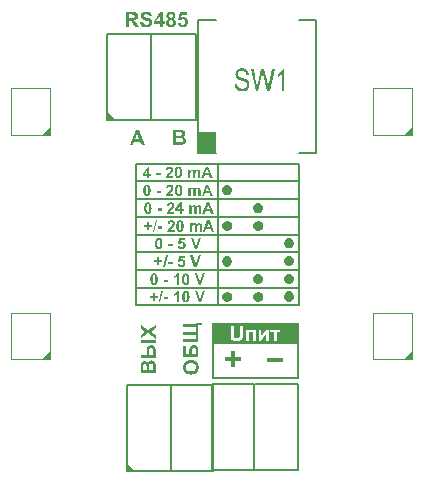
<source format=gto>
G04*
G04 #@! TF.GenerationSoftware,Altium Limited,Altium Designer,20.1.8 (145)*
G04*
G04 Layer_Color=16777215*
%FSTAX43Y43*%
%MOMM*%
G71*
G04*
G04 #@! TF.SameCoordinates,4F0FCE7A-41FC-4E90-8E0B-8DC11F55BA44*
G04*
G04*
G04 #@! TF.FilePolarity,Positive*
G04*
G01*
G75*
%ADD10C,0.100*%
%ADD11C,0.200*%
%ADD12C,0.150*%
%ADD13R,1.500X1.750*%
G36*
X009733Y0107648D02*
X0096568D01*
Y010841D01*
X009733Y0107648D01*
D02*
G37*
G36*
X0122419Y0106408D02*
X0122417Y0106406D01*
X0121746D01*
Y0106435D01*
X0122419Y0107108D01*
Y0106408D01*
D02*
G37*
G36*
X0091749D02*
X0091747Y0106406D01*
X0091076D01*
Y0106435D01*
X0091749Y0107108D01*
Y0106408D01*
D02*
G37*
G36*
X0107018Y0102099D02*
X0107139Y0101978D01*
X0107204Y010182D01*
Y0101734D01*
Y0101649D01*
X0107139Y010149D01*
X0107018Y0101369D01*
X010686Y0101304D01*
X0106688D01*
X010653Y0101369D01*
X0106409Y010149D01*
X0106344Y0101649D01*
Y0101734D01*
Y010182D01*
X0106409Y0101978D01*
X010653Y0102099D01*
X0106688Y0102164D01*
X010686D01*
X0107018Y0102099D01*
D02*
G37*
G36*
X0109643Y0100574D02*
X0109764Y0100453D01*
X0109829Y0100295D01*
Y0100209D01*
Y0100124D01*
X0109764Y0099965D01*
X0109643Y0099844D01*
X0109485Y0099779D01*
X0109313D01*
X0109155Y0099844D01*
X0109034Y0099965D01*
X0108969Y0100124D01*
Y0100209D01*
Y0100295D01*
X0109034Y0100453D01*
X0109155Y0100574D01*
X0109313Y0100639D01*
X0109485D01*
X0109643Y0100574D01*
D02*
G37*
G36*
X0109668Y0099074D02*
X0109789Y0098953D01*
X0109854Y0098795D01*
Y0098709D01*
Y0098624D01*
X0109789Y0098465D01*
X0109668Y0098344D01*
X010951Y0098279D01*
X0109338D01*
X010918Y0098344D01*
X0109059Y0098465D01*
X0108994Y0098624D01*
Y0098709D01*
Y0098795D01*
X0109059Y0098953D01*
X010918Y0099074D01*
X0109338Y0099139D01*
X010951D01*
X0109668Y0099074D01*
D02*
G37*
G36*
X0107043D02*
X0107164Y0098953D01*
X0107229Y0098795D01*
Y0098709D01*
Y0098624D01*
X0107164Y0098465D01*
X0107043Y0098344D01*
X0106885Y0098279D01*
X0106713D01*
X0106555Y0098344D01*
X0106434Y0098465D01*
X0106369Y0098624D01*
Y0098709D01*
Y0098795D01*
X0106434Y0098953D01*
X0106555Y0099074D01*
X0106713Y0099139D01*
X0106885D01*
X0107043Y0099074D01*
D02*
G37*
G36*
X0112243Y0097599D02*
X0112364Y0097478D01*
X0112429Y009732D01*
Y0097234D01*
Y0097149D01*
X0112364Y009699D01*
X0112243Y0096869D01*
X0112085Y0096804D01*
X0111913D01*
X0111755Y0096869D01*
X0111634Y009699D01*
X0111569Y0097149D01*
Y0097234D01*
Y009732D01*
X0111634Y0097478D01*
X0111755Y0097599D01*
X0111913Y0097664D01*
X0112085D01*
X0112243Y0097599D01*
D02*
G37*
G36*
Y0096099D02*
X0112364Y0095978D01*
X0112429Y009582D01*
Y0095734D01*
Y0095649D01*
X0112364Y009549D01*
X0112243Y0095369D01*
X0112085Y0095304D01*
X0111913D01*
X0111755Y0095369D01*
X0111634Y009549D01*
X0111569Y0095649D01*
Y0095734D01*
Y009582D01*
X0111634Y0095978D01*
X0111755Y0096099D01*
X0111913Y0096164D01*
X0112085D01*
X0112243Y0096099D01*
D02*
G37*
G36*
X0107018Y0096074D02*
X0107139Y0095953D01*
X0107204Y0095795D01*
Y0095709D01*
Y0095624D01*
X0107139Y0095465D01*
X0107018Y0095344D01*
X010686Y0095279D01*
X0106688D01*
X010653Y0095344D01*
X0106409Y0095465D01*
X0106344Y0095624D01*
Y0095709D01*
Y0095795D01*
X0106409Y0095953D01*
X010653Y0096074D01*
X0106688Y0096139D01*
X010686D01*
X0107018Y0096074D01*
D02*
G37*
G36*
X0112243Y0094599D02*
X0112364Y0094478D01*
X0112429Y009432D01*
Y0094234D01*
Y0094149D01*
X0112364Y009399D01*
X0112243Y0093869D01*
X0112085Y0093804D01*
X0111913D01*
X0111755Y0093869D01*
X0111634Y009399D01*
X0111569Y0094149D01*
Y0094234D01*
Y009432D01*
X0111634Y0094478D01*
X0111755Y0094599D01*
X0111913Y0094664D01*
X0112085D01*
X0112243Y0094599D01*
D02*
G37*
G36*
X0109643Y0094574D02*
X0109764Y0094453D01*
X0109829Y0094295D01*
Y0094209D01*
Y0094124D01*
X0109764Y0093965D01*
X0109643Y0093844D01*
X0109485Y0093779D01*
X0109313D01*
X0109155Y0093844D01*
X0109034Y0093965D01*
X0108969Y0094124D01*
Y0094209D01*
Y0094295D01*
X0109034Y0094453D01*
X0109155Y0094574D01*
X0109313Y0094639D01*
X0109485D01*
X0109643Y0094574D01*
D02*
G37*
G36*
X0112268Y0093099D02*
X0112389Y0092978D01*
X0112454Y009282D01*
Y0092734D01*
Y0092649D01*
X0112389Y009249D01*
X0112268Y0092369D01*
X011211Y0092304D01*
X0111938D01*
X011178Y0092369D01*
X0111659Y009249D01*
X0111594Y0092649D01*
Y0092734D01*
Y009282D01*
X0111659Y0092978D01*
X011178Y0093099D01*
X0111938Y0093164D01*
X011211D01*
X0112268Y0093099D01*
D02*
G37*
G36*
X0109668Y0093074D02*
X0109789Y0092953D01*
X0109854Y0092795D01*
Y0092709D01*
Y0092624D01*
X0109789Y0092465D01*
X0109668Y0092344D01*
X010951Y0092279D01*
X0109338D01*
X010918Y0092344D01*
X0109059Y0092465D01*
X0108994Y0092624D01*
Y0092709D01*
Y0092795D01*
X0109059Y0092953D01*
X010918Y0093074D01*
X0109338Y0093139D01*
X010951D01*
X0109668Y0093074D01*
D02*
G37*
G36*
X0107043D02*
X0107164Y0092953D01*
X0107229Y0092795D01*
Y0092709D01*
Y0092624D01*
X0107164Y0092465D01*
X0107043Y0092344D01*
X0106885Y0092279D01*
X0106713D01*
X0106555Y0092344D01*
X0106434Y0092465D01*
X0106369Y0092624D01*
Y0092709D01*
Y0092795D01*
X0106434Y0092953D01*
X0106555Y0093074D01*
X0106713Y0093139D01*
X0106885D01*
X0107043Y0093074D01*
D02*
G37*
G36*
X0122419Y0087408D02*
X0122417Y0087406D01*
X0121746D01*
Y0087435D01*
X0122419Y0088108D01*
Y0087408D01*
D02*
G37*
G36*
X0091749D02*
X0091747Y0087406D01*
X0091076D01*
Y0087435D01*
X0091749Y0088108D01*
Y0087408D01*
D02*
G37*
G36*
X0111499Y0087154D02*
X0110149D01*
Y0087492D01*
X0111499D01*
Y0087154D01*
D02*
G37*
G36*
X0099005Y0077973D02*
X0098243D01*
Y0078735D01*
X0099005Y0077973D01*
D02*
G37*
G36*
X0112856Y0090469D02*
Y0088704D01*
X0105499D01*
Y0090469D01*
X0112856D01*
D02*
G37*
G36*
X010744Y0087653D02*
X0107946D01*
Y0087309D01*
X010744D01*
Y0086812D01*
X0107104D01*
Y0087309D01*
X0106602D01*
Y0087653D01*
X0107104D01*
Y008815D01*
X010744D01*
Y0087653D01*
D02*
G37*
G36*
X0102162Y0095511D02*
X01018D01*
Y0095695D01*
X0102162D01*
Y0095511D01*
D02*
G37*
G36*
X0104217Y0095254D02*
X0104008D01*
X0103664Y0096214D01*
X0103873D01*
X0104117Y0095504D01*
X0104352Y0096214D01*
X0104558D01*
X0104217Y0095254D01*
D02*
G37*
G36*
X0101043Y0095813D02*
X0101295D01*
Y0095641D01*
X0101043D01*
Y0095393D01*
X0100875D01*
Y0095641D01*
X0100624D01*
Y0095813D01*
X0100875D01*
Y0096061D01*
X0101043D01*
Y0095813D01*
D02*
G37*
G36*
X0103208Y0096029D02*
X010286D01*
X010283Y0095866D01*
X0102832D01*
X0102833Y0095867D01*
X0102842Y0095871D01*
X0102854Y0095875D01*
X0102869Y0095882D01*
X0102889Y0095888D01*
X010291Y0095892D01*
X0102933Y0095896D01*
X0102957Y0095897D01*
X0102969D01*
X0102977Y0095896D01*
X0102987Y0095895D01*
X0103Y0095893D01*
X0103014Y0095891D01*
X0103029Y0095886D01*
X0103061Y0095875D01*
X0103079Y0095868D01*
X0103095Y009586D01*
X0103113Y0095849D01*
X0103131Y0095836D01*
X0103148Y0095823D01*
X0103165Y0095807D01*
X0103166Y0095806D01*
X0103169Y0095803D01*
X0103173Y0095798D01*
X0103179Y0095791D01*
X0103184Y0095782D01*
X0103192Y0095771D01*
X0103199Y0095759D01*
X0103208Y0095745D01*
X0103216Y009573D01*
X0103223Y0095712D01*
X0103231Y0095692D01*
X0103237Y0095673D01*
X0103242Y0095651D01*
X0103247Y0095627D01*
X0103249Y0095602D01*
X0103251Y0095576D01*
Y0095574D01*
Y009557D01*
Y0095565D01*
X0103249Y0095556D01*
Y0095545D01*
X0103247Y0095533D01*
X0103245Y0095519D01*
X0103242Y0095505D01*
X0103234Y0095472D01*
X0103222Y0095436D01*
X0103213Y0095416D01*
X0103205Y0095398D01*
X0103194Y009538D01*
X0103181Y0095362D01*
X010318Y0095361D01*
X0103177Y0095357D01*
X0103172Y0095351D01*
X0103165Y0095343D01*
X0103155Y0095333D01*
X0103143Y0095322D01*
X0103129Y0095311D01*
X0103113Y00953D01*
X0103095Y0095287D01*
X0103076Y0095276D01*
X0103055Y0095265D01*
X0103032Y0095255D01*
X0103007Y0095247D01*
X010298Y0095242D01*
X0102951Y0095237D01*
X0102921Y0095236D01*
X0102908D01*
X0102898Y0095237D01*
X0102887Y0095239D01*
X0102873Y009524D01*
X010286Y0095242D01*
X0102843Y0095244D01*
X010281Y0095253D01*
X0102772Y0095266D01*
X0102754Y0095273D01*
X0102736Y0095283D01*
X010272Y0095294D01*
X0102703Y0095307D01*
X0102701Y0095308D01*
X0102699Y0095309D01*
X0102695Y0095314D01*
X0102689Y0095319D01*
X0102683Y0095327D01*
X0102675Y0095336D01*
X0102668Y0095346D01*
X010266Y0095357D01*
X010265Y009537D01*
X0102642Y0095384D01*
X0102627Y0095418D01*
X0102613Y0095455D01*
X0102609Y0095476D01*
X0102604Y0095498D01*
X0102787Y0095518D01*
Y0095515D01*
X0102789Y0095508D01*
X0102792Y0095495D01*
X0102796Y0095481D01*
X0102801Y0095466D01*
X010281Y009545D01*
X0102821Y0095434D01*
X0102833Y0095419D01*
X0102835Y0095418D01*
X010284Y0095413D01*
X0102848Y0095408D01*
X010286Y0095401D01*
X0102872Y0095394D01*
X0102887Y0095389D01*
X0102905Y0095384D01*
X0102923Y0095383D01*
X0102926D01*
X0102933Y0095384D01*
X0102944Y0095386D01*
X0102958Y0095389D01*
X0102973Y0095394D01*
X010299Y0095402D01*
X0103007Y0095415D01*
X0103022Y009543D01*
X0103023Y0095433D01*
X0103029Y0095438D01*
X0103034Y009545D01*
X0103043Y0095466D01*
X010305Y0095486D01*
X0103057Y0095509D01*
X0103061Y0095538D01*
X0103062Y0095572D01*
Y0095573D01*
Y0095576D01*
Y009558D01*
Y0095587D01*
X0103061Y0095602D01*
X0103057Y0095622D01*
X0103052Y0095644D01*
X0103045Y0095666D01*
X0103036Y0095687D01*
X0103022Y0095705D01*
X010302Y0095706D01*
X0103015Y0095712D01*
X0103005Y0095719D01*
X0102994Y0095728D01*
X0102979Y0095737D01*
X0102961Y0095744D01*
X010294Y0095749D01*
X0102918Y009575D01*
X010291D01*
X0102904Y0095749D01*
X010289Y0095746D01*
X0102871Y0095742D01*
X0102848Y0095734D01*
X0102825Y0095721D01*
X0102812Y0095713D01*
X01028Y0095703D01*
X0102787Y0095692D01*
X0102775Y009568D01*
X0102627Y0095701D01*
X0102721Y0096201D01*
X0103208D01*
Y0096029D01*
D02*
G37*
G36*
X0101487Y0095237D02*
X0101351D01*
X0101588Y009623D01*
X0101727D01*
X0101487Y0095237D01*
D02*
G37*
G36*
X0101773Y0093986D02*
X0101411D01*
Y009417D01*
X0101773D01*
Y0093986D01*
D02*
G37*
G36*
X0104575Y0093729D02*
X0104365D01*
X0104021Y0094689D01*
X0104231D01*
X0104475Y0093979D01*
X0104709Y0094689D01*
X0104916D01*
X0104575Y0093729D01*
D02*
G37*
G36*
X0102683D02*
X0102498D01*
Y0094424D01*
X0102497Y0094422D01*
X0102494Y009442D01*
X0102489Y0094415D01*
X010248Y0094409D01*
X0102471Y00944D01*
X010246Y0094392D01*
X0102446Y0094382D01*
X0102431Y0094371D01*
X0102414Y009436D01*
X0102396Y0094349D01*
X0102376Y0094336D01*
X0102356Y0094325D01*
X0102311Y0094305D01*
X0102261Y0094285D01*
Y0094452D01*
X0102263D01*
X0102264Y0094453D01*
X0102268Y0094454D01*
X0102274Y0094456D01*
X0102288Y0094463D01*
X0102307Y0094471D01*
X0102331Y0094482D01*
X0102357Y0094497D01*
X0102386Y0094517D01*
X0102417Y0094539D01*
X0102418Y009454D01*
X0102421Y0094542D01*
X0102425Y0094546D01*
X0102431Y0094551D01*
X0102446Y0094565D01*
X0102462Y0094583D01*
X0102482Y0094605D01*
X0102501Y0094633D01*
X0102519Y0094662D01*
X0102533Y0094694D01*
X0102683D01*
Y0093729D01*
D02*
G37*
G36*
X0103293Y0094693D02*
X0103304Y0094691D01*
X0103318Y0094689D01*
X0103332Y0094686D01*
X0103349Y0094682D01*
X0103367Y0094676D01*
X0103383Y0094669D01*
X0103401Y0094662D01*
X0103419Y0094653D01*
X0103437Y009464D01*
X0103455Y0094628D01*
X0103472Y0094612D01*
X0103487Y0094594D01*
X0103489Y0094593D01*
X0103491Y0094589D01*
X0103496Y0094582D01*
X0103503Y0094572D01*
X0103509Y0094558D01*
X0103518Y0094542D01*
X0103526Y0094524D01*
X0103534Y00945D01*
X0103543Y0094475D01*
X0103552Y0094446D01*
X0103559Y0094414D01*
X0103566Y0094378D01*
X0103573Y0094339D01*
X0103577Y0094298D01*
X010358Y0094252D01*
X0103582Y0094202D01*
Y0094201D01*
Y0094199D01*
Y0094195D01*
Y0094189D01*
Y0094176D01*
X010358Y0094158D01*
X0103579Y0094135D01*
X0103576Y0094109D01*
X0103573Y0094081D01*
X0103571Y0094051D01*
X0103565Y0094019D01*
X0103558Y0093986D01*
X0103551Y0093954D01*
X0103541Y0093922D01*
X0103532Y009389D01*
X0103518Y0093861D01*
X0103504Y0093833D01*
X0103487Y0093809D01*
X0103486Y0093808D01*
X0103483Y0093805D01*
X0103479Y00938D01*
X0103473Y0093794D01*
X0103465Y0093787D01*
X0103455Y0093779D01*
X0103443Y0093769D01*
X010343Y0093761D01*
X0103415Y0093751D01*
X01034Y0093741D01*
X0103382Y0093733D01*
X0103362Y0093726D01*
X0103342Y0093721D01*
X0103318Y0093715D01*
X0103295Y0093712D01*
X010327Y0093711D01*
X0103264D01*
X0103256Y0093712D01*
X0103246D01*
X0103235Y0093714D01*
X0103221Y0093717D01*
X0103206Y0093719D01*
X0103189Y0093725D01*
X0103171Y009373D01*
X0103153Y0093737D01*
X0103134Y0093746D01*
X0103116Y0093757D01*
X0103096Y0093768D01*
X0103078Y0093783D01*
X010306Y0093798D01*
X0103044Y0093818D01*
X0103042Y0093819D01*
X0103039Y0093823D01*
X0103035Y009383D01*
X0103031Y0093839D01*
X0103024Y0093851D01*
X0103017Y0093866D01*
X0103009Y0093886D01*
X0103002Y0093907D01*
X0102994Y0093931D01*
X0102985Y0093959D01*
X0102978Y0093991D01*
X0102973Y0094026D01*
X0102967Y0094065D01*
X0102963Y0094108D01*
X010296Y0094153D01*
X0102959Y0094203D01*
Y0094205D01*
Y0094206D01*
Y009421D01*
Y0094216D01*
Y009423D01*
X010296Y0094248D01*
X0102962Y009427D01*
X0102964Y0094296D01*
X0102967Y0094324D01*
X010297Y0094354D01*
X0102976Y0094386D01*
X0102981Y0094418D01*
X0102989Y0094452D01*
X0102998Y0094483D01*
X0103009Y0094514D01*
X0103021Y0094543D01*
X0103035Y0094571D01*
X0103052Y0094594D01*
X0103053Y0094596D01*
X0103056Y0094599D01*
X010306Y0094604D01*
X0103067Y009461D01*
X0103074Y0094618D01*
X0103084Y0094626D01*
X0103096Y0094635D01*
X0103109Y0094644D01*
X0103124Y0094654D01*
X0103139Y0094662D01*
X0103157Y0094671D01*
X0103177Y0094679D01*
X0103197Y0094685D01*
X0103221Y009469D01*
X0103245Y0094693D01*
X010327Y0094694D01*
X0103283D01*
X0103293Y0094693D01*
D02*
G37*
G36*
X0100608D02*
X0100619Y0094691D01*
X0100633Y0094689D01*
X0100647Y0094686D01*
X0100664Y0094682D01*
X0100682Y0094676D01*
X0100698Y0094669D01*
X0100716Y0094662D01*
X0100734Y0094653D01*
X0100752Y009464D01*
X010077Y0094628D01*
X0100787Y0094612D01*
X0100802Y0094594D01*
X0100804Y0094593D01*
X0100807Y0094589D01*
X0100811Y0094582D01*
X0100818Y0094572D01*
X0100825Y0094558D01*
X0100833Y0094542D01*
X0100841Y0094524D01*
X010085Y00945D01*
X0100858Y0094475D01*
X0100868Y0094446D01*
X0100874Y0094414D01*
X0100881Y0094378D01*
X0100888Y0094339D01*
X0100893Y0094298D01*
X0100895Y0094252D01*
X0100897Y0094202D01*
Y0094201D01*
Y0094199D01*
Y0094195D01*
Y0094189D01*
Y0094176D01*
X0100895Y0094158D01*
X0100894Y0094135D01*
X0100891Y0094109D01*
X0100888Y0094081D01*
X0100886Y0094051D01*
X010088Y0094019D01*
X0100873Y0093986D01*
X0100866Y0093954D01*
X0100856Y0093922D01*
X0100847Y009389D01*
X0100833Y0093861D01*
X0100819Y0093833D01*
X0100802Y0093809D01*
X0100801Y0093808D01*
X0100798Y0093805D01*
X0100794Y00938D01*
X0100789Y0093794D01*
X010078Y0093787D01*
X010077Y0093779D01*
X0100758Y0093769D01*
X0100746Y0093761D01*
X010073Y0093751D01*
X0100715Y0093741D01*
X0100697Y0093733D01*
X0100678Y0093726D01*
X0100657Y0093721D01*
X0100633Y0093715D01*
X010061Y0093712D01*
X0100585Y0093711D01*
X0100579D01*
X0100571Y0093712D01*
X0100561D01*
X010055Y0093714D01*
X0100536Y0093717D01*
X0100521Y0093719D01*
X0100504Y0093725D01*
X0100486Y009373D01*
X0100468Y0093737D01*
X0100449Y0093746D01*
X0100431Y0093757D01*
X0100411Y0093768D01*
X0100393Y0093783D01*
X0100375Y0093798D01*
X0100359Y0093818D01*
X0100357Y0093819D01*
X0100354Y0093823D01*
X010035Y009383D01*
X0100346Y0093839D01*
X0100339Y0093851D01*
X0100332Y0093866D01*
X0100324Y0093886D01*
X0100317Y0093907D01*
X0100309Y0093931D01*
X01003Y0093959D01*
X0100293Y0093991D01*
X0100288Y0094026D01*
X0100282Y0094065D01*
X0100278Y0094108D01*
X0100275Y0094153D01*
X0100274Y0094203D01*
Y0094205D01*
Y0094206D01*
Y009421D01*
Y0094216D01*
Y009423D01*
X0100275Y0094248D01*
X0100277Y009427D01*
X010028Y0094296D01*
X0100282Y0094324D01*
X0100285Y0094354D01*
X0100291Y0094386D01*
X0100296Y0094418D01*
X0100305Y0094452D01*
X0100313Y0094483D01*
X0100324Y0094514D01*
X0100336Y0094543D01*
X010035Y0094571D01*
X0100367Y0094594D01*
X0100368Y0094596D01*
X0100371Y0094599D01*
X0100375Y0094604D01*
X0100382Y009461D01*
X0100389Y0094618D01*
X0100399Y0094626D01*
X0100411Y0094635D01*
X0100424Y0094644D01*
X0100439Y0094654D01*
X0100454Y0094662D01*
X0100472Y0094671D01*
X0100492Y0094679D01*
X0100513Y0094685D01*
X0100536Y009469D01*
X010056Y0094693D01*
X0100585Y0094694D01*
X0100599D01*
X0100608Y0094693D01*
D02*
G37*
G36*
X0101787Y0092511D02*
X0101425D01*
Y0092695D01*
X0101787D01*
Y0092511D01*
D02*
G37*
G36*
X0104588Y0092254D02*
X0104379D01*
X0104035Y0093214D01*
X0104244D01*
X0104489Y0092504D01*
X0104723Y0093214D01*
X010493D01*
X0104588Y0092254D01*
D02*
G37*
G36*
X0100668Y0092813D02*
X010092D01*
Y0092641D01*
X0100668D01*
Y0092393D01*
X01005D01*
Y0092641D01*
X0100249D01*
Y0092813D01*
X01005D01*
Y0093061D01*
X0100668D01*
Y0092813D01*
D02*
G37*
G36*
X0102697Y0092254D02*
X0102512D01*
Y0092949D01*
X0102511Y0092947D01*
X0102508Y0092945D01*
X0102503Y009294D01*
X0102494Y0092934D01*
X0102485Y0092925D01*
X0102473Y0092917D01*
X010246Y0092907D01*
X0102444Y0092896D01*
X0102428Y0092885D01*
X010241Y0092874D01*
X010239Y0092861D01*
X0102369Y009285D01*
X0102325Y009283D01*
X0102275Y009281D01*
Y0092977D01*
X0102277D01*
X0102278Y0092978D01*
X0102282Y0092979D01*
X0102288Y0092981D01*
X0102302Y0092988D01*
X0102321Y0092996D01*
X0102345Y0093007D01*
X0102371Y0093022D01*
X01024Y0093042D01*
X010243Y0093064D01*
X0102432Y0093065D01*
X0102435Y0093067D01*
X0102439Y0093071D01*
X0102444Y0093076D01*
X010246Y009309D01*
X0102476Y0093108D01*
X0102496Y009313D01*
X0102515Y0093158D01*
X0102533Y0093187D01*
X0102547Y0093219D01*
X0102697D01*
Y0092254D01*
D02*
G37*
G36*
X0101112Y0092237D02*
X0100976D01*
X0101213Y009323D01*
X0101352D01*
X0101112Y0092237D01*
D02*
G37*
G36*
X0103307Y0093218D02*
X0103318Y0093216D01*
X0103332Y0093214D01*
X0103346Y0093211D01*
X0103362Y0093207D01*
X010338Y0093201D01*
X0103397Y0093194D01*
X0103415Y0093187D01*
X0103433Y0093178D01*
X0103451Y0093165D01*
X0103469Y0093153D01*
X0103486Y0093137D01*
X0103501Y0093119D01*
X0103503Y0093118D01*
X0103505Y0093114D01*
X0103509Y0093107D01*
X0103516Y0093097D01*
X0103523Y0093083D01*
X0103532Y0093067D01*
X010354Y0093049D01*
X0103548Y0093025D01*
X0103557Y0093D01*
X0103566Y0092971D01*
X0103573Y0092939D01*
X010358Y0092903D01*
X0103587Y0092864D01*
X0103591Y0092823D01*
X0103594Y0092777D01*
X0103595Y0092727D01*
Y0092726D01*
Y0092724D01*
Y009272D01*
Y0092714D01*
Y0092701D01*
X0103594Y0092683D01*
X0103593Y009266D01*
X010359Y0092634D01*
X0103587Y0092606D01*
X0103584Y0092576D01*
X0103579Y0092544D01*
X0103572Y0092511D01*
X0103565Y0092479D01*
X0103555Y0092447D01*
X0103546Y0092415D01*
X0103532Y0092386D01*
X0103518Y0092358D01*
X0103501Y0092334D01*
X01035Y0092333D01*
X0103497Y009233D01*
X0103493Y0092325D01*
X0103487Y0092319D01*
X0103479Y0092312D01*
X0103469Y0092304D01*
X0103457Y0092294D01*
X0103444Y0092286D01*
X0103429Y0092276D01*
X0103414Y0092266D01*
X0103396Y0092258D01*
X0103376Y0092251D01*
X0103356Y0092246D01*
X0103332Y009224D01*
X0103308Y0092237D01*
X0103283Y0092236D01*
X0103278D01*
X010327Y0092237D01*
X010326D01*
X0103249Y0092239D01*
X0103235Y0092242D01*
X010322Y0092244D01*
X0103203Y009225D01*
X0103185Y0092255D01*
X0103167Y0092262D01*
X0103147Y0092271D01*
X0103129Y0092282D01*
X010311Y0092293D01*
X0103092Y0092308D01*
X0103074Y0092323D01*
X0103057Y0092343D01*
X0103056Y0092344D01*
X0103053Y0092348D01*
X0103049Y0092355D01*
X0103045Y0092364D01*
X0103038Y0092376D01*
X0103031Y0092391D01*
X0103023Y0092411D01*
X0103016Y0092432D01*
X0103007Y0092456D01*
X0102999Y0092484D01*
X0102992Y0092516D01*
X0102987Y0092551D01*
X0102981Y009259D01*
X0102977Y0092633D01*
X0102974Y0092678D01*
X0102973Y0092728D01*
Y009273D01*
Y0092731D01*
Y0092735D01*
Y0092741D01*
Y0092755D01*
X0102974Y0092773D01*
X0102976Y0092795D01*
X0102978Y0092821D01*
X0102981Y0092849D01*
X0102984Y0092879D01*
X0102989Y0092911D01*
X0102995Y0092943D01*
X0103003Y0092977D01*
X0103012Y0093008D01*
X0103023Y0093039D01*
X0103035Y0093068D01*
X0103049Y0093096D01*
X0103066Y0093119D01*
X0103067Y0093121D01*
X010307Y0093124D01*
X0103074Y0093129D01*
X0103081Y0093135D01*
X0103088Y0093143D01*
X0103098Y0093151D01*
X010311Y009316D01*
X0103123Y0093169D01*
X0103138Y0093179D01*
X0103153Y0093187D01*
X0103171Y0093196D01*
X010319Y0093204D01*
X0103211Y009321D01*
X0103235Y0093215D01*
X0103258Y0093218D01*
X0103283Y0093219D01*
X0103297D01*
X0103307Y0093218D01*
D02*
G37*
G36*
X0102173Y0097011D02*
X0101811D01*
Y0097195D01*
X0102173D01*
Y0097011D01*
D02*
G37*
G36*
X0104228Y0096754D02*
X0104019D01*
X0103675Y0097714D01*
X0103885D01*
X0104129Y0097004D01*
X0104363Y0097714D01*
X010457D01*
X0104228Y0096754D01*
D02*
G37*
G36*
X0103219Y0097529D02*
X0102871D01*
X0102842Y0097366D01*
X0102843D01*
X0102844Y0097367D01*
X0102853Y0097371D01*
X0102865Y0097375D01*
X010288Y0097382D01*
X01029Y0097388D01*
X0102921Y0097392D01*
X0102944Y0097396D01*
X0102968Y0097397D01*
X010298D01*
X0102989Y0097396D01*
X0102998Y0097395D01*
X0103011Y0097393D01*
X0103025Y0097391D01*
X010304Y0097386D01*
X0103072Y0097375D01*
X010309Y0097368D01*
X0103107Y009736D01*
X0103125Y0097349D01*
X0103143Y0097336D01*
X0103159Y0097323D01*
X0103176Y0097307D01*
X0103177Y0097306D01*
X010318Y0097303D01*
X0103184Y0097298D01*
X010319Y0097291D01*
X0103195Y0097282D01*
X0103204Y0097271D01*
X0103211Y0097259D01*
X0103219Y0097245D01*
X0103227Y009723D01*
X0103234Y0097212D01*
X0103242Y0097192D01*
X0103248Y0097173D01*
X0103254Y0097151D01*
X0103258Y0097127D01*
X010326Y0097102D01*
X0103262Y0097076D01*
Y0097074D01*
Y009707D01*
Y0097065D01*
X010326Y0097056D01*
Y0097045D01*
X0103258Y0097033D01*
X0103256Y0097019D01*
X0103254Y0097005D01*
X0103245Y0096972D01*
X0103233Y0096936D01*
X0103224Y0096916D01*
X0103216Y0096898D01*
X0103205Y009688D01*
X0103192Y0096862D01*
X0103191Y0096861D01*
X0103188Y0096857D01*
X0103183Y0096851D01*
X0103176Y0096843D01*
X0103166Y0096833D01*
X0103154Y0096822D01*
X010314Y0096811D01*
X0103125Y00968D01*
X0103107Y0096787D01*
X0103087Y0096776D01*
X0103066Y0096765D01*
X0103043Y0096755D01*
X0103018Y0096747D01*
X0102991Y0096742D01*
X0102962Y0096737D01*
X0102932Y0096736D01*
X0102919D01*
X010291Y0096737D01*
X0102898Y0096739D01*
X0102885Y009674D01*
X0102871Y0096742D01*
X0102854Y0096744D01*
X0102821Y0096753D01*
X0102783Y0096766D01*
X0102765Y0096773D01*
X0102747Y0096783D01*
X0102731Y0096794D01*
X0102714Y0096807D01*
X0102713Y0096808D01*
X010271Y0096809D01*
X0102706Y0096814D01*
X01027Y0096819D01*
X0102695Y0096828D01*
X0102686Y0096836D01*
X0102679Y0096846D01*
X0102671Y0096857D01*
X0102661Y009687D01*
X0102653Y0096884D01*
X0102638Y0096918D01*
X0102624Y0096955D01*
X010262Y0096976D01*
X0102616Y0096998D01*
X0102799Y0097018D01*
Y0097015D01*
X01028Y0097008D01*
X0102803Y0096995D01*
X0102807Y0096981D01*
X0102813Y0096966D01*
X0102821Y009695D01*
X0102832Y0096934D01*
X0102844Y0096919D01*
X0102846Y0096918D01*
X0102851Y0096913D01*
X010286Y0096908D01*
X0102871Y0096901D01*
X0102883Y0096894D01*
X0102898Y0096889D01*
X0102917Y0096884D01*
X0102935Y0096883D01*
X0102937D01*
X0102944Y0096884D01*
X0102955Y0096886D01*
X0102969Y0096889D01*
X0102984Y0096894D01*
X0103001Y0096902D01*
X0103018Y0096915D01*
X0103033Y009693D01*
X0103034Y0096933D01*
X010304Y0096938D01*
X0103046Y009695D01*
X0103054Y0096966D01*
X0103061Y0096986D01*
X0103068Y0097009D01*
X0103072Y0097038D01*
X0103073Y0097072D01*
Y0097073D01*
Y0097076D01*
Y009708D01*
Y0097087D01*
X0103072Y0097102D01*
X0103068Y0097122D01*
X0103064Y0097144D01*
X0103057Y0097166D01*
X0103047Y0097187D01*
X0103033Y0097205D01*
X0103032Y0097206D01*
X0103026Y0097212D01*
X0103016Y0097219D01*
X0103005Y0097228D01*
X010299Y0097237D01*
X0102972Y0097244D01*
X0102951Y0097249D01*
X0102929Y009725D01*
X0102921D01*
X0102915Y0097249D01*
X0102901Y0097246D01*
X0102882Y0097242D01*
X010286Y0097234D01*
X0102836Y0097221D01*
X0102824Y0097213D01*
X0102811Y0097203D01*
X0102799Y0097192D01*
X0102786Y009718D01*
X0102638Y0097201D01*
X0102732Y0097701D01*
X0103219D01*
Y0097529D01*
D02*
G37*
G36*
X0101008Y0097718D02*
X0101019Y0097716D01*
X0101033Y0097714D01*
X0101047Y0097711D01*
X0101064Y0097707D01*
X0101082Y0097701D01*
X0101098Y0097694D01*
X0101116Y0097687D01*
X0101134Y0097678D01*
X0101152Y0097665D01*
X010117Y0097653D01*
X0101187Y0097637D01*
X0101202Y0097619D01*
X0101204Y0097618D01*
X0101207Y0097614D01*
X0101211Y0097607D01*
X0101218Y0097597D01*
X0101225Y0097583D01*
X0101233Y0097567D01*
X0101241Y0097549D01*
X010125Y0097525D01*
X0101258Y00975D01*
X0101268Y0097471D01*
X0101274Y0097439D01*
X0101281Y0097403D01*
X0101288Y0097364D01*
X0101293Y0097323D01*
X0101295Y0097277D01*
X0101297Y0097227D01*
Y0097226D01*
Y0097224D01*
Y009722D01*
Y0097214D01*
Y0097201D01*
X0101295Y0097183D01*
X0101294Y009716D01*
X0101291Y0097134D01*
X0101288Y0097106D01*
X0101286Y0097076D01*
X010128Y0097044D01*
X0101273Y0097011D01*
X0101266Y0096979D01*
X0101256Y0096947D01*
X0101247Y0096915D01*
X0101233Y0096886D01*
X0101219Y0096858D01*
X0101202Y0096834D01*
X0101201Y0096833D01*
X0101198Y009683D01*
X0101194Y0096825D01*
X0101189Y0096819D01*
X010118Y0096812D01*
X010117Y0096804D01*
X0101158Y0096794D01*
X0101146Y0096786D01*
X010113Y0096776D01*
X0101115Y0096766D01*
X0101097Y0096758D01*
X0101078Y0096751D01*
X0101057Y0096746D01*
X0101033Y009674D01*
X010101Y0096737D01*
X0100985Y0096736D01*
X0100979D01*
X0100971Y0096737D01*
X0100961D01*
X010095Y0096739D01*
X0100936Y0096742D01*
X0100921Y0096744D01*
X0100904Y009675D01*
X0100886Y0096755D01*
X0100868Y0096762D01*
X0100849Y0096771D01*
X0100831Y0096782D01*
X0100811Y0096793D01*
X0100793Y0096808D01*
X0100775Y0096823D01*
X0100759Y0096843D01*
X0100757Y0096844D01*
X0100754Y0096848D01*
X010075Y0096855D01*
X0100746Y0096864D01*
X0100739Y0096876D01*
X0100732Y0096891D01*
X0100724Y0096911D01*
X0100717Y0096932D01*
X0100709Y0096956D01*
X01007Y0096984D01*
X0100693Y0097016D01*
X0100688Y0097051D01*
X0100682Y009709D01*
X0100678Y0097133D01*
X0100675Y0097178D01*
X0100674Y0097228D01*
Y009723D01*
Y0097231D01*
Y0097235D01*
Y0097241D01*
Y0097255D01*
X0100675Y0097273D01*
X0100677Y0097295D01*
X010068Y0097321D01*
X0100682Y0097349D01*
X0100685Y0097379D01*
X0100691Y0097411D01*
X0100696Y0097443D01*
X0100705Y0097477D01*
X0100713Y0097508D01*
X0100724Y0097539D01*
X0100736Y0097568D01*
X010075Y0097596D01*
X0100767Y0097619D01*
X0100768Y0097621D01*
X0100771Y0097624D01*
X0100775Y0097629D01*
X0100782Y0097635D01*
X0100789Y0097643D01*
X0100799Y0097651D01*
X0100811Y009766D01*
X0100824Y0097669D01*
X0100839Y0097679D01*
X0100854Y0097687D01*
X0100872Y0097696D01*
X0100892Y0097704D01*
X0100913Y009771D01*
X0100936Y0097715D01*
X010096Y0097718D01*
X0100985Y0097719D01*
X0100999D01*
X0101008Y0097718D01*
D02*
G37*
G36*
X0104439Y0098939D02*
X0104457Y0098936D01*
X0104478Y0098932D01*
X0104499Y0098927D01*
X0104521Y009892D01*
X0104542Y0098909D01*
X0104545Y0098907D01*
X010455Y0098903D01*
X010456Y0098896D01*
X0104572Y0098886D01*
X0104585Y0098872D01*
X0104599Y0098857D01*
X0104611Y0098839D01*
X0104622Y0098817D01*
X0104624Y0098816D01*
X0104625Y0098809D01*
X0104628Y0098798D01*
X0104632Y0098782D01*
X0104636Y0098763D01*
X0104639Y0098738D01*
X010464Y0098707D01*
X0104642Y0098673D01*
Y0098229D01*
X0104457D01*
Y0098626D01*
Y0098627D01*
Y009863D01*
Y0098635D01*
Y0098642D01*
X0104456Y009866D01*
X0104455Y0098681D01*
X0104453Y0098703D01*
X0104449Y0098725D01*
X0104445Y0098745D01*
X0104441Y0098752D01*
X0104438Y0098759D01*
X0104437Y009876D01*
X0104432Y0098766D01*
X0104427Y0098771D01*
X0104418Y009878D01*
X0104407Y0098787D01*
X0104394Y0098793D01*
X0104377Y0098798D01*
X0104359Y0098799D01*
X0104352D01*
X0104345Y0098798D01*
X0104335Y0098796D01*
X0104324Y0098793D01*
X0104312Y0098789D01*
X0104298Y0098784D01*
X0104285Y0098775D01*
X0104284Y0098774D01*
X010428Y0098771D01*
X0104274Y0098766D01*
X0104267Y0098757D01*
X0104259Y0098748D01*
X0104251Y0098737D01*
X0104244Y0098723D01*
X0104237Y0098706D01*
Y0098703D01*
X0104234Y0098698D01*
X0104233Y0098687D01*
X010423Y0098671D01*
X0104227Y0098651D01*
X0104226Y0098626D01*
X0104223Y0098597D01*
Y0098562D01*
Y0098229D01*
X0104038D01*
Y0098609D01*
Y009861D01*
Y0098613D01*
Y0098619D01*
Y0098626D01*
Y0098642D01*
X0104037Y0098663D01*
X0104036Y0098685D01*
X0104034Y0098706D01*
X0104032Y0098725D01*
X0104029Y0098734D01*
X0104027Y0098739D01*
Y0098741D01*
X0104026Y0098745D01*
X0104023Y009875D01*
X010402Y0098756D01*
X0104011Y0098771D01*
X0104004Y0098778D01*
X0103997Y0098784D01*
X0103995Y0098785D01*
X0103993Y0098787D01*
X0103989Y0098789D01*
X0103983Y0098792D01*
X0103975Y0098795D01*
X0103965Y0098796D01*
X0103954Y0098799D01*
X0103934D01*
X0103926Y0098798D01*
X0103916Y0098796D01*
X0103904Y0098793D01*
X0103891Y0098789D01*
X0103879Y0098784D01*
X0103865Y0098775D01*
X0103864Y0098774D01*
X010386Y0098771D01*
X0103854Y0098766D01*
X0103847Y0098759D01*
X0103839Y0098749D01*
X010383Y0098738D01*
X0103824Y0098724D01*
X0103817Y0098709D01*
Y0098707D01*
X0103814Y0098701D01*
X0103812Y0098689D01*
X010381Y0098676D01*
X0103807Y0098655D01*
X0103806Y0098631D01*
X0103803Y0098601D01*
Y0098566D01*
Y0098229D01*
X0103618D01*
Y0098925D01*
X0103787D01*
Y0098829D01*
X0103789Y0098831D01*
X0103792Y0098834D01*
X0103797Y0098839D01*
X0103804Y0098848D01*
X0103812Y0098856D01*
X0103822Y0098864D01*
X0103835Y0098875D01*
X0103849Y0098885D01*
X0103864Y0098895D01*
X010388Y0098906D01*
X0103916Y0098924D01*
X0103937Y0098931D01*
X0103958Y0098936D01*
X010398Y0098939D01*
X0104004Y009894D01*
X0104015D01*
X0104027Y0098939D01*
X0104043Y0098938D01*
X0104061Y0098934D01*
X010408Y0098929D01*
X01041Y0098922D01*
X0104119Y0098913D01*
X0104122Y0098911D01*
X0104127Y0098907D01*
X0104137Y0098902D01*
X0104148Y0098892D01*
X0104161Y0098879D01*
X0104174Y0098866D01*
X0104188Y0098848D01*
X0104201Y0098828D01*
X0104204Y0098831D01*
X0104209Y0098838D01*
X0104217Y0098848D01*
X010423Y009886D01*
X0104245Y0098874D01*
X0104262Y0098888D01*
X010428Y0098902D01*
X0104299Y0098913D01*
X0104302Y0098914D01*
X0104309Y0098917D01*
X010432Y0098921D01*
X0104334Y0098927D01*
X0104351Y0098932D01*
X010437Y0098936D01*
X0104391Y0098939D01*
X0104413Y009894D01*
X0104425D01*
X0104439Y0098939D01*
D02*
G37*
G36*
X0101287Y0098486D02*
X0100925D01*
Y009867D01*
X0101287D01*
Y0098486D01*
D02*
G37*
G36*
X0100168Y0098788D02*
X010042D01*
Y0098616D01*
X0100168D01*
Y0098368D01*
X01D01*
Y0098616D01*
X0099749D01*
Y0098788D01*
X01D01*
Y0099036D01*
X0100168D01*
Y0098788D01*
D02*
G37*
G36*
X010569Y0098229D02*
X0105481D01*
X0105398Y0098447D01*
X0105012D01*
X0104933Y0098229D01*
X0104728D01*
X0105099Y0099189D01*
X0105305D01*
X010569Y0098229D01*
D02*
G37*
G36*
X0102066Y0099193D02*
X0102079Y0099191D01*
X0102093Y009919D01*
X0102108Y0099187D01*
X0102125Y0099185D01*
X0102161Y0099175D01*
X0102197Y0099161D01*
X0102216Y0099153D01*
X0102233Y0099143D01*
X0102251Y009913D01*
X0102266Y0099117D01*
X0102268Y0099115D01*
X010227Y0099114D01*
X0102273Y0099108D01*
X0102279Y0099103D01*
X0102286Y0099096D01*
X0102292Y0099086D01*
X0102299Y0099076D01*
X0102308Y0099064D01*
X0102322Y0099036D01*
X0102335Y0099004D01*
X0102341Y0098986D01*
X0102344Y0098967D01*
X0102347Y0098946D01*
X0102348Y0098925D01*
Y0098922D01*
Y0098914D01*
X0102347Y0098902D01*
X0102345Y0098886D01*
X0102342Y0098867D01*
X0102338Y0098846D01*
X0102333Y0098824D01*
X0102324Y0098802D01*
X0102323Y0098799D01*
X010232Y0098792D01*
X0102315Y009878D01*
X0102306Y0098764D01*
X0102297Y0098746D01*
X0102284Y0098725D01*
X0102269Y0098703D01*
X0102251Y009868D01*
X0102249Y0098678D01*
X0102244Y0098671D01*
X0102236Y0098662D01*
X0102223Y0098648D01*
X0102206Y0098631D01*
X0102186Y0098609D01*
X0102161Y0098585D01*
X010213Y0098556D01*
X0102129Y0098555D01*
X0102126Y0098554D01*
X0102122Y0098549D01*
X0102116Y0098544D01*
X0102101Y009853D01*
X0102083Y0098513D01*
X0102065Y0098495D01*
X0102047Y0098477D01*
X010203Y0098462D01*
X0102025Y0098455D01*
X0102019Y009845D01*
X0102018Y0098448D01*
X0102015Y0098445D01*
X0102011Y009844D01*
X0102005Y0098433D01*
X0101993Y0098418D01*
X0101982Y00984D01*
X0102348D01*
Y0098229D01*
X0101703D01*
Y009823D01*
Y0098233D01*
X0101704Y0098239D01*
X0101706Y0098246D01*
X0101707Y0098254D01*
X0101709Y0098264D01*
X0101714Y0098289D01*
X0101722Y0098316D01*
X0101734Y0098347D01*
X0101747Y009838D01*
X0101765Y0098412D01*
Y0098413D01*
X0101768Y0098416D01*
X0101771Y0098422D01*
X0101777Y0098427D01*
X0101782Y0098437D01*
X010179Y0098447D01*
X01018Y0098459D01*
X0101811Y0098473D01*
X0101824Y009849D01*
X0101839Y0098506D01*
X0101856Y0098526D01*
X0101875Y0098547D01*
X0101896Y0098567D01*
X0101919Y0098591D01*
X0101944Y0098616D01*
X0101972Y0098642D01*
X0101973Y0098644D01*
X0101978Y0098648D01*
X0101983Y0098653D01*
X0101992Y0098662D01*
X0102003Y009867D01*
X0102014Y0098681D01*
X0102039Y0098706D01*
X0102064Y0098732D01*
X0102089Y0098759D01*
X01021Y009877D01*
X0102111Y0098782D01*
X0102119Y0098792D01*
X0102125Y00988D01*
X0102126Y0098803D01*
X010213Y009881D01*
X0102137Y0098821D01*
X0102144Y0098836D01*
X0102151Y0098853D01*
X0102158Y0098872D01*
X0102162Y0098892D01*
X0102163Y0098913D01*
Y0098914D01*
Y0098915D01*
Y0098922D01*
X0102162Y0098935D01*
X0102159Y0098949D01*
X0102155Y0098964D01*
X010215Y0098979D01*
X0102141Y0098995D01*
X010213Y0099008D01*
X0102129Y009901D01*
X0102125Y0099014D01*
X0102116Y009902D01*
X0102107Y0099025D01*
X0102093Y0099031D01*
X0102077Y0099036D01*
X0102059Y009904D01*
X0102039Y0099042D01*
X0102029D01*
X0102018Y009904D01*
X0102005Y0099038D01*
X010199Y0099033D01*
X0101975Y0099026D01*
X010196Y0099018D01*
X0101946Y0099007D01*
X0101944Y0099006D01*
X010194Y0099D01*
X0101935Y0098992D01*
X0101929Y0098979D01*
X0101922Y0098964D01*
X0101917Y0098943D01*
X0101911Y009892D01*
X0101908Y0098892D01*
X0101725Y009891D01*
Y0098911D01*
X0101727Y0098917D01*
Y0098924D01*
X0101729Y0098935D01*
X0101731Y0098947D01*
X0101735Y0098961D01*
X0101739Y0098977D01*
X0101743Y0098995D01*
X0101757Y0099029D01*
X0101774Y0099065D01*
X0101785Y0099083D01*
X0101797Y00991D01*
X0101811Y0099114D01*
X0101826Y0099128D01*
X0101828Y0099129D01*
X0101831Y009913D01*
X0101835Y0099133D01*
X0101842Y0099139D01*
X010185Y0099143D01*
X0101861Y0099148D01*
X0101872Y0099155D01*
X0101886Y0099161D01*
X0101901Y0099168D01*
X0101918Y0099173D01*
X0101954Y0099185D01*
X0101997Y0099191D01*
X0102019Y0099193D01*
X0102043Y0099194D01*
X0102057D01*
X0102066Y0099193D01*
D02*
G37*
G36*
X0100612Y0098212D02*
X0100476D01*
X0100713Y0099205D01*
X0100852D01*
X0100612Y0098212D01*
D02*
G37*
G36*
X0102807Y0099193D02*
X0102818Y0099191D01*
X0102832Y0099189D01*
X0102846Y0099186D01*
X0102862Y0099182D01*
X010288Y0099176D01*
X0102897Y0099169D01*
X0102915Y0099162D01*
X0102933Y0099153D01*
X0102951Y009914D01*
X0102969Y0099128D01*
X0102986Y0099112D01*
X0103001Y0099094D01*
X0103003Y0099093D01*
X0103005Y0099089D01*
X0103009Y0099082D01*
X0103016Y0099072D01*
X0103023Y0099058D01*
X0103032Y0099042D01*
X010304Y0099024D01*
X0103048Y0099D01*
X0103057Y0098975D01*
X0103066Y0098946D01*
X0103073Y0098914D01*
X010308Y0098878D01*
X0103087Y0098839D01*
X0103091Y0098798D01*
X0103094Y0098752D01*
X0103095Y0098702D01*
Y0098701D01*
Y0098699D01*
Y0098695D01*
Y0098689D01*
Y0098676D01*
X0103094Y0098658D01*
X0103093Y0098635D01*
X010309Y0098609D01*
X0103087Y0098581D01*
X0103084Y0098551D01*
X0103079Y0098519D01*
X0103072Y0098486D01*
X0103065Y0098454D01*
X0103055Y0098422D01*
X0103046Y009839D01*
X0103032Y0098361D01*
X0103018Y0098333D01*
X0103001Y0098309D01*
X0103Y0098308D01*
X0102997Y0098305D01*
X0102993Y00983D01*
X0102987Y0098294D01*
X0102979Y0098287D01*
X0102969Y0098279D01*
X0102957Y0098269D01*
X0102944Y0098261D01*
X0102929Y0098251D01*
X0102914Y0098241D01*
X0102896Y0098233D01*
X0102876Y0098226D01*
X0102856Y0098221D01*
X0102832Y0098215D01*
X0102808Y0098212D01*
X0102783Y0098211D01*
X0102778D01*
X010277Y0098212D01*
X010276D01*
X0102749Y0098214D01*
X0102735Y0098217D01*
X010272Y0098219D01*
X0102703Y0098225D01*
X0102685Y009823D01*
X0102667Y0098237D01*
X0102647Y0098246D01*
X0102629Y0098257D01*
X010261Y0098268D01*
X0102592Y0098283D01*
X0102574Y0098298D01*
X0102557Y0098318D01*
X0102556Y0098319D01*
X0102553Y0098323D01*
X0102549Y009833D01*
X0102545Y0098339D01*
X0102538Y0098351D01*
X0102531Y0098366D01*
X0102523Y0098386D01*
X0102516Y0098407D01*
X0102507Y0098431D01*
X0102499Y0098459D01*
X0102492Y0098491D01*
X0102487Y0098526D01*
X0102481Y0098565D01*
X0102477Y0098608D01*
X0102474Y0098653D01*
X0102473Y0098703D01*
Y0098705D01*
Y0098706D01*
Y009871D01*
Y0098716D01*
Y009873D01*
X0102474Y0098748D01*
X0102476Y009877D01*
X0102478Y0098796D01*
X0102481Y0098824D01*
X0102484Y0098854D01*
X0102489Y0098886D01*
X0102495Y0098918D01*
X0102503Y0098952D01*
X0102512Y0098983D01*
X0102523Y0099014D01*
X0102535Y0099043D01*
X0102549Y0099071D01*
X0102566Y0099094D01*
X0102567Y0099096D01*
X010257Y0099099D01*
X0102574Y0099104D01*
X0102581Y009911D01*
X0102588Y0099118D01*
X0102598Y0099126D01*
X010261Y0099135D01*
X0102623Y0099144D01*
X0102638Y0099154D01*
X0102653Y0099162D01*
X0102671Y0099171D01*
X010269Y0099179D01*
X0102711Y0099185D01*
X0102735Y009919D01*
X0102758Y0099193D01*
X0102783Y0099194D01*
X0102797D01*
X0102807Y0099193D01*
D02*
G37*
G36*
X01044Y0100464D02*
X0104418Y0100461D01*
X0104439Y0100457D01*
X010446Y0100452D01*
X0104482Y0100445D01*
X0104503Y0100434D01*
X0104506Y0100432D01*
X0104511Y0100428D01*
X0104521Y0100421D01*
X0104534Y0100411D01*
X0104546Y0100397D01*
X010456Y0100382D01*
X0104572Y0100364D01*
X0104584Y0100342D01*
X0104585Y0100341D01*
X0104586Y0100334D01*
X0104589Y0100323D01*
X0104593Y0100307D01*
X0104597Y0100288D01*
X01046Y0100263D01*
X0104602Y0100232D01*
X0104603Y0100198D01*
Y0099754D01*
X0104418D01*
Y0100151D01*
Y0100152D01*
Y0100155D01*
Y010016D01*
Y0100167D01*
X0104417Y0100185D01*
X0104416Y0100206D01*
X0104414Y0100228D01*
X010441Y010025D01*
X0104406Y010027D01*
X0104402Y0100277D01*
X0104399Y0100284D01*
X0104398Y0100285D01*
X0104394Y0100291D01*
X0104388Y0100296D01*
X010438Y0100305D01*
X0104369Y0100312D01*
X0104355Y0100318D01*
X0104338Y0100323D01*
X010432Y0100324D01*
X0104313D01*
X0104306Y0100323D01*
X0104296Y0100321D01*
X0104285Y0100318D01*
X0104273Y0100314D01*
X0104259Y0100309D01*
X0104247Y01003D01*
X0104245Y0100299D01*
X0104241Y0100296D01*
X0104235Y0100291D01*
X0104228Y0100282D01*
X010422Y0100273D01*
X0104212Y0100262D01*
X0104205Y0100248D01*
X0104198Y0100231D01*
Y0100228D01*
X0104195Y0100223D01*
X0104194Y0100212D01*
X0104191Y0100196D01*
X0104188Y0100176D01*
X0104187Y0100151D01*
X0104184Y0100122D01*
Y0100087D01*
Y0099754D01*
X0104D01*
Y0100134D01*
Y0100135D01*
Y0100138D01*
Y0100144D01*
Y0100151D01*
Y0100167D01*
X0103998Y0100188D01*
X0103997Y010021D01*
X0103995Y0100231D01*
X0103993Y010025D01*
X010399Y0100259D01*
X0103989Y0100264D01*
Y0100266D01*
X0103987Y010027D01*
X0103984Y0100275D01*
X0103982Y0100281D01*
X0103972Y0100296D01*
X0103965Y0100303D01*
X0103958Y0100309D01*
X0103957Y010031D01*
X0103954Y0100312D01*
X010395Y0100314D01*
X0103944Y0100317D01*
X0103936Y010032D01*
X0103926Y0100321D01*
X0103915Y0100324D01*
X0103896D01*
X0103887Y0100323D01*
X0103878Y0100321D01*
X0103865Y0100318D01*
X0103853Y0100314D01*
X010384Y0100309D01*
X0103826Y01003D01*
X0103825Y0100299D01*
X0103821Y0100296D01*
X0103815Y0100291D01*
X0103808Y0100284D01*
X01038Y0100274D01*
X0103792Y0100263D01*
X0103785Y0100249D01*
X0103778Y0100234D01*
Y0100232D01*
X0103775Y0100226D01*
X0103774Y0100214D01*
X0103771Y0100201D01*
X0103768Y010018D01*
X0103767Y0100156D01*
X0103764Y0100126D01*
Y0100091D01*
Y0099754D01*
X0103579D01*
Y010045D01*
X0103749D01*
Y0100354D01*
X010375Y0100356D01*
X0103753Y0100359D01*
X0103758Y0100364D01*
X0103765Y0100373D01*
X0103774Y0100381D01*
X0103783Y0100389D01*
X0103796Y01004D01*
X010381Y010041D01*
X0103825Y010042D01*
X0103842Y0100431D01*
X0103878Y0100449D01*
X0103898Y0100456D01*
X0103919Y0100461D01*
X0103941Y0100464D01*
X0103965Y0100465D01*
X0103976D01*
X0103989Y0100464D01*
X0104004Y0100463D01*
X0104022Y0100459D01*
X0104041Y0100454D01*
X0104061Y0100447D01*
X010408Y0100438D01*
X0104083Y0100436D01*
X0104088Y0100432D01*
X0104098Y0100427D01*
X0104109Y0100417D01*
X0104122Y0100404D01*
X0104136Y0100391D01*
X0104149Y0100373D01*
X0104162Y0100353D01*
X0104165Y0100356D01*
X010417Y0100363D01*
X0104179Y0100373D01*
X0104191Y0100385D01*
X0104206Y0100399D01*
X0104223Y0100413D01*
X0104241Y0100427D01*
X010426Y0100438D01*
X0104263Y0100439D01*
X010427Y0100442D01*
X0104281Y0100446D01*
X0104295Y0100452D01*
X0104312Y0100457D01*
X0104331Y0100461D01*
X0104352Y0100464D01*
X0104374Y0100465D01*
X0104387D01*
X01044Y0100464D01*
D02*
G37*
G36*
X0101248Y0100011D02*
X0100886D01*
Y0100195D01*
X0101248D01*
Y0100011D01*
D02*
G37*
G36*
X0105651Y0099754D02*
X0105442D01*
X0105359Y0099972D01*
X0104973D01*
X0104894Y0099754D01*
X0104689D01*
X0105061Y0100714D01*
X0105266D01*
X0105651Y0099754D01*
D02*
G37*
G36*
X0102973Y0100108D02*
X0103093D01*
Y0099947D01*
X0102973D01*
Y0099754D01*
X0102796D01*
Y0099947D01*
X0102402D01*
Y0100106D01*
X0102818Y0100718D01*
X0102973D01*
Y0100108D01*
D02*
G37*
G36*
X0102028Y0100718D02*
X010204Y0100716D01*
X0102054Y0100715D01*
X0102069Y0100712D01*
X0102086Y010071D01*
X0102122Y01007D01*
X0102158Y0100686D01*
X0102177Y0100678D01*
X0102194Y0100668D01*
X0102212Y0100655D01*
X0102227Y0100642D01*
X0102229Y010064D01*
X0102231Y0100639D01*
X0102234Y0100633D01*
X010224Y0100628D01*
X0102247Y0100621D01*
X0102254Y0100611D01*
X0102261Y0100601D01*
X0102269Y0100589D01*
X0102283Y0100561D01*
X0102297Y0100529D01*
X0102302Y0100511D01*
X0102305Y0100492D01*
X0102308Y0100471D01*
X0102309Y010045D01*
Y0100447D01*
Y0100439D01*
X0102308Y0100427D01*
X0102306Y0100411D01*
X0102304Y0100392D01*
X0102299Y0100371D01*
X0102294Y0100349D01*
X0102286Y0100327D01*
X0102284Y0100324D01*
X0102281Y0100317D01*
X0102276Y0100305D01*
X0102268Y0100289D01*
X0102258Y0100271D01*
X0102245Y010025D01*
X010223Y0100228D01*
X0102212Y0100205D01*
X0102211Y0100203D01*
X0102205Y0100196D01*
X0102197Y0100187D01*
X0102184Y0100173D01*
X0102168Y0100156D01*
X0102147Y0100134D01*
X0102122Y010011D01*
X0102091Y0100081D01*
X010209Y010008D01*
X0102087Y0100079D01*
X0102083Y0100074D01*
X0102077Y0100069D01*
X0102062Y0100055D01*
X0102044Y0100038D01*
X0102026Y010002D01*
X0102008Y0100002D01*
X0101992Y0099987D01*
X0101986Y009998D01*
X010198Y0099975D01*
X0101979Y0099973D01*
X0101976Y009997D01*
X0101972Y0099965D01*
X0101967Y0099958D01*
X0101954Y0099943D01*
X0101943Y0099925D01*
X0102309D01*
Y0099754D01*
X0101664D01*
Y0099755D01*
Y0099758D01*
X0101666Y0099764D01*
X0101667Y0099771D01*
X0101668Y0099779D01*
X010167Y0099789D01*
X0101675Y0099814D01*
X0101684Y0099841D01*
X0101695Y0099872D01*
X0101709Y0099905D01*
X0101727Y0099937D01*
Y0099938D01*
X0101729Y0099941D01*
X0101732Y0099947D01*
X0101738Y0099952D01*
X0101743Y0099962D01*
X0101752Y0099972D01*
X0101761Y0099984D01*
X0101772Y0099998D01*
X0101785Y0100015D01*
X01018Y0100031D01*
X0101817Y0100051D01*
X0101836Y0100072D01*
X0101857Y0100092D01*
X0101881Y0100116D01*
X0101906Y0100141D01*
X0101933Y0100167D01*
X0101935Y0100169D01*
X0101939Y0100173D01*
X0101944Y0100178D01*
X0101953Y0100187D01*
X0101964Y0100195D01*
X0101975Y0100206D01*
X0102Y0100231D01*
X0102025Y0100257D01*
X010205Y0100284D01*
X0102061Y0100295D01*
X0102072Y0100307D01*
X010208Y0100317D01*
X0102086Y0100325D01*
X0102087Y0100328D01*
X0102091Y0100335D01*
X0102098Y0100346D01*
X0102105Y0100361D01*
X0102112Y0100378D01*
X0102119Y0100397D01*
X0102123Y0100417D01*
X0102125Y0100438D01*
Y0100439D01*
Y010044D01*
Y0100447D01*
X0102123Y010046D01*
X010212Y0100474D01*
X0102116Y0100489D01*
X0102111Y0100504D01*
X0102102Y010052D01*
X0102091Y0100533D01*
X010209Y0100535D01*
X0102086Y0100539D01*
X0102077Y0100545D01*
X0102068Y010055D01*
X0102054Y0100556D01*
X0102039Y0100561D01*
X0102021Y0100565D01*
X0102Y0100567D01*
X010199D01*
X0101979Y0100565D01*
X0101967Y0100563D01*
X0101951Y0100558D01*
X0101936Y0100551D01*
X0101921Y0100543D01*
X0101907Y0100532D01*
X0101906Y0100531D01*
X0101901Y0100525D01*
X0101896Y0100517D01*
X010189Y0100504D01*
X0101883Y0100489D01*
X0101878Y0100468D01*
X0101872Y0100445D01*
X0101869Y0100417D01*
X0101686Y0100435D01*
Y0100436D01*
X0101688Y0100442D01*
Y0100449D01*
X0101691Y010046D01*
X0101692Y0100472D01*
X0101696Y0100486D01*
X01017Y0100502D01*
X0101704Y010052D01*
X0101718Y0100554D01*
X0101735Y010059D01*
X0101746Y0100608D01*
X0101759Y0100625D01*
X0101772Y0100639D01*
X0101788Y0100653D01*
X0101789Y0100654D01*
X0101792Y0100655D01*
X0101796Y0100658D01*
X0101803Y0100664D01*
X0101811Y0100668D01*
X0101822Y0100673D01*
X0101833Y010068D01*
X0101847Y0100686D01*
X0101863Y0100693D01*
X0101879Y0100698D01*
X0101915Y010071D01*
X0101958Y0100716D01*
X010198Y0100718D01*
X0102004Y0100719D01*
X0102018D01*
X0102028Y0100718D01*
D02*
G37*
G36*
X0100083D02*
X0100094Y0100716D01*
X0100108Y0100714D01*
X0100122Y0100711D01*
X0100139Y0100707D01*
X0100157Y0100701D01*
X0100173Y0100694D01*
X0100191Y0100687D01*
X0100209Y0100678D01*
X0100227Y0100665D01*
X0100245Y0100653D01*
X0100262Y0100637D01*
X0100277Y0100619D01*
X0100279Y0100618D01*
X0100282Y0100614D01*
X0100286Y0100607D01*
X0100293Y0100597D01*
X01003Y0100583D01*
X0100308Y0100567D01*
X0100316Y0100549D01*
X0100325Y0100525D01*
X0100333Y01005D01*
X0100343Y0100471D01*
X010035Y0100439D01*
X0100356Y0100403D01*
X0100363Y0100364D01*
X0100368Y0100323D01*
X010037Y0100277D01*
X0100372Y0100227D01*
Y0100226D01*
Y0100224D01*
Y010022D01*
Y0100214D01*
Y0100201D01*
X010037Y0100183D01*
X0100369Y010016D01*
X0100366Y0100134D01*
X0100363Y0100106D01*
X0100361Y0100076D01*
X0100355Y0100044D01*
X0100348Y0100011D01*
X0100341Y0099979D01*
X0100331Y0099947D01*
X0100322Y0099915D01*
X0100308Y0099886D01*
X0100294Y0099858D01*
X0100277Y0099834D01*
X0100276Y0099833D01*
X0100273Y009983D01*
X0100269Y0099825D01*
X0100264Y0099819D01*
X0100255Y0099812D01*
X0100245Y0099804D01*
X0100233Y0099794D01*
X0100221Y0099786D01*
X0100205Y0099776D01*
X010019Y0099766D01*
X0100172Y0099758D01*
X0100153Y0099751D01*
X0100132Y0099746D01*
X0100108Y009974D01*
X0100085Y0099737D01*
X010006Y0099736D01*
X0100054D01*
X0100046Y0099737D01*
X0100036D01*
X0100025Y0099739D01*
X0100011Y0099742D01*
X0099996Y0099744D01*
X0099979Y009975D01*
X0099961Y0099755D01*
X0099943Y0099762D01*
X0099924Y0099771D01*
X0099906Y0099782D01*
X0099886Y0099793D01*
X0099868Y0099808D01*
X009985Y0099823D01*
X0099834Y0099843D01*
X0099832Y0099844D01*
X0099829Y0099848D01*
X0099825Y0099855D01*
X0099821Y0099864D01*
X0099814Y0099876D01*
X0099807Y0099891D01*
X0099799Y0099911D01*
X0099792Y0099932D01*
X0099784Y0099956D01*
X0099775Y0099984D01*
X0099768Y0100016D01*
X0099763Y0100051D01*
X0099757Y010009D01*
X0099753Y0100133D01*
X009975Y0100178D01*
X0099749Y0100228D01*
Y010023D01*
Y0100231D01*
Y0100235D01*
Y0100241D01*
Y0100255D01*
X009975Y0100273D01*
X0099752Y0100295D01*
X0099755Y0100321D01*
X0099757Y0100349D01*
X009976Y0100379D01*
X0099766Y0100411D01*
X0099771Y0100443D01*
X009978Y0100477D01*
X0099788Y0100508D01*
X0099799Y0100539D01*
X0099811Y0100568D01*
X0099825Y0100596D01*
X0099842Y0100619D01*
X0099843Y0100621D01*
X0099846Y0100624D01*
X009985Y0100629D01*
X0099857Y0100635D01*
X0099864Y0100643D01*
X0099874Y0100651D01*
X0099886Y010066D01*
X0099899Y0100669D01*
X0099914Y0100679D01*
X0099929Y0100687D01*
X0099947Y0100696D01*
X0099967Y0100704D01*
X0099988Y010071D01*
X0100011Y0100715D01*
X0100035Y0100718D01*
X010006Y0100719D01*
X0100074D01*
X0100083Y0100718D01*
D02*
G37*
G36*
X0104325Y0101964D02*
X0104343Y0101961D01*
X0104364Y0101957D01*
X0104385Y0101952D01*
X0104407Y0101945D01*
X0104428Y0101934D01*
X0104431Y0101932D01*
X0104436Y0101928D01*
X0104446Y0101921D01*
X0104459Y0101911D01*
X0104471Y0101897D01*
X0104485Y0101882D01*
X0104497Y0101864D01*
X0104509Y0101842D01*
X010451Y0101841D01*
X0104511Y0101834D01*
X0104514Y0101823D01*
X0104518Y0101807D01*
X0104522Y0101788D01*
X0104525Y0101763D01*
X0104527Y0101732D01*
X0104528Y0101698D01*
Y0101254D01*
X0104343D01*
Y0101651D01*
Y0101652D01*
Y0101655D01*
Y010166D01*
Y0101667D01*
X0104342Y0101685D01*
X0104341Y0101706D01*
X0104339Y0101728D01*
X0104335Y010175D01*
X0104331Y010177D01*
X0104327Y0101777D01*
X0104324Y0101784D01*
X0104323Y0101785D01*
X0104319Y0101791D01*
X0104313Y0101796D01*
X0104305Y0101805D01*
X0104294Y0101812D01*
X010428Y0101818D01*
X0104263Y0101823D01*
X0104245Y0101824D01*
X0104238D01*
X0104231Y0101823D01*
X0104221Y0101821D01*
X010421Y0101818D01*
X0104198Y0101814D01*
X0104184Y0101809D01*
X0104172Y01018D01*
X010417Y0101799D01*
X0104166Y0101796D01*
X010416Y0101791D01*
X0104153Y0101782D01*
X0104145Y0101773D01*
X0104137Y0101762D01*
X010413Y0101748D01*
X0104123Y0101731D01*
Y0101728D01*
X010412Y0101723D01*
X0104119Y0101712D01*
X0104116Y0101696D01*
X0104113Y0101676D01*
X0104112Y0101651D01*
X0104109Y0101622D01*
Y0101587D01*
Y0101254D01*
X0103925D01*
Y0101634D01*
Y0101635D01*
Y0101638D01*
Y0101644D01*
Y0101651D01*
Y0101667D01*
X0103923Y0101688D01*
X0103922Y010171D01*
X0103921Y0101731D01*
X0103918Y010175D01*
X0103915Y0101759D01*
X0103914Y0101764D01*
Y0101766D01*
X0103912Y010177D01*
X0103909Y0101775D01*
X0103907Y0101781D01*
X0103897Y0101796D01*
X010389Y0101803D01*
X0103883Y0101809D01*
X0103882Y010181D01*
X0103879Y0101812D01*
X0103875Y0101814D01*
X0103869Y0101817D01*
X0103861Y010182D01*
X0103851Y0101821D01*
X010384Y0101824D01*
X0103821D01*
X0103812Y0101823D01*
X0103803Y0101821D01*
X010379Y0101818D01*
X0103778Y0101814D01*
X0103765Y0101809D01*
X0103751Y01018D01*
X010375Y0101799D01*
X0103746Y0101796D01*
X010374Y0101791D01*
X0103733Y0101784D01*
X0103725Y0101774D01*
X0103717Y0101763D01*
X010371Y0101749D01*
X0103703Y0101734D01*
Y0101732D01*
X01037Y0101726D01*
X0103699Y0101714D01*
X0103696Y0101701D01*
X0103693Y010168D01*
X0103692Y0101656D01*
X0103689Y0101626D01*
Y0101591D01*
Y0101254D01*
X0103504D01*
Y010195D01*
X0103674D01*
Y0101854D01*
X0103675Y0101856D01*
X0103678Y0101859D01*
X0103683Y0101864D01*
X010369Y0101873D01*
X0103699Y0101881D01*
X0103708Y0101889D01*
X0103721Y01019D01*
X0103735Y010191D01*
X010375Y010192D01*
X0103767Y0101931D01*
X0103803Y0101949D01*
X0103823Y0101956D01*
X0103844Y0101961D01*
X0103866Y0101964D01*
X010389Y0101965D01*
X0103901D01*
X0103914Y0101964D01*
X0103929Y0101963D01*
X0103947Y0101959D01*
X0103966Y0101954D01*
X0103986Y0101947D01*
X0104005Y0101938D01*
X0104008Y0101936D01*
X0104013Y0101932D01*
X0104023Y0101927D01*
X0104034Y0101917D01*
X0104047Y0101904D01*
X0104061Y0101891D01*
X0104074Y0101873D01*
X0104087Y0101853D01*
X010409Y0101856D01*
X0104095Y0101863D01*
X0104104Y0101873D01*
X0104116Y0101885D01*
X0104131Y0101899D01*
X0104148Y0101913D01*
X0104166Y0101927D01*
X0104185Y0101938D01*
X0104188Y0101939D01*
X0104195Y0101942D01*
X0104206Y0101946D01*
X010422Y0101952D01*
X0104237Y0101957D01*
X0104256Y0101961D01*
X0104277Y0101964D01*
X0104299Y0101965D01*
X0104312D01*
X0104325Y0101964D01*
D02*
G37*
G36*
X0101173Y0101511D02*
X0100811D01*
Y0101695D01*
X0101173D01*
Y0101511D01*
D02*
G37*
G36*
X0105576Y0101254D02*
X0105367D01*
X0105284Y0101472D01*
X0104898D01*
X0104819Y0101254D01*
X0104614D01*
X0104986Y0102214D01*
X0105191D01*
X0105576Y0101254D01*
D02*
G37*
G36*
X0101953Y0102218D02*
X0101965Y0102216D01*
X0101979Y0102215D01*
X0101994Y0102212D01*
X0102011Y010221D01*
X0102047Y01022D01*
X0102083Y0102186D01*
X0102102Y0102178D01*
X0102119Y0102168D01*
X0102137Y0102155D01*
X0102152Y0102142D01*
X0102154Y010214D01*
X0102156Y0102139D01*
X0102159Y0102133D01*
X0102165Y0102128D01*
X0102172Y0102121D01*
X0102179Y0102111D01*
X0102186Y0102101D01*
X0102194Y0102089D01*
X0102208Y0102061D01*
X0102222Y0102029D01*
X0102227Y0102011D01*
X010223Y0101992D01*
X0102233Y0101971D01*
X0102234Y010195D01*
Y0101947D01*
Y0101939D01*
X0102233Y0101927D01*
X0102231Y0101911D01*
X0102229Y0101892D01*
X0102224Y0101871D01*
X0102219Y0101849D01*
X0102211Y0101827D01*
X0102209Y0101824D01*
X0102206Y0101817D01*
X0102201Y0101805D01*
X0102192Y0101789D01*
X0102183Y0101771D01*
X010217Y010175D01*
X0102155Y0101728D01*
X0102137Y0101705D01*
X0102136Y0101703D01*
X010213Y0101696D01*
X0102122Y0101687D01*
X0102109Y0101673D01*
X0102093Y0101656D01*
X0102072Y0101634D01*
X0102047Y010161D01*
X0102016Y0101581D01*
X0102015Y010158D01*
X0102012Y0101579D01*
X0102008Y0101574D01*
X0102003Y0101569D01*
X0101987Y0101555D01*
X0101969Y0101538D01*
X0101951Y010152D01*
X0101933Y0101502D01*
X0101917Y0101487D01*
X0101911Y010148D01*
X0101905Y0101475D01*
X0101904Y0101473D01*
X0101901Y010147D01*
X0101897Y0101465D01*
X0101892Y0101458D01*
X0101879Y0101443D01*
X0101868Y0101425D01*
X0102234D01*
Y0101254D01*
X0101589D01*
Y0101255D01*
Y0101258D01*
X0101591Y0101264D01*
X0101592Y0101271D01*
X0101593Y0101279D01*
X0101595Y0101289D01*
X01016Y0101314D01*
X0101609Y0101341D01*
X010162Y0101372D01*
X0101634Y0101405D01*
X0101652Y0101437D01*
Y0101438D01*
X0101654Y0101441D01*
X0101657Y0101447D01*
X0101663Y0101452D01*
X0101668Y0101462D01*
X0101677Y0101472D01*
X0101686Y0101484D01*
X0101697Y0101498D01*
X010171Y0101515D01*
X0101725Y0101531D01*
X0101742Y0101551D01*
X0101761Y0101572D01*
X0101782Y0101592D01*
X0101806Y0101616D01*
X0101831Y0101641D01*
X0101858Y0101667D01*
X010186Y0101669D01*
X0101864Y0101673D01*
X0101869Y0101678D01*
X0101878Y0101687D01*
X0101889Y0101695D01*
X01019Y0101706D01*
X0101925Y0101731D01*
X010195Y0101757D01*
X0101975Y0101784D01*
X0101986Y0101795D01*
X0101997Y0101807D01*
X0102005Y0101817D01*
X0102011Y0101825D01*
X0102012Y0101828D01*
X0102016Y0101835D01*
X0102023Y0101846D01*
X010203Y0101861D01*
X0102037Y0101878D01*
X0102044Y0101897D01*
X0102048Y0101917D01*
X010205Y0101938D01*
Y0101939D01*
Y010194D01*
Y0101947D01*
X0102048Y010196D01*
X0102046Y0101974D01*
X0102041Y0101989D01*
X0102036Y0102004D01*
X0102027Y010202D01*
X0102016Y0102033D01*
X0102015Y0102035D01*
X0102011Y0102039D01*
X0102003Y0102045D01*
X0101993Y010205D01*
X0101979Y0102056D01*
X0101964Y0102061D01*
X0101946Y0102065D01*
X0101925Y0102067D01*
X0101915D01*
X0101904Y0102065D01*
X0101892Y0102063D01*
X0101876Y0102058D01*
X0101861Y0102051D01*
X0101846Y0102043D01*
X0101832Y0102032D01*
X0101831Y0102031D01*
X0101826Y0102025D01*
X0101821Y0102017D01*
X0101815Y0102004D01*
X0101808Y0101989D01*
X0101803Y0101968D01*
X0101797Y0101945D01*
X0101794Y0101917D01*
X0101611Y0101935D01*
Y0101936D01*
X0101613Y0101942D01*
Y0101949D01*
X0101616Y010196D01*
X0101617Y0101972D01*
X0101621Y0101986D01*
X0101625Y0102002D01*
X0101629Y010202D01*
X0101643Y0102054D01*
X010166Y010209D01*
X0101671Y0102108D01*
X0101684Y0102125D01*
X0101697Y0102139D01*
X0101713Y0102153D01*
X0101714Y0102154D01*
X0101717Y0102155D01*
X0101721Y0102158D01*
X0101728Y0102164D01*
X0101736Y0102168D01*
X0101747Y0102173D01*
X0101758Y010218D01*
X0101772Y0102186D01*
X0101788Y0102193D01*
X0101804Y0102198D01*
X010184Y010221D01*
X0101883Y0102216D01*
X0101905Y0102218D01*
X0101929Y0102219D01*
X0101943D01*
X0101953Y0102218D01*
D02*
G37*
G36*
X0102693D02*
X0102704Y0102216D01*
X0102718Y0102214D01*
X0102732Y0102211D01*
X0102749Y0102207D01*
X0102767Y0102201D01*
X0102783Y0102194D01*
X0102801Y0102187D01*
X0102819Y0102178D01*
X0102837Y0102165D01*
X0102855Y0102153D01*
X0102872Y0102137D01*
X0102887Y0102119D01*
X0102889Y0102118D01*
X0102891Y0102114D01*
X0102896Y0102107D01*
X0102903Y0102097D01*
X010291Y0102083D01*
X0102918Y0102067D01*
X0102926Y0102049D01*
X0102934Y0102025D01*
X0102943Y0102D01*
X0102952Y0101971D01*
X0102959Y0101939D01*
X0102966Y0101903D01*
X0102973Y0101864D01*
X0102977Y0101823D01*
X010298Y0101777D01*
X0102982Y0101727D01*
Y0101726D01*
Y0101724D01*
Y010172D01*
Y0101714D01*
Y0101701D01*
X010298Y0101683D01*
X0102979Y010166D01*
X0102976Y0101634D01*
X0102973Y0101606D01*
X0102971Y0101576D01*
X0102965Y0101544D01*
X0102958Y0101511D01*
X0102951Y0101479D01*
X0102941Y0101447D01*
X0102932Y0101415D01*
X0102918Y0101386D01*
X0102904Y0101358D01*
X0102887Y0101334D01*
X0102886Y0101333D01*
X0102883Y010133D01*
X0102879Y0101325D01*
X0102873Y0101319D01*
X0102865Y0101312D01*
X0102855Y0101304D01*
X0102843Y0101294D01*
X010283Y0101286D01*
X0102815Y0101276D01*
X01028Y0101266D01*
X0102782Y0101258D01*
X0102762Y0101251D01*
X0102742Y0101246D01*
X0102718Y010124D01*
X0102695Y0101237D01*
X010267Y0101236D01*
X0102664D01*
X0102656Y0101237D01*
X0102646D01*
X0102635Y0101239D01*
X0102621Y0101242D01*
X0102606Y0101244D01*
X0102589Y010125D01*
X0102571Y0101255D01*
X0102553Y0101262D01*
X0102534Y0101271D01*
X0102516Y0101282D01*
X0102496Y0101293D01*
X0102478Y0101308D01*
X010246Y0101323D01*
X0102444Y0101343D01*
X0102442Y0101344D01*
X0102439Y0101348D01*
X0102435Y0101355D01*
X0102431Y0101364D01*
X0102424Y0101376D01*
X0102417Y0101391D01*
X0102409Y0101411D01*
X0102402Y0101432D01*
X0102394Y0101456D01*
X0102385Y0101484D01*
X0102378Y0101516D01*
X0102373Y0101551D01*
X0102367Y010159D01*
X0102363Y0101633D01*
X010236Y0101678D01*
X0102359Y0101728D01*
Y010173D01*
Y0101731D01*
Y0101735D01*
Y0101741D01*
Y0101755D01*
X010236Y0101773D01*
X0102362Y0101795D01*
X0102364Y0101821D01*
X0102367Y0101849D01*
X010237Y0101879D01*
X0102376Y0101911D01*
X0102381Y0101943D01*
X0102389Y0101977D01*
X0102398Y0102008D01*
X0102409Y0102039D01*
X0102421Y0102068D01*
X0102435Y0102096D01*
X0102452Y0102119D01*
X0102453Y0102121D01*
X0102456Y0102124D01*
X010246Y0102129D01*
X0102467Y0102135D01*
X0102474Y0102143D01*
X0102484Y0102151D01*
X0102496Y010216D01*
X0102509Y0102169D01*
X0102524Y0102179D01*
X0102539Y0102187D01*
X0102557Y0102196D01*
X0102577Y0102204D01*
X0102597Y010221D01*
X0102621Y0102215D01*
X0102645Y0102218D01*
X010267Y0102219D01*
X0102683D01*
X0102693Y0102218D01*
D02*
G37*
G36*
X0100008D02*
X0100019Y0102216D01*
X0100033Y0102214D01*
X0100047Y0102211D01*
X0100064Y0102207D01*
X0100082Y0102201D01*
X0100098Y0102194D01*
X0100116Y0102187D01*
X0100134Y0102178D01*
X0100152Y0102165D01*
X010017Y0102153D01*
X0100187Y0102137D01*
X0100202Y0102119D01*
X0100204Y0102118D01*
X0100207Y0102114D01*
X0100211Y0102107D01*
X0100218Y0102097D01*
X0100225Y0102083D01*
X0100233Y0102067D01*
X0100241Y0102049D01*
X010025Y0102025D01*
X0100258Y0102D01*
X0100268Y0101971D01*
X0100274Y0101939D01*
X0100281Y0101903D01*
X0100288Y0101864D01*
X0100293Y0101823D01*
X0100295Y0101777D01*
X0100297Y0101727D01*
Y0101726D01*
Y0101724D01*
Y010172D01*
Y0101714D01*
Y0101701D01*
X0100295Y0101683D01*
X0100294Y010166D01*
X0100291Y0101634D01*
X0100288Y0101606D01*
X0100286Y0101576D01*
X010028Y0101544D01*
X0100273Y0101511D01*
X0100266Y0101479D01*
X0100256Y0101447D01*
X0100247Y0101415D01*
X0100233Y0101386D01*
X0100219Y0101358D01*
X0100202Y0101334D01*
X0100201Y0101333D01*
X0100198Y010133D01*
X0100194Y0101325D01*
X0100189Y0101319D01*
X010018Y0101312D01*
X010017Y0101304D01*
X0100158Y0101294D01*
X0100146Y0101286D01*
X010013Y0101276D01*
X0100115Y0101266D01*
X0100097Y0101258D01*
X0100078Y0101251D01*
X0100057Y0101246D01*
X0100033Y010124D01*
X010001Y0101237D01*
X0099985Y0101236D01*
X0099979D01*
X0099971Y0101237D01*
X0099961D01*
X009995Y0101239D01*
X0099936Y0101242D01*
X0099921Y0101244D01*
X0099904Y010125D01*
X0099886Y0101255D01*
X0099868Y0101262D01*
X0099849Y0101271D01*
X0099831Y0101282D01*
X0099811Y0101293D01*
X0099793Y0101308D01*
X0099775Y0101323D01*
X0099759Y0101343D01*
X0099757Y0101344D01*
X0099754Y0101348D01*
X009975Y0101355D01*
X0099746Y0101364D01*
X0099739Y0101376D01*
X0099732Y0101391D01*
X0099724Y0101411D01*
X0099717Y0101432D01*
X0099709Y0101456D01*
X00997Y0101484D01*
X0099693Y0101516D01*
X0099688Y0101551D01*
X0099682Y010159D01*
X0099678Y0101633D01*
X0099675Y0101678D01*
X0099674Y0101728D01*
Y010173D01*
Y0101731D01*
Y0101735D01*
Y0101741D01*
Y0101755D01*
X0099675Y0101773D01*
X0099677Y0101795D01*
X009968Y0101821D01*
X0099682Y0101849D01*
X0099685Y0101879D01*
X0099691Y0101911D01*
X0099696Y0101943D01*
X0099705Y0101977D01*
X0099713Y0102008D01*
X0099724Y0102039D01*
X0099736Y0102068D01*
X009975Y0102096D01*
X0099767Y0102119D01*
X0099768Y0102121D01*
X0099771Y0102124D01*
X0099775Y0102129D01*
X0099782Y0102135D01*
X0099789Y0102143D01*
X0099799Y0102151D01*
X0099811Y010216D01*
X0099824Y0102169D01*
X0099839Y0102179D01*
X0099854Y0102187D01*
X0099872Y0102196D01*
X0099892Y0102204D01*
X0099913Y010221D01*
X0099936Y0102215D01*
X009996Y0102218D01*
X0099985Y0102219D01*
X0099999D01*
X0100008Y0102218D01*
D02*
G37*
G36*
X0104305Y0103489D02*
X0104323Y0103486D01*
X0104344Y0103482D01*
X0104365Y0103477D01*
X0104387Y010347D01*
X0104408Y0103459D01*
X0104411Y0103457D01*
X0104416Y0103453D01*
X0104426Y0103446D01*
X0104439Y0103436D01*
X0104451Y0103423D01*
X0104465Y0103407D01*
X0104477Y0103389D01*
X0104488Y0103367D01*
X010449Y0103366D01*
X0104491Y0103359D01*
X0104494Y0103348D01*
X0104498Y0103332D01*
X0104502Y0103313D01*
X0104505Y0103288D01*
X0104506Y0103257D01*
X0104508Y0103223D01*
Y0102779D01*
X0104323D01*
Y0103176D01*
Y0103177D01*
Y010318D01*
Y0103185D01*
Y0103192D01*
X0104322Y010321D01*
X0104321Y0103231D01*
X0104319Y0103253D01*
X0104315Y0103275D01*
X0104311Y0103295D01*
X0104307Y0103302D01*
X0104304Y0103309D01*
X0104303Y010331D01*
X0104298Y0103316D01*
X0104293Y0103321D01*
X0104285Y010333D01*
X0104273Y0103337D01*
X010426Y0103343D01*
X0104243Y0103348D01*
X0104225Y0103349D01*
X0104218D01*
X0104211Y0103348D01*
X0104201Y0103346D01*
X010419Y0103343D01*
X0104178Y0103339D01*
X0104164Y0103334D01*
X0104151Y0103325D01*
X010415Y0103324D01*
X0104146Y0103321D01*
X010414Y0103316D01*
X0104133Y0103307D01*
X0104125Y0103298D01*
X0104117Y0103287D01*
X010411Y0103273D01*
X0104103Y0103256D01*
Y0103253D01*
X01041Y0103248D01*
X0104099Y0103237D01*
X0104096Y0103221D01*
X0104093Y0103201D01*
X0104092Y0103176D01*
X0104089Y0103147D01*
Y0103112D01*
Y0102779D01*
X0103905D01*
Y0103159D01*
Y010316D01*
Y0103163D01*
Y0103169D01*
Y0103176D01*
Y0103192D01*
X0103903Y0103213D01*
X0103902Y0103235D01*
X01039Y0103256D01*
X0103898Y0103275D01*
X0103895Y0103284D01*
X0103893Y0103289D01*
Y0103291D01*
X0103892Y0103295D01*
X0103889Y01033D01*
X0103887Y0103306D01*
X0103877Y0103321D01*
X010387Y0103328D01*
X0103863Y0103334D01*
X0103862Y0103335D01*
X0103859Y0103337D01*
X0103855Y0103339D01*
X0103849Y0103342D01*
X0103841Y0103345D01*
X0103831Y0103346D01*
X010382Y0103349D01*
X0103801D01*
X0103792Y0103348D01*
X0103783Y0103346D01*
X010377Y0103343D01*
X0103758Y0103339D01*
X0103745Y0103334D01*
X0103731Y0103325D01*
X010373Y0103324D01*
X0103726Y0103321D01*
X010372Y0103316D01*
X0103713Y0103309D01*
X0103705Y0103299D01*
X0103697Y0103288D01*
X010369Y0103274D01*
X0103683Y0103259D01*
Y0103257D01*
X010368Y0103251D01*
X0103679Y0103239D01*
X0103676Y0103226D01*
X0103673Y0103205D01*
X0103672Y0103181D01*
X0103669Y0103151D01*
Y0103116D01*
Y0102779D01*
X0103484D01*
Y0103475D01*
X0103654D01*
Y010338D01*
X0103655Y0103381D01*
X0103658Y0103384D01*
X0103663Y0103389D01*
X010367Y0103398D01*
X0103679Y0103406D01*
X0103688Y0103414D01*
X0103701Y0103425D01*
X0103715Y0103435D01*
X010373Y0103445D01*
X0103746Y0103456D01*
X0103783Y0103474D01*
X0103803Y0103481D01*
X0103824Y0103486D01*
X0103846Y0103489D01*
X010387Y010349D01*
X0103881D01*
X0103893Y0103489D01*
X0103909Y0103488D01*
X0103927Y0103484D01*
X0103946Y0103479D01*
X0103966Y0103472D01*
X0103985Y0103463D01*
X0103988Y0103461D01*
X0103993Y0103457D01*
X0104003Y0103452D01*
X0104014Y0103442D01*
X0104027Y0103429D01*
X010404Y0103416D01*
X0104054Y0103398D01*
X0104067Y0103378D01*
X010407Y0103381D01*
X0104075Y0103388D01*
X0104083Y0103398D01*
X0104096Y010341D01*
X0104111Y0103424D01*
X0104128Y0103438D01*
X0104146Y0103452D01*
X0104165Y0103463D01*
X0104168Y0103464D01*
X0104175Y0103467D01*
X0104186Y0103471D01*
X01042Y0103477D01*
X0104217Y0103482D01*
X0104236Y0103486D01*
X0104257Y0103489D01*
X0104279Y010349D01*
X0104292D01*
X0104305Y0103489D01*
D02*
G37*
G36*
X0101153Y0103036D02*
X0100791D01*
Y010322D01*
X0101153D01*
Y0103036D01*
D02*
G37*
G36*
X0105556Y0102779D02*
X0105347D01*
X0105264Y0102997D01*
X0104878D01*
X0104799Y0102779D01*
X0104594D01*
X0104966Y0103739D01*
X0105171D01*
X0105556Y0102779D01*
D02*
G37*
G36*
X0101933Y0103743D02*
X0101945Y0103741D01*
X0101959Y010374D01*
X0101974Y0103737D01*
X0101991Y0103735D01*
X0102027Y0103725D01*
X0102063Y0103711D01*
X0102082Y0103703D01*
X0102099Y0103693D01*
X0102117Y010368D01*
X0102132Y0103667D01*
X0102134Y0103665D01*
X0102136Y0103664D01*
X0102139Y0103658D01*
X0102145Y0103653D01*
X0102152Y0103646D01*
X0102159Y0103636D01*
X0102165Y0103626D01*
X0102174Y0103614D01*
X0102188Y0103586D01*
X0102202Y0103554D01*
X0102207Y0103536D01*
X010221Y0103517D01*
X0102213Y0103496D01*
X0102214Y0103475D01*
Y0103472D01*
Y0103464D01*
X0102213Y0103452D01*
X0102211Y0103436D01*
X0102208Y0103417D01*
X0102204Y0103396D01*
X0102199Y0103374D01*
X010219Y0103352D01*
X0102189Y0103349D01*
X0102186Y0103342D01*
X0102181Y010333D01*
X0102172Y0103314D01*
X0102163Y0103296D01*
X010215Y0103275D01*
X0102135Y0103253D01*
X0102117Y010323D01*
X0102116Y0103228D01*
X010211Y0103221D01*
X0102102Y0103212D01*
X0102089Y0103198D01*
X0102073Y0103181D01*
X0102052Y0103159D01*
X0102027Y0103135D01*
X0101996Y0103106D01*
X0101995Y0103105D01*
X0101992Y0103104D01*
X0101988Y0103099D01*
X0101982Y0103094D01*
X0101967Y010308D01*
X0101949Y0103063D01*
X0101931Y0103045D01*
X0101913Y0103027D01*
X0101896Y0103012D01*
X0101891Y0103005D01*
X0101885Y0103D01*
X0101884Y0102998D01*
X0101881Y0102995D01*
X0101877Y010299D01*
X0101871Y0102983D01*
X0101859Y0102968D01*
X0101848Y010295D01*
X0102214D01*
Y0102779D01*
X0101569D01*
Y010278D01*
Y0102783D01*
X0101571Y0102789D01*
X0101572Y0102796D01*
X0101573Y0102804D01*
X0101575Y0102814D01*
X010158Y0102839D01*
X0101589Y0102866D01*
X01016Y0102897D01*
X0101614Y010293D01*
X0101632Y0102962D01*
Y0102963D01*
X0101634Y0102966D01*
X0101637Y0102972D01*
X0101643Y0102977D01*
X0101648Y0102987D01*
X0101657Y0102997D01*
X0101666Y0103009D01*
X0101677Y0103023D01*
X010169Y010304D01*
X0101705Y0103056D01*
X0101722Y0103076D01*
X0101741Y0103097D01*
X0101762Y0103117D01*
X0101785Y0103141D01*
X010181Y0103166D01*
X0101838Y0103192D01*
X010184Y0103194D01*
X0101844Y0103198D01*
X0101849Y0103203D01*
X0101858Y0103212D01*
X0101869Y010322D01*
X010188Y0103231D01*
X0101905Y0103256D01*
X010193Y0103282D01*
X0101955Y0103309D01*
X0101966Y010332D01*
X0101977Y0103332D01*
X0101985Y0103342D01*
X0101991Y010335D01*
X0101992Y0103353D01*
X0101996Y010336D01*
X0102003Y0103371D01*
X010201Y0103386D01*
X0102017Y0103403D01*
X0102024Y0103423D01*
X0102028Y0103442D01*
X010203Y0103463D01*
Y0103464D01*
Y0103465D01*
Y0103472D01*
X0102028Y0103485D01*
X0102025Y0103499D01*
X0102021Y0103514D01*
X0102016Y0103529D01*
X0102007Y0103545D01*
X0101996Y0103558D01*
X0101995Y010356D01*
X0101991Y0103564D01*
X0101982Y010357D01*
X0101973Y0103575D01*
X0101959Y0103581D01*
X0101944Y0103586D01*
X0101926Y010359D01*
X0101905Y0103592D01*
X0101895D01*
X0101884Y010359D01*
X0101871Y0103588D01*
X0101856Y0103583D01*
X0101841Y0103576D01*
X0101826Y0103568D01*
X0101812Y0103557D01*
X010181Y0103556D01*
X0101806Y010355D01*
X0101801Y0103542D01*
X0101795Y0103529D01*
X0101788Y0103514D01*
X0101783Y0103493D01*
X0101777Y010347D01*
X0101774Y0103442D01*
X0101591Y010346D01*
Y0103461D01*
X0101593Y0103467D01*
Y0103474D01*
X0101595Y0103485D01*
X0101597Y0103497D01*
X0101601Y0103511D01*
X0101605Y0103527D01*
X0101609Y0103545D01*
X0101623Y0103579D01*
X010164Y0103615D01*
X0101651Y0103633D01*
X0101663Y010365D01*
X0101677Y0103664D01*
X0101693Y0103678D01*
X0101694Y0103679D01*
X0101697Y010368D01*
X0101701Y0103683D01*
X0101708Y0103689D01*
X0101716Y0103693D01*
X0101727Y0103698D01*
X0101738Y0103705D01*
X0101752Y0103711D01*
X0101767Y0103718D01*
X0101784Y0103723D01*
X010182Y0103735D01*
X0101863Y0103741D01*
X0101885Y0103743D01*
X0101909Y0103744D01*
X0101923D01*
X0101933Y0103743D01*
D02*
G37*
G36*
X0100193Y0103133D02*
X0100313D01*
Y0102972D01*
X0100193D01*
Y0102779D01*
X0100016D01*
Y0102972D01*
X0099622D01*
Y0103131D01*
X0100038Y0103743D01*
X0100193D01*
Y0103133D01*
D02*
G37*
G36*
X0102673Y0103743D02*
X0102684Y0103741D01*
X0102698Y0103739D01*
X0102712Y0103736D01*
X0102729Y0103732D01*
X0102747Y0103726D01*
X0102763Y0103719D01*
X0102781Y0103712D01*
X0102799Y0103703D01*
X0102817Y010369D01*
X0102835Y0103678D01*
X0102852Y0103662D01*
X0102867Y0103644D01*
X0102869Y0103643D01*
X0102871Y0103639D01*
X0102876Y0103632D01*
X0102882Y0103622D01*
X0102889Y0103608D01*
X0102898Y0103592D01*
X0102906Y0103574D01*
X0102914Y010355D01*
X0102923Y0103525D01*
X0102932Y0103496D01*
X0102939Y0103464D01*
X0102946Y0103428D01*
X0102953Y0103389D01*
X0102957Y0103348D01*
X010296Y0103302D01*
X0102962Y0103252D01*
Y0103251D01*
Y0103249D01*
Y0103245D01*
Y0103239D01*
Y0103226D01*
X010296Y0103208D01*
X0102959Y0103185D01*
X0102956Y0103159D01*
X0102953Y0103131D01*
X010295Y0103101D01*
X0102945Y0103069D01*
X0102938Y0103036D01*
X0102931Y0103004D01*
X0102921Y0102972D01*
X0102912Y010294D01*
X0102898Y0102911D01*
X0102884Y0102883D01*
X0102867Y0102859D01*
X0102866Y0102858D01*
X0102863Y0102855D01*
X0102859Y010285D01*
X0102853Y0102844D01*
X0102845Y0102837D01*
X0102835Y0102829D01*
X0102823Y0102819D01*
X010281Y0102811D01*
X0102795Y0102801D01*
X010278Y0102791D01*
X0102762Y0102783D01*
X0102742Y0102776D01*
X0102722Y0102771D01*
X0102698Y0102765D01*
X0102674Y0102762D01*
X0102649Y0102761D01*
X0102644D01*
X0102636Y0102762D01*
X0102626D01*
X0102615Y0102764D01*
X0102601Y0102767D01*
X0102586Y0102769D01*
X0102569Y0102775D01*
X0102551Y010278D01*
X0102533Y0102787D01*
X0102514Y0102796D01*
X0102496Y0102807D01*
X0102476Y0102818D01*
X0102458Y0102833D01*
X010244Y0102848D01*
X0102423Y0102868D01*
X0102422Y0102869D01*
X0102419Y0102873D01*
X0102415Y010288D01*
X0102411Y0102889D01*
X0102404Y0102901D01*
X0102397Y0102916D01*
X0102389Y0102936D01*
X0102382Y0102957D01*
X0102374Y0102981D01*
X0102365Y0103009D01*
X0102358Y0103041D01*
X0102353Y0103076D01*
X0102347Y0103115D01*
X0102343Y0103158D01*
X010234Y0103203D01*
X0102339Y0103253D01*
Y0103255D01*
Y0103256D01*
Y010326D01*
Y0103266D01*
Y010328D01*
X010234Y0103298D01*
X0102342Y010332D01*
X0102344Y0103346D01*
X0102347Y0103374D01*
X010235Y0103404D01*
X0102355Y0103436D01*
X0102361Y0103468D01*
X0102369Y0103502D01*
X0102378Y0103533D01*
X0102389Y0103564D01*
X0102401Y0103593D01*
X0102415Y0103621D01*
X0102432Y0103644D01*
X0102433Y0103646D01*
X0102436Y0103649D01*
X010244Y0103654D01*
X0102447Y010366D01*
X0102454Y0103668D01*
X0102464Y0103676D01*
X0102476Y0103685D01*
X0102489Y0103694D01*
X0102504Y0103704D01*
X0102519Y0103712D01*
X0102537Y0103721D01*
X0102557Y0103729D01*
X0102577Y0103735D01*
X0102601Y010374D01*
X0102625Y0103743D01*
X0102649Y0103744D01*
X0102663D01*
X0102673Y0103743D01*
D02*
G37*
G36*
X0099952Y0116856D02*
X0099973Y0116854D01*
X0099997Y0116852D01*
X0100021Y0116848D01*
X0100049Y0116845D01*
X0100108Y0116832D01*
X0100138Y0116822D01*
X0100167Y0116813D01*
X0100197Y01168D01*
X0100225Y0116785D01*
X0100251Y0116769D01*
X0100275Y011675D01*
X0100277Y0116748D01*
X010028Y0116745D01*
X0100286Y0116739D01*
X0100293Y0116732D01*
X0100302Y011672D01*
X0100314Y0116707D01*
X0100325Y0116693D01*
X0100338Y0116676D01*
X0100349Y0116656D01*
X010036Y0116635D01*
X0100371Y0116611D01*
X010038Y0116585D01*
X0100389Y0116559D01*
X0100397Y011653D01*
X0100402Y01165D01*
X0100404Y0116467D01*
X0100145Y0116458D01*
Y0116459D01*
Y0116461D01*
X0100141Y0116474D01*
X0100138Y0116491D01*
X010013Y0116511D01*
X0100121Y0116535D01*
X0100108Y0116558D01*
X0100091Y011658D01*
X0100073Y0116598D01*
X0100071Y01166D01*
X0100064Y0116606D01*
X0100051Y0116613D01*
X0100032Y011662D01*
X010001Y0116628D01*
X0099982Y0116635D01*
X0099949Y0116641D01*
X009991Y0116643D01*
X0099891D01*
X0099871Y0116641D01*
X0099847Y0116637D01*
X0099819Y0116632D01*
X009979Y0116622D01*
X0099762Y0116611D01*
X0099736Y0116595D01*
X0099734Y0116593D01*
X009973Y0116589D01*
X0099723Y0116583D01*
X0099715Y0116574D01*
X0099708Y0116563D01*
X0099701Y0116548D01*
X0099697Y0116533D01*
X0099695Y0116515D01*
Y0116513D01*
Y0116508D01*
X0099697Y0116498D01*
X0099701Y0116489D01*
X0099704Y0116476D01*
X009971Y0116463D01*
X0099719Y011645D01*
X0099732Y0116437D01*
X0099734Y0116435D01*
X0099743Y011643D01*
X0099749Y0116426D01*
X0099758Y0116422D01*
X0099767Y0116417D01*
X009978Y0116411D01*
X0099795Y0116406D01*
X0099812Y0116398D01*
X0099832Y0116391D01*
X0099852Y0116383D01*
X0099878Y0116376D01*
X0099906Y0116369D01*
X0099936Y0116361D01*
X0099969Y0116352D01*
X0099971D01*
X0099978Y011635D01*
X0099988Y0116348D01*
X0100001Y0116345D01*
X0100015Y0116341D01*
X0100034Y0116335D01*
X0100054Y011633D01*
X0100075Y0116324D01*
X0100119Y0116309D01*
X0100165Y0116295D01*
X010021Y0116278D01*
X0100228Y0116269D01*
X0100247Y0116259D01*
X0100249D01*
X0100251Y0116258D01*
X0100262Y011625D01*
X0100278Y0116239D01*
X0100299Y0116224D01*
X0100321Y0116206D01*
X0100345Y0116183D01*
X0100369Y0116158D01*
X0100389Y0116128D01*
X0100391Y0116124D01*
X0100397Y0116113D01*
X0100406Y0116096D01*
X0100415Y0116072D01*
X0100425Y0116043D01*
X0100434Y0116008D01*
X0100439Y0115969D01*
X0100441Y0115924D01*
Y0115922D01*
Y0115919D01*
Y0115913D01*
Y0115906D01*
X0100439Y0115896D01*
X0100438Y0115883D01*
X0100434Y0115858D01*
X0100426Y0115824D01*
X0100415Y0115789D01*
X0100399Y0115754D01*
X0100378Y0115717D01*
Y0115715D01*
X0100375Y0115713D01*
X0100367Y0115702D01*
X0100352Y0115684D01*
X0100334Y0115663D01*
X010031Y0115639D01*
X0100278Y0115617D01*
X0100245Y0115595D01*
X0100204Y0115574D01*
X0100202D01*
X0100199Y0115572D01*
X0100193Y0115571D01*
X0100184Y0115567D01*
X0100173Y0115563D01*
X010016Y0115559D01*
X0100145Y0115556D01*
X0100128Y0115552D01*
X0100108Y0115547D01*
X0100088Y0115543D01*
X0100039Y0115535D01*
X0099986Y011553D01*
X0099927Y0115528D01*
X0099902D01*
X0099886Y011553D01*
X0099865Y0115532D01*
X0099843Y0115534D01*
X0099817Y0115537D01*
X009979Y0115543D01*
X0099728Y0115556D01*
X0099697Y0115565D01*
X0099667Y0115574D01*
X0099636Y0115587D01*
X0099606Y0115602D01*
X0099578Y0115619D01*
X0099553Y0115639D01*
X0099551Y0115641D01*
X0099547Y0115645D01*
X009954Y011565D01*
X0099532Y0115659D01*
X0099521Y0115672D01*
X009951Y0115687D01*
X0099497Y0115704D01*
X0099484Y0115722D01*
X0099471Y0115745D01*
X0099458Y0115769D01*
X0099445Y0115796D01*
X0099432Y0115826D01*
X0099423Y0115858D01*
X0099412Y0115893D01*
X0099404Y011593D01*
X0099399Y0115969D01*
X0099651Y0115993D01*
Y0115991D01*
X0099653Y0115987D01*
Y011598D01*
X0099654Y0115972D01*
X0099662Y011595D01*
X0099671Y0115922D01*
X0099682Y0115891D01*
X0099699Y0115859D01*
X0099717Y0115832D01*
X0099741Y0115806D01*
X0099745Y0115804D01*
X0099754Y0115796D01*
X0099769Y0115787D01*
X0099791Y0115776D01*
X0099819Y0115765D01*
X0099851Y0115756D01*
X0099888Y0115748D01*
X009993Y0115746D01*
X0099951D01*
X0099973Y011575D01*
X0100001Y0115754D01*
X010003Y0115759D01*
X0100062Y0115769D01*
X0100091Y0115782D01*
X0100117Y0115798D01*
X0100121Y01158D01*
X0100128Y0115808D01*
X0100138Y0115819D01*
X0100151Y0115834D01*
X0100162Y0115852D01*
X0100173Y0115874D01*
X010018Y0115896D01*
X0100182Y0115922D01*
Y0115924D01*
Y011593D01*
X010018Y0115939D01*
X0100178Y011595D01*
X0100175Y0115961D01*
X0100171Y0115974D01*
X0100164Y0115987D01*
X0100154Y0116D01*
X0100152Y0116002D01*
X0100149Y0116006D01*
X0100143Y0116011D01*
X0100134Y0116019D01*
X0100121Y0116028D01*
X0100104Y0116037D01*
X0100086Y0116046D01*
X0100062Y0116056D01*
X010006D01*
X0100052Y0116059D01*
X0100039Y0116063D01*
X010003Y0116067D01*
X0100019Y0116069D01*
X0100006Y0116072D01*
X0099991Y0116078D01*
X0099975Y0116082D01*
X0099956Y0116087D01*
X0099934Y0116093D01*
X009991Y0116098D01*
X0099884Y0116106D01*
X0099854Y0116113D01*
X0099852D01*
X0099845Y0116115D01*
X0099834Y0116119D01*
X0099821Y0116122D01*
X0099804Y0116128D01*
X0099784Y0116133D01*
X0099764Y0116141D01*
X009974Y0116148D01*
X0099691Y0116167D01*
X0099645Y0116189D01*
X0099621Y01162D01*
X0099601Y0116213D01*
X009958Y0116226D01*
X0099564Y0116239D01*
X0099562Y0116241D01*
X0099558Y0116245D01*
X0099553Y011625D01*
X0099545Y0116258D01*
X0099536Y0116269D01*
X0099527Y0116282D01*
X0099515Y0116295D01*
X0099506Y0116311D01*
X0099484Y011635D01*
X0099465Y0116395D01*
X0099458Y0116419D01*
X0099453Y0116443D01*
X0099449Y011647D01*
X0099447Y0116498D01*
Y01165D01*
Y0116502D01*
Y0116508D01*
Y0116515D01*
X0099451Y0116533D01*
X0099454Y0116558D01*
X009946Y0116585D01*
X0099469Y0116617D01*
X0099482Y011665D01*
X0099501Y0116682D01*
Y0116683D01*
X0099503Y0116685D01*
X0099512Y0116696D01*
X0099523Y0116711D01*
X0099541Y011673D01*
X0099564Y011675D01*
X0099591Y0116772D01*
X0099623Y0116793D01*
X009966Y0116811D01*
X0099662D01*
X0099665Y0116813D01*
X0099671Y0116815D01*
X0099678Y0116819D01*
X009969Y0116822D01*
X0099701Y0116826D01*
X0099715Y011683D01*
X0099732Y0116835D01*
X0099769Y0116843D01*
X0099812Y011685D01*
X009986Y0116856D01*
X0099914Y0116857D01*
X0099936D01*
X0099952Y0116856D01*
D02*
G37*
G36*
X0103408Y0116587D02*
X0102943D01*
X0102904Y0116369D01*
X0102906D01*
X0102908Y011637D01*
X0102919Y0116376D01*
X0102936Y0116382D01*
X0102956Y0116391D01*
X0102982Y0116398D01*
X010301Y0116404D01*
X0103041Y0116409D01*
X0103073Y0116411D01*
X0103089D01*
X01031Y0116409D01*
X0103113Y0116408D01*
X010313Y0116406D01*
X0103148Y0116402D01*
X0103169Y0116396D01*
X0103211Y0116382D01*
X0103235Y0116372D01*
X0103258Y0116361D01*
X0103282Y0116346D01*
X0103306Y011633D01*
X0103328Y0116311D01*
X010335Y0116291D01*
X0103352Y0116289D01*
X0103356Y0116285D01*
X0103361Y0116278D01*
X0103369Y0116269D01*
X0103376Y0116258D01*
X0103387Y0116243D01*
X0103397Y0116226D01*
X0103408Y0116208D01*
X0103419Y0116187D01*
X0103428Y0116163D01*
X0103439Y0116137D01*
X0103447Y0116111D01*
X0103454Y0116082D01*
X010346Y011605D01*
X0103463Y0116017D01*
X0103465Y0115982D01*
Y011598D01*
Y0115974D01*
Y0115967D01*
X0103463Y0115956D01*
Y0115941D01*
X010346Y0115924D01*
X0103458Y0115906D01*
X0103454Y0115887D01*
X0103443Y0115843D01*
X0103426Y0115795D01*
X0103415Y0115769D01*
X0103404Y0115745D01*
X0103389Y0115721D01*
X0103372Y0115696D01*
X0103371Y0115695D01*
X0103367Y0115689D01*
X010336Y0115682D01*
X010335Y0115671D01*
X0103337Y0115658D01*
X0103321Y0115643D01*
X0103302Y0115628D01*
X0103282Y0115613D01*
X0103258Y0115596D01*
X0103232Y0115582D01*
X0103204Y0115567D01*
X0103173Y0115554D01*
X0103139Y0115543D01*
X0103104Y0115535D01*
X0103065Y011553D01*
X0103024Y0115528D01*
X0103008D01*
X0102995Y011553D01*
X010298Y0115532D01*
X0102961Y0115534D01*
X0102943Y0115535D01*
X0102921Y0115539D01*
X0102876Y011555D01*
X0102826Y0115569D01*
X0102802Y0115578D01*
X0102778Y0115591D01*
X0102756Y0115606D01*
X0102734Y0115622D01*
X0102732Y0115624D01*
X0102728Y0115626D01*
X0102723Y0115632D01*
X0102715Y0115639D01*
X0102708Y011565D01*
X0102697Y0115661D01*
X0102687Y0115674D01*
X0102676Y0115689D01*
X0102663Y0115708D01*
X0102652Y0115726D01*
X0102632Y0115771D01*
X0102613Y0115821D01*
X0102608Y0115848D01*
X0102602Y0115878D01*
X0102847Y0115904D01*
Y01159D01*
X0102848Y0115891D01*
X0102852Y0115874D01*
X0102858Y0115856D01*
X0102865Y0115835D01*
X0102876Y0115813D01*
X0102891Y0115793D01*
X0102908Y0115772D01*
X010291Y0115771D01*
X0102917Y0115765D01*
X0102928Y0115758D01*
X0102943Y0115748D01*
X010296Y0115739D01*
X010298Y0115732D01*
X0103004Y0115726D01*
X0103028Y0115724D01*
X0103032D01*
X0103041Y0115726D01*
X0103056Y0115728D01*
X0103074Y0115732D01*
X0103095Y0115739D01*
X0103117Y011575D01*
X0103139Y0115767D01*
X010316Y0115787D01*
X0103161Y0115791D01*
X0103169Y0115798D01*
X0103176Y0115813D01*
X0103187Y0115835D01*
X0103197Y0115861D01*
X0103206Y0115893D01*
X0103211Y0115932D01*
X0103213Y0115976D01*
Y0115978D01*
Y0115982D01*
Y0115987D01*
Y0115996D01*
X0103211Y0116017D01*
X0103206Y0116043D01*
X01032Y0116072D01*
X0103191Y0116102D01*
X0103178Y011613D01*
X010316Y0116154D01*
X0103158Y0116156D01*
X010315Y0116163D01*
X0103137Y0116172D01*
X0103123Y0116185D01*
X0103102Y0116196D01*
X0103078Y0116206D01*
X010305Y0116213D01*
X0103021Y0116215D01*
X010301D01*
X0103002Y0116213D01*
X0102984Y0116209D01*
X0102958Y0116204D01*
X0102928Y0116193D01*
X0102897Y0116176D01*
X010288Y0116165D01*
X0102863Y0116152D01*
X0102847Y0116137D01*
X010283Y0116121D01*
X0102632Y0116148D01*
X0102758Y0116817D01*
X0103408D01*
Y0116587D01*
D02*
G37*
G36*
X0101326Y0116024D02*
X0101486D01*
Y0115809D01*
X0101326D01*
Y0115552D01*
X0101089D01*
Y0115809D01*
X0100564D01*
Y0116022D01*
X0101119Y0116839D01*
X0101326D01*
Y0116024D01*
D02*
G37*
G36*
X0098769Y0116832D02*
X009879D01*
X009881Y011683D01*
X0098834D01*
X0098882Y0116824D01*
X0098932Y0116819D01*
X0098979Y0116809D01*
X0098999Y0116804D01*
X0099017Y0116798D01*
X0099019D01*
X0099021Y0116796D01*
X0099032Y0116791D01*
X0099049Y0116782D01*
X0099071Y011677D01*
X0099095Y0116752D01*
X0099119Y0116732D01*
X0099143Y0116706D01*
X0099166Y0116674D01*
Y0116672D01*
X0099167Y011667D01*
X0099171Y0116665D01*
X0099175Y0116659D01*
X0099184Y0116641D01*
X0099195Y0116617D01*
X0099204Y0116587D01*
X0099214Y0116554D01*
X0099221Y0116515D01*
X0099223Y0116474D01*
Y0116472D01*
Y0116469D01*
Y0116459D01*
X0099221Y011645D01*
Y0116437D01*
X0099219Y0116424D01*
X0099212Y0116391D01*
X0099203Y0116352D01*
X0099188Y0116313D01*
X0099166Y0116272D01*
X0099153Y0116254D01*
X0099138Y0116235D01*
X0099136Y0116233D01*
X0099134Y0116232D01*
X0099128Y0116226D01*
X0099121Y0116221D01*
X0099114Y0116213D01*
X0099103Y0116204D01*
X009909Y0116195D01*
X0099075Y0116185D01*
X0099058Y0116174D01*
X0099038Y0116165D01*
X0099017Y0116156D01*
X0098995Y0116146D01*
X0098969Y0116137D01*
X0098943Y011613D01*
X0098916Y0116122D01*
X0098884Y0116117D01*
X0098886D01*
X0098888Y0116115D01*
X0098899Y0116108D01*
X0098914Y0116098D01*
X0098932Y0116085D01*
X0098954Y0116069D01*
X0098977Y0116052D01*
X0099001Y0116032D01*
X0099021Y0116009D01*
X0099023Y0116008D01*
X0099032Y0115998D01*
X0099043Y0115983D01*
X009906Y0115961D01*
X0099082Y0115934D01*
X0099093Y0115915D01*
X0099106Y0115896D01*
X0099121Y0115876D01*
X0099136Y0115854D01*
X0099153Y0115828D01*
X0099169Y0115802D01*
X0099327Y0115552D01*
X0099016D01*
X009883Y011583D01*
X0098829Y0115832D01*
X0098827Y0115837D01*
X0098821Y0115845D01*
X0098814Y0115854D01*
X0098806Y0115865D01*
X0098797Y011588D01*
X0098777Y0115909D01*
X0098753Y0115943D01*
X009873Y0115972D01*
X009871Y0116D01*
X0098701Y0116009D01*
X0098693Y0116019D01*
X0098691Y0116021D01*
X0098688Y0116024D01*
X009868Y0116032D01*
X0098671Y0116041D01*
X0098658Y0116048D01*
X0098645Y0116058D01*
X009863Y0116065D01*
X0098616Y0116072D01*
X0098614D01*
X0098608Y0116074D01*
X0098599Y0116078D01*
X0098584Y011608D01*
X0098566Y0116083D01*
X0098543Y0116085D01*
X0098517Y0116087D01*
X0098434D01*
Y0115552D01*
X0098175D01*
Y0116833D01*
X0098753D01*
X0098769Y0116832D01*
D02*
G37*
G36*
X0102045Y0116839D02*
X0102062Y0116837D01*
X0102078Y0116835D01*
X0102099Y0116833D01*
X0102119Y011683D01*
X0102165Y0116819D01*
X0102213Y0116802D01*
X0102236Y0116791D01*
X010226Y0116778D01*
X010228Y0116763D01*
X01023Y0116746D01*
X0102302Y0116745D01*
X0102304Y0116743D01*
X010231Y0116737D01*
X0102317Y011673D01*
X0102324Y011672D01*
X0102332Y0116709D01*
X0102352Y0116682D01*
X0102371Y0116646D01*
X0102386Y0116607D01*
X0102399Y0116561D01*
X01024Y0116535D01*
X0102402Y0116509D01*
Y0116508D01*
Y0116506D01*
Y0116495D01*
X01024Y0116478D01*
X0102397Y0116456D01*
X0102391Y0116432D01*
X0102382Y0116406D01*
X0102371Y0116378D01*
X0102354Y011635D01*
X0102352Y0116346D01*
X0102345Y0116339D01*
X0102336Y0116326D01*
X0102321Y0116311D01*
X0102302Y0116293D01*
X010228Y0116276D01*
X0102254Y0116259D01*
X0102224Y0116245D01*
X0102226D01*
X010223Y0116243D01*
X0102236Y0116241D01*
X0102243Y0116237D01*
X0102261Y0116226D01*
X0102286Y0116211D01*
X0102311Y0116195D01*
X0102339Y0116172D01*
X0102365Y0116146D01*
X0102387Y0116117D01*
X0102389Y0116113D01*
X0102397Y0116102D01*
X0102406Y0116085D01*
X0102415Y0116063D01*
X0102426Y0116035D01*
X0102434Y0116002D01*
X0102441Y0115967D01*
X0102443Y0115928D01*
Y0115926D01*
Y0115921D01*
Y0115911D01*
X0102441Y0115898D01*
X0102439Y0115883D01*
X0102437Y0115865D01*
X0102434Y0115846D01*
X0102428Y0115826D01*
X0102415Y011578D01*
X0102406Y0115756D01*
X0102395Y0115732D01*
X0102382Y0115708D01*
X0102365Y0115684D01*
X0102349Y0115661D01*
X0102328Y0115639D01*
X0102326Y0115637D01*
X0102323Y0115634D01*
X0102317Y0115628D01*
X0102308Y0115622D01*
X0102297Y0115613D01*
X0102282Y0115604D01*
X0102267Y0115595D01*
X0102249Y0115584D01*
X0102228Y0115572D01*
X0102204Y0115563D01*
X010218Y0115554D01*
X0102154Y0115545D01*
X0102124Y0115539D01*
X0102093Y0115534D01*
X0102062Y011553D01*
X0102026Y0115528D01*
X010201D01*
X0101997Y011553D01*
X0101982Y0115532D01*
X0101965Y0115534D01*
X0101947Y0115535D01*
X0101924Y0115539D01*
X0101878Y011555D01*
X010183Y0115567D01*
X0101806Y0115576D01*
X0101782Y0115589D01*
X0101758Y0115602D01*
X0101736Y0115619D01*
X0101734Y0115621D01*
X010173Y0115624D01*
X0101723Y011563D01*
X0101713Y0115639D01*
X0101704Y011565D01*
X0101693Y0115663D01*
X010168Y011568D01*
X0101667Y0115696D01*
X0101654Y0115717D01*
X0101641Y0115739D01*
X010163Y0115763D01*
X0101621Y0115791D01*
X0101612Y0115819D01*
X0101604Y011585D01*
X01016Y0115882D01*
X0101599Y0115917D01*
Y0115919D01*
Y0115922D01*
Y0115928D01*
Y0115935D01*
X01016Y0115956D01*
X0101604Y011598D01*
X0101612Y0116009D01*
X0101619Y0116043D01*
X0101632Y0116076D01*
X0101649Y0116109D01*
Y0116111D01*
X010165Y0116113D01*
X0101658Y0116124D01*
X0101671Y0116139D01*
X0101689Y0116159D01*
X0101712Y0116182D01*
X0101739Y0116204D01*
X0101773Y0116224D01*
X0101812Y0116245D01*
X010181D01*
X0101808Y0116246D01*
X0101797Y0116252D01*
X010178Y0116261D01*
X010176Y0116272D01*
X0101736Y0116289D01*
X0101713Y0116308D01*
X0101691Y011633D01*
X0101673Y0116354D01*
X0101671Y0116358D01*
X0101665Y0116367D01*
X010166Y011638D01*
X0101652Y01164D01*
X0101643Y0116422D01*
X0101637Y011645D01*
X0101632Y0116478D01*
X010163Y0116509D01*
Y0116511D01*
Y0116515D01*
Y0116522D01*
X0101632Y0116533D01*
X0101634Y0116545D01*
X0101636Y0116559D01*
X0101643Y0116593D01*
X0101654Y011663D01*
X0101673Y011667D01*
X0101684Y0116689D01*
X0101697Y0116709D01*
X0101713Y0116728D01*
X010173Y0116746D01*
X0101732Y0116748D01*
X0101736Y011675D01*
X0101741Y0116756D01*
X0101749Y0116761D01*
X010176Y0116769D01*
X0101771Y0116776D01*
X0101786Y0116785D01*
X0101804Y0116795D01*
X0101823Y0116802D01*
X0101843Y0116811D01*
X0101867Y0116819D01*
X0101893Y0116826D01*
X0101921Y0116832D01*
X010195Y0116837D01*
X0101982Y0116839D01*
X0102015Y0116841D01*
X0102034D01*
X0102045Y0116839D01*
D02*
G37*
G36*
X010282Y0106858D02*
X0102857Y0106857D01*
X0102894Y0106855D01*
X0102929Y0106851D01*
X0102961Y0106847D01*
X0102965D01*
X0102974Y0106846D01*
X0102987Y0106842D01*
X0103005Y0106836D01*
X0103026Y0106829D01*
X0103048Y010682D01*
X0103072Y0106809D01*
X0103094Y0106794D01*
X0103096Y0106792D01*
X0103104Y0106786D01*
X0103115Y0106777D01*
X0103129Y0106766D01*
X0103144Y0106749D01*
X0103161Y0106731D01*
X0103178Y010671D01*
X0103192Y0106686D01*
X0103194Y0106683D01*
X0103198Y0106675D01*
X0103205Y010666D01*
X0103213Y0106642D01*
X010322Y010662D01*
X0103228Y0106596D01*
X0103231Y0106566D01*
X0103233Y0106536D01*
Y0106534D01*
Y0106533D01*
Y0106521D01*
X0103231Y0106505D01*
X0103228Y0106483D01*
X010322Y0106457D01*
X0103213Y0106429D01*
X01032Y0106401D01*
X0103183Y0106372D01*
X0103181Y0106368D01*
X0103174Y0106359D01*
X0103163Y0106346D01*
X010315Y0106329D01*
X0103131Y0106312D01*
X0103109Y0106292D01*
X0103083Y0106275D01*
X0103054Y0106259D01*
X0103055D01*
X0103059Y0106257D01*
X0103065Y0106255D01*
X0103072Y0106253D01*
X0103094Y0106244D01*
X010312Y0106231D01*
X0103148Y0106216D01*
X0103179Y0106196D01*
X0103207Y0106172D01*
X0103233Y0106142D01*
X0103235Y0106138D01*
X0103242Y0106127D01*
X0103254Y010611D01*
X0103265Y0106088D01*
X0103276Y0106059D01*
X0103287Y0106027D01*
X0103294Y010599D01*
X0103296Y0105949D01*
Y0105947D01*
Y0105946D01*
Y0105935D01*
X0103294Y0105918D01*
X0103291Y0105896D01*
X0103287Y010587D01*
X0103279Y010584D01*
X0103268Y010581D01*
X0103255Y0105779D01*
X0103254Y0105775D01*
X0103248Y0105766D01*
X0103239Y0105751D01*
X0103226Y0105733D01*
X0103211Y010571D01*
X0103191Y010569D01*
X010317Y0105668D01*
X0103144Y0105648D01*
X0103141Y0105646D01*
X0103131Y010564D01*
X0103117Y0105631D01*
X0103096Y0105622D01*
X010307Y010561D01*
X0103041Y0105601D01*
X0103007Y0105592D01*
X010297Y0105586D01*
X0102963D01*
X0102955Y0105585D01*
X0102937D01*
X0102924Y0105583D01*
X0102889D01*
X0102867Y0105581D01*
X0102811D01*
X010278Y0105579D01*
X0102224D01*
Y010686D01*
X0102787D01*
X010282Y0106858D01*
D02*
G37*
G36*
X0099809Y0105554D02*
X0099529D01*
X0099418Y0105845D01*
X0098904D01*
X0098798Y0105554D01*
X0098524D01*
X009902Y0106835D01*
X0099294D01*
X0099809Y0105554D01*
D02*
G37*
G36*
X0104629Y009029D02*
X0104349D01*
Y0088866D01*
X0103068D01*
Y0089125D01*
X0104132D01*
Y0089493D01*
X0103068D01*
Y0089753D01*
X0104132D01*
Y0090132D01*
X0103068D01*
Y0090392D01*
X0104132D01*
Y0090506D01*
X0104629D01*
Y009029D01*
D02*
G37*
G36*
X0103988Y0088649D02*
X0103999D01*
X0104012Y0088647D01*
X0104043Y0088642D01*
X0104079Y0088634D01*
X0104116Y0088621D01*
X0104153Y0088605D01*
X010419Y0088582D01*
X0104192D01*
X0104193Y0088579D01*
X0104205Y0088571D01*
X0104221Y0088557D01*
X010424Y0088538D01*
X0104262Y0088516D01*
X0104282Y008849D01*
X0104301Y008846D01*
X0104316Y0088429D01*
Y0088427D01*
X0104318Y0088425D01*
X0104319Y008842D01*
X0104321Y0088414D01*
X0104323Y0088405D01*
X0104327Y0088394D01*
X0104329Y0088381D01*
X0104332Y0088366D01*
X0104336Y0088349D01*
X0104338Y0088332D01*
X0104343Y008829D01*
X0104347Y008824D01*
X0104349Y0088184D01*
Y0087579D01*
X0103068D01*
Y0088538D01*
X0103284D01*
Y0087838D01*
X0103581D01*
Y0088208D01*
X0103582Y008822D01*
Y0088234D01*
X0103584Y0088268D01*
X010359Y0088305D01*
X0103595Y0088345D01*
X0103605Y0088384D01*
X0103616Y0088421D01*
Y0088423D01*
X0103618Y0088425D01*
X0103619Y0088431D01*
X0103623Y0088438D01*
X0103632Y0088455D01*
X0103645Y0088477D01*
X0103662Y0088503D01*
X0103686Y0088529D01*
X0103712Y0088557D01*
X0103745Y0088582D01*
X0103747D01*
X0103749Y0088586D01*
X0103755Y0088588D01*
X0103762Y0088594D01*
X0103782Y0088605D01*
X0103808Y0088618D01*
X010384Y0088629D01*
X0103879Y008864D01*
X0103919Y0088647D01*
X0103966Y0088651D01*
X0103968D01*
X0103971D01*
X0103979D01*
X0103988Y0088649D01*
D02*
G37*
G36*
X010374Y008737D02*
X0103762D01*
X0103788Y0087366D01*
X0103818Y0087362D01*
X0103853Y0087357D01*
X0103888Y0087351D01*
X0103927Y0087342D01*
X0103968Y0087331D01*
X0104008Y0087316D01*
X0104049Y0087299D01*
X0104088Y0087281D01*
X0104127Y0087257D01*
X0104164Y0087231D01*
X0104199Y0087201D01*
X0104201Y0087199D01*
X0104206Y0087194D01*
X0104216Y0087184D01*
X0104227Y008717D01*
X010424Y0087153D01*
X0104255Y0087133D01*
X0104269Y0087109D01*
X0104286Y0087083D01*
X0104303Y0087051D01*
X0104318Y0087018D01*
X0104332Y0086981D01*
X0104345Y008694D01*
X0104356Y0086897D01*
X0104366Y0086851D01*
X0104371Y0086803D01*
X0104373Y0086751D01*
Y0086738D01*
X0104371Y0086723D01*
X0104369Y0086705D01*
X0104368Y0086681D01*
X0104364Y0086653D01*
X0104358Y0086622D01*
X0104351Y0086588D01*
X0104342Y0086551D01*
X010433Y0086516D01*
X0104316Y0086477D01*
X0104299Y008644D01*
X010428Y0086401D01*
X0104256Y0086366D01*
X010423Y0086331D01*
X0104199Y0086298D01*
X0104197Y0086296D01*
X0104192Y008629D01*
X010418Y0086283D01*
X0104168Y0086272D01*
X0104149Y0086259D01*
X0104127Y0086244D01*
X0104103Y0086229D01*
X0104073Y0086214D01*
X0104042Y0086198D01*
X0104005Y0086183D01*
X0103966Y0086168D01*
X0103923Y0086155D01*
X0103877Y0086144D01*
X0103827Y0086136D01*
X0103773Y0086131D01*
X0103718Y0086129D01*
X0103716D01*
X0103708D01*
X0103699D01*
X0103684Y0086131D01*
X0103668D01*
X0103649Y0086133D01*
X0103627Y0086135D01*
X0103603Y0086136D01*
X0103551Y0086144D01*
X0103495Y0086153D01*
X010344Y0086168D01*
X0103388Y0086186D01*
X0103386D01*
X0103384Y0086188D01*
X0103379Y0086192D01*
X0103371Y0086194D01*
X0103353Y0086205D01*
X0103329Y0086218D01*
X0103301Y0086235D01*
X0103273Y0086255D01*
X0103242Y0086279D01*
X0103212Y0086305D01*
X010321Y0086307D01*
X0103208Y0086309D01*
X0103199Y0086318D01*
X0103184Y0086335D01*
X0103168Y0086355D01*
X0103149Y0086379D01*
X0103129Y0086407D01*
X010311Y0086438D01*
X0103095Y0086472D01*
Y0086473D01*
X0103094Y0086477D01*
X010309Y0086485D01*
X0103088Y0086494D01*
X0103082Y0086505D01*
X0103079Y0086518D01*
X0103075Y0086535D01*
X010307Y0086551D01*
X010306Y0086592D01*
X0103051Y0086638D01*
X0103045Y0086692D01*
X0103044Y0086747D01*
Y008676D01*
X0103045Y0086775D01*
Y0086794D01*
X0103049Y0086818D01*
X0103053Y0086846D01*
X0103058Y0086877D01*
X0103066Y008691D01*
X0103075Y0086946D01*
X0103086Y0086983D01*
X0103101Y008702D01*
X0103118Y0087059D01*
X0103138Y0087096D01*
X0103162Y0087133D01*
X010319Y0087168D01*
X0103221Y0087201D01*
X0103223Y0087203D01*
X0103229Y0087209D01*
X010324Y0087218D01*
X0103253Y0087227D01*
X0103271Y008724D01*
X0103294Y0087255D01*
X0103319Y008727D01*
X0103349Y0087286D01*
X0103381Y0087303D01*
X0103418Y0087318D01*
X0103458Y0087333D01*
X0103501Y0087346D01*
X0103549Y0087357D01*
X0103599Y0087364D01*
X0103653Y008737D01*
X010371Y0087371D01*
X0103714D01*
X0103723D01*
X010374Y008737D01*
D02*
G37*
G36*
X0100724Y0090048D02*
X0100291Y0089765D01*
X0100724Y008948D01*
Y0089169D01*
X0100057Y0089611D01*
X0099443Y0089209D01*
Y0089511D01*
X0099826Y0089765D01*
X0099443Y0090018D01*
Y009032D01*
X0100057Y0089918D01*
X0100724Y0090359D01*
Y0090048D01*
D02*
G37*
G36*
Y008877D02*
X0099443D01*
Y008903D01*
X0100724D01*
Y008877D01*
D02*
G37*
G36*
X0100368Y0088619D02*
X010038D01*
X0100393Y0088617D01*
X0100422Y0088611D01*
X0100457Y0088604D01*
X0100496Y0088591D01*
X0100533Y0088574D01*
X010057Y0088552D01*
X0100572D01*
X0100574Y0088548D01*
X0100585Y0088541D01*
X0100602Y0088526D01*
X010062Y0088507D01*
X0100641Y0088485D01*
X0100661Y0088459D01*
X010068Y008843D01*
X0100694Y00884D01*
X0100696Y0088396D01*
Y0088391D01*
X0100698Y0088385D01*
X0100702Y0088376D01*
X0100704Y0088365D01*
X0100705Y0088352D01*
X0100709Y0088339D01*
X0100711Y0088322D01*
X0100715Y0088304D01*
X0100717Y0088283D01*
X0100718Y0088261D01*
X010072Y0088239D01*
X0100722Y0088213D01*
X0100724Y0088156D01*
Y0087552D01*
X0099443D01*
Y0087811D01*
X0099956D01*
Y0088178D01*
X0099957Y0088191D01*
Y0088204D01*
X0099961Y0088237D01*
X0099965Y0088274D01*
X0099972Y0088313D01*
X0099981Y0088352D01*
X0099994Y0088391D01*
Y0088393D01*
X0099996Y0088395D01*
X0099998Y00884D01*
X0100002Y0088407D01*
X0100011Y0088426D01*
X0100024Y0088448D01*
X0100043Y0088474D01*
X0100067Y0088502D01*
X0100094Y0088528D01*
X0100128Y0088554D01*
X010013D01*
X0100131Y0088557D01*
X0100137Y0088559D01*
X0100144Y0088565D01*
X0100165Y0088574D01*
X0100191Y0088587D01*
X0100222Y00886D01*
X0100259Y0088609D01*
X0100302Y0088617D01*
X0100346Y008862D01*
X0100348D01*
X0100352D01*
X0100359D01*
X0100368Y0088619D01*
D02*
G37*
G36*
X0100385Y0087324D02*
X0100407Y0087321D01*
X0100433Y0087317D01*
X0100463Y0087309D01*
X0100493Y0087298D01*
X0100524Y0087285D01*
X0100528Y0087284D01*
X0100537Y0087278D01*
X0100552Y0087269D01*
X010057Y0087256D01*
X0100593Y0087241D01*
X0100613Y0087221D01*
X0100635Y00872D01*
X0100655Y0087174D01*
X0100657Y0087171D01*
X0100663Y0087161D01*
X0100672Y0087146D01*
X0100681Y0087126D01*
X0100693Y00871D01*
X0100702Y0087071D01*
X0100711Y0087037D01*
X0100717Y0087D01*
Y0086993D01*
X0100718Y0086985D01*
Y0086967D01*
X010072Y0086954D01*
Y0086919D01*
X0100722Y0086897D01*
Y0086841D01*
X0100724Y008681D01*
Y0086254D01*
X0099443D01*
Y0086817D01*
X0099445Y008685D01*
X0099446Y0086887D01*
X0099448Y0086924D01*
X0099452Y0086959D01*
X0099456Y0086991D01*
Y0086995D01*
X0099457Y0087004D01*
X0099461Y0087017D01*
X0099467Y0087035D01*
X0099474Y0087056D01*
X0099483Y0087078D01*
X0099494Y0087102D01*
X0099509Y0087124D01*
X0099511Y0087126D01*
X0099517Y0087134D01*
X0099526Y0087145D01*
X0099537Y0087159D01*
X0099554Y0087174D01*
X0099572Y0087191D01*
X0099593Y0087208D01*
X0099617Y0087222D01*
X009962Y0087224D01*
X0099628Y0087228D01*
X0099643Y0087235D01*
X0099661Y0087243D01*
X0099683Y008725D01*
X0099707Y0087258D01*
X0099737Y0087261D01*
X0099767Y0087263D01*
X0099769D01*
X009977D01*
X0099782D01*
X0099798Y0087261D01*
X009982Y0087258D01*
X0099846Y008725D01*
X0099874Y0087243D01*
X0099902Y008723D01*
X0099931Y0087213D01*
X0099935Y0087211D01*
X0099944Y0087204D01*
X0099957Y0087193D01*
X0099974Y008718D01*
X0099991Y0087161D01*
X0100011Y0087139D01*
X0100028Y0087113D01*
X0100044Y0087084D01*
Y0087085D01*
X0100046Y0087089D01*
X0100048Y0087095D01*
X010005Y0087102D01*
X0100059Y0087124D01*
X0100072Y008715D01*
X0100087Y0087178D01*
X0100107Y0087209D01*
X0100131Y0087237D01*
X0100161Y0087263D01*
X0100165Y0087265D01*
X0100176Y0087272D01*
X0100193Y0087284D01*
X0100215Y0087295D01*
X0100244Y0087306D01*
X0100276Y0087317D01*
X0100313Y0087324D01*
X0100354Y0087326D01*
X0100356D01*
X0100357D01*
X0100368D01*
X0100385Y0087324D01*
D02*
G37*
G36*
X0108075Y0112063D02*
X0108092D01*
X0108134Y0112058D01*
X0108181Y0112049D01*
X0108231Y0112035D01*
X0108283Y0112019D01*
X0108333Y0111996D01*
X0108336D01*
X0108339Y0111994D01*
X0108356Y0111983D01*
X0108378Y0111969D01*
X0108408Y0111946D01*
X0108442Y0111919D01*
X0108475Y0111885D01*
X0108506Y0111844D01*
X0108536Y0111799D01*
Y0111797D01*
X0108539Y0111794D01*
X0108547Y0111777D01*
X0108558Y0111749D01*
X0108572Y0111713D01*
X0108586Y0111669D01*
X01086Y0111619D01*
X0108608Y0111561D01*
X0108614Y01115D01*
X0108417Y011148D01*
Y0111483D01*
Y0111488D01*
X0108414Y0111497D01*
Y0111511D01*
X0108406Y0111544D01*
X0108397Y0111583D01*
X0108381Y0111627D01*
X0108361Y0111672D01*
X0108336Y0111716D01*
X0108303Y0111752D01*
X0108297Y0111755D01*
X0108286Y0111766D01*
X0108264Y011178D01*
X0108233Y0111799D01*
X0108197Y0111816D01*
X010815Y011183D01*
X0108097Y0111841D01*
X0108036Y0111844D01*
X0108009D01*
X0107975Y0111841D01*
X0107936Y0111833D01*
X0107895Y0111824D01*
X010785Y011181D01*
X0107809Y0111791D01*
X010777Y0111763D01*
X0107767Y011176D01*
X0107756Y0111749D01*
X0107742Y0111733D01*
X0107725Y0111711D01*
X0107706Y011168D01*
X0107692Y0111647D01*
X0107681Y0111608D01*
X0107678Y0111563D01*
Y0111558D01*
Y0111544D01*
X0107681Y0111524D01*
X0107687Y01115D01*
X0107695Y0111469D01*
X0107706Y0111441D01*
X0107723Y0111411D01*
X0107745Y0111386D01*
X0107748Y0111383D01*
X0107759Y0111375D01*
X0107778Y0111363D01*
X0107809Y0111347D01*
X0107825Y0111336D01*
X0107848Y0111327D01*
X0107873Y0111316D01*
X01079Y0111305D01*
X0107931Y0111294D01*
X0107967Y0111283D01*
X0108006Y0111269D01*
X0108047Y0111258D01*
X010805D01*
X0108059Y0111255D01*
X010807Y0111252D01*
X0108086Y0111247D01*
X0108103Y0111241D01*
X0108125Y0111236D01*
X0108175Y0111219D01*
X0108228Y0111202D01*
X0108281Y0111183D01*
X0108331Y0111166D01*
X0108353Y0111155D01*
X0108372Y0111147D01*
X0108375D01*
X0108378Y0111144D01*
X0108394Y0111133D01*
X0108422Y0111119D01*
X0108453Y0111097D01*
X0108486Y0111069D01*
X0108522Y0111036D01*
X0108555Y0110997D01*
X0108586Y0110955D01*
X0108589Y011095D01*
X0108597Y0110936D01*
X0108611Y0110911D01*
X0108625Y0110878D01*
X0108636Y0110836D01*
X010865Y0110789D01*
X0108658Y0110733D01*
X0108661Y0110675D01*
Y0110672D01*
Y0110667D01*
Y0110658D01*
Y0110647D01*
X0108658Y0110617D01*
X0108653Y0110578D01*
X0108642Y0110531D01*
X0108628Y0110481D01*
X0108608Y0110428D01*
X0108583Y0110378D01*
Y0110375D01*
X010858Y0110372D01*
X0108569Y0110356D01*
X0108553Y0110334D01*
X0108531Y0110303D01*
X01085Y011027D01*
X0108464Y0110236D01*
X0108422Y0110203D01*
X0108375Y0110175D01*
X0108372D01*
X0108369Y0110172D01*
X0108361Y011017D01*
X0108353Y0110164D01*
X0108325Y0110153D01*
X0108286Y0110142D01*
X0108242Y0110128D01*
X0108186Y0110117D01*
X0108125Y0110109D01*
X0108059Y0110106D01*
X0108031D01*
X0108011Y0110109D01*
X0107986Y0110111D01*
X0107959Y0110114D01*
X0107928Y011012D01*
X0107892Y0110128D01*
X010782Y0110147D01*
X0107781Y0110161D01*
X0107742Y0110178D01*
X0107703Y0110197D01*
X0107667Y0110222D01*
X0107631Y0110247D01*
X0107598Y0110278D01*
X0107595Y0110281D01*
X0107589Y0110286D01*
X0107581Y0110297D01*
X010757Y0110311D01*
X0107559Y0110328D01*
X0107545Y011035D01*
X0107528Y0110375D01*
X0107512Y0110403D01*
X0107495Y0110433D01*
X0107481Y011047D01*
X0107467Y0110508D01*
X0107453Y011055D01*
X0107442Y0110597D01*
X0107431Y0110644D01*
X0107426Y0110694D01*
X0107423Y011075D01*
X0107614Y0110769D01*
Y0110767D01*
Y0110764D01*
X0107617Y0110755D01*
Y0110744D01*
X0107623Y0110714D01*
X0107628Y0110681D01*
X0107637Y0110639D01*
X010765Y01106D01*
X0107664Y0110561D01*
X0107684Y0110525D01*
X0107687Y0110522D01*
X0107695Y0110511D01*
X0107706Y0110495D01*
X0107725Y0110475D01*
X0107748Y0110453D01*
X0107775Y0110431D01*
X0107806Y0110408D01*
X0107842Y0110386D01*
X0107848Y0110383D01*
X0107861Y0110378D01*
X0107881Y011037D01*
X0107909Y0110361D01*
X0107945Y011035D01*
X0107984Y0110342D01*
X0108025Y0110336D01*
X0108072Y0110334D01*
X0108089D01*
X0108103Y0110336D01*
X0108136Y0110339D01*
X0108178Y0110345D01*
X0108222Y0110356D01*
X010827Y0110372D01*
X0108317Y0110392D01*
X0108358Y0110422D01*
X0108364Y0110428D01*
X0108375Y0110439D01*
X0108392Y0110458D01*
X0108411Y0110483D01*
X0108428Y0110517D01*
X0108444Y0110558D01*
X0108456Y0110603D01*
X0108461Y0110653D01*
Y0110656D01*
Y0110667D01*
X0108458Y0110683D01*
X0108456Y0110703D01*
X0108453Y0110725D01*
X0108444Y011075D01*
X0108436Y0110772D01*
X0108422Y0110797D01*
X0108419Y01108D01*
X0108417Y0110808D01*
X0108406Y0110819D01*
X0108394Y0110833D01*
X0108381Y011085D01*
X0108361Y0110867D01*
X0108339Y0110883D01*
X0108311Y01109D01*
X0108308Y0110903D01*
X0108295Y0110908D01*
X0108275Y0110916D01*
X0108261Y0110922D01*
X0108242Y011093D01*
X0108222Y0110939D01*
X01082Y0110947D01*
X0108172Y0110955D01*
X0108145Y0110966D01*
X0108111Y0110978D01*
X0108075Y0110989D01*
X0108034Y0111D01*
X0107989Y0111014D01*
X0107986D01*
X0107981Y0111016D01*
X010797Y0111019D01*
X0107953Y0111025D01*
X0107936Y011103D01*
X0107914Y0111039D01*
X0107867Y0111055D01*
X0107817Y0111075D01*
X0107764Y0111097D01*
X0107717Y0111119D01*
X0107695Y0111133D01*
X0107675Y0111144D01*
X0107673Y0111147D01*
X0107662Y0111155D01*
X0107645Y0111172D01*
X0107623Y0111191D01*
X01076Y0111214D01*
X0107575Y0111241D01*
X0107553Y0111275D01*
X0107531Y0111311D01*
X0107528Y0111316D01*
X0107523Y011133D01*
X0107514Y011135D01*
X0107506Y0111377D01*
X0107498Y0111413D01*
X0107489Y0111452D01*
X0107484Y0111497D01*
X0107481Y0111544D01*
Y0111547D01*
Y0111555D01*
Y0111566D01*
X0107484Y0111583D01*
X0107487Y0111602D01*
X0107489Y0111624D01*
X0107501Y0111677D01*
X0107517Y0111735D01*
X0107542Y0111799D01*
X0107559Y011183D01*
X0107581Y011186D01*
X0107603Y0111891D01*
X0107628Y0111919D01*
X0107631Y0111922D01*
X0107637Y0111924D01*
X0107645Y0111933D01*
X0107656Y0111941D01*
X010767Y0111952D01*
X0107689Y0111966D01*
X0107712Y011198D01*
X0107734Y0111994D01*
X0107761Y0112005D01*
X0107792Y0112019D01*
X0107825Y0112033D01*
X0107861Y0112044D01*
X0107942Y011206D01*
X0107984Y0112063D01*
X0108031Y0112066D01*
X0108059D01*
X0108075Y0112063D01*
D02*
G37*
G36*
X0110377Y0110136D02*
X0110177D01*
X0109849Y011158D01*
X0109799Y0111802D01*
Y0111797D01*
X0109796Y011178D01*
X0109791Y0111758D01*
X0109785Y0111727D01*
X010978Y0111694D01*
X0109771Y0111655D01*
X0109755Y011158D01*
X0109422Y0110136D01*
X0109216D01*
X0108805Y0112033D01*
X0109014D01*
X010925Y0110789D01*
Y0110786D01*
X0109252Y011078D01*
Y0110769D01*
X0109255Y0110755D01*
X0109261Y0110739D01*
X0109263Y0110717D01*
X0109269Y0110694D01*
X0109272Y0110669D01*
X0109283Y0110611D01*
X0109294Y0110544D01*
X0109305Y0110472D01*
X0109316Y01104D01*
X0109386Y011075D01*
X0109685Y0112033D01*
X010993D01*
X0110152Y0111072D01*
Y0111069D01*
X0110155Y0111055D01*
X011016Y0111039D01*
X0110166Y0111014D01*
X0110171Y011098D01*
X011018Y0110944D01*
X0110188Y0110903D01*
X0110199Y0110858D01*
X0110207Y0110808D01*
X0110218Y0110755D01*
X0110238Y0110642D01*
X0110257Y0110522D01*
X0110274Y01104D01*
Y0110403D01*
X0110277Y0110408D01*
Y011042D01*
X011028Y0110433D01*
X0110282Y011045D01*
X0110285Y0110472D01*
X0110291Y0110495D01*
X0110296Y0110522D01*
X0110307Y0110583D01*
X0110318Y0110653D01*
X0110335Y011073D01*
X0110352Y0110814D01*
X0110596Y0112033D01*
X0110804D01*
X0110377Y0110136D01*
D02*
G37*
G36*
X0111626D02*
X0111437D01*
Y0111622D01*
X0111434Y0111619D01*
X0111426Y0111608D01*
X0111409Y0111594D01*
X011139Y0111572D01*
X0111365Y0111549D01*
X0111334Y0111522D01*
X0111298Y0111491D01*
X011126Y0111461D01*
X0111254Y0111458D01*
X011124Y0111447D01*
X0111221Y0111433D01*
X0111193Y0111416D01*
X0111162Y0111397D01*
X0111126Y0111377D01*
X0111093Y0111358D01*
X0111057Y0111341D01*
Y0111566D01*
X011106D01*
X0111065Y0111569D01*
X0111071Y0111574D01*
X0111082Y0111583D01*
X0111112Y0111602D01*
X0111148Y0111627D01*
X0111193Y0111658D01*
X0111237Y0111697D01*
X0111285Y0111738D01*
X0111332Y0111785D01*
X0111334Y0111788D01*
X0111337Y0111791D01*
X0111351Y0111808D01*
X0111373Y0111833D01*
X0111398Y0111866D01*
X0111426Y0111905D01*
X0111454Y0111949D01*
X0111482Y0111994D01*
X0111501Y0112041D01*
X0111626D01*
Y0110136D01*
D02*
G37*
%LPC*%
G36*
X0110296Y0089917D02*
X0110055D01*
X0109677Y0089332D01*
Y0089917D01*
X0109442D01*
Y0088987D01*
X0110296D01*
Y0089917D01*
D02*
G37*
G36*
X0108096Y0090269D02*
X0107837D01*
Y0089558D01*
Y008953D01*
Y0089504D01*
X0107835Y008948D01*
Y0089458D01*
X0107833Y0089439D01*
Y0089421D01*
X0107831Y0089404D01*
Y0089389D01*
X0107828Y0089367D01*
X0107826Y008935D01*
X0107824Y0089341D01*
Y0089337D01*
X0107818Y0089313D01*
X0107809Y0089293D01*
X0107798Y0089274D01*
X0107787Y0089258D01*
X0107776Y0089245D01*
X0107766Y0089235D01*
X0107759Y008923D01*
X0107757Y0089228D01*
X0107735Y0089213D01*
X0107707Y0089202D01*
X0107681Y0089195D01*
X0107654Y0089189D01*
X0107629Y0089185D01*
X0107611Y0089184D01*
X0107592D01*
X0107554Y0089185D01*
X010752Y0089191D01*
X0107491Y0089198D01*
X0107465Y0089208D01*
X0107446Y0089215D01*
X0107431Y0089222D01*
X0107424Y0089228D01*
X010742Y008923D01*
X01074Y0089248D01*
X0107383Y0089271D01*
X0107368Y0089291D01*
X0107359Y0089311D01*
X0107352Y008933D01*
X0107346Y0089345D01*
X0107342Y0089354D01*
Y0089358D01*
X0107341Y0089369D01*
X0107339Y008938D01*
Y0089395D01*
X0107337Y0089411D01*
X0107335Y0089446D01*
Y0089483D01*
X0107333Y0089517D01*
Y0089532D01*
Y0089546D01*
Y0089558D01*
Y0089565D01*
Y0089571D01*
Y0089572D01*
Y0090269D01*
X0107585D01*
X0107074D01*
Y0088963D01*
Y0089545D01*
X0107076Y0089508D01*
Y0089472D01*
X0107078Y0089441D01*
X0107079Y0089411D01*
X0107081Y0089385D01*
X0107083Y0089361D01*
X0107087Y0089339D01*
X0107089Y0089321D01*
X0107091Y0089304D01*
X0107092Y0089289D01*
X0107094Y0089278D01*
X0107096Y0089269D01*
Y0089263D01*
X0107098Y0089259D01*
Y0089258D01*
X0107107Y008923D01*
X0107117Y0089204D01*
X0107129Y008918D01*
X0107141Y0089159D01*
X0107152Y0089141D01*
X0107161Y0089126D01*
X0107168Y0089119D01*
X010717Y0089115D01*
X0107192Y0089091D01*
X0107217Y0089069D01*
X0107242Y008905D01*
X0107267Y0089034D01*
X0107287Y0089021D01*
X0107305Y0089011D01*
X0107317Y0089006D01*
X0107318Y0089004D01*
X010732D01*
X0107339Y0088997D01*
X0107359Y0088991D01*
X0107405Y008898D01*
X0107452Y0088972D01*
X0107496Y0088969D01*
X0107516Y0088967D01*
X0107537Y0088965D01*
X0107554D01*
X010757Y0088963D01*
X0107074D01*
X01076D01*
X0107654Y0088965D01*
X0107702Y0088969D01*
X0107744Y0088976D01*
X0107779Y0088984D01*
X0107794Y0088985D01*
X0107809Y0088989D01*
X010782Y0088993D01*
X0107829Y0088997D01*
X0107837Y0088998D01*
X0107842Y0089D01*
X0107844Y0089002D01*
X0107846D01*
X0107879Y0089017D01*
X0107909Y0089035D01*
X0107935Y0089052D01*
X0107957Y0089069D01*
X0107974Y0089084D01*
X0107987Y0089095D01*
X0107994Y0089102D01*
X0107996Y0089106D01*
X0108016Y0089132D01*
X0108033Y0089159D01*
X0108046Y0089185D01*
X0108057Y0089211D01*
X0108065Y0089234D01*
X010807Y0089252D01*
X0108072Y0089258D01*
Y0089263D01*
X0108074Y0089265D01*
Y0089267D01*
X0108078Y0089287D01*
X0108081Y0089309D01*
X0108085Y0089334D01*
X0108087Y0089358D01*
X010809Y0089413D01*
X0108094Y0089467D01*
Y0089491D01*
Y0089515D01*
X0108096Y0089537D01*
Y0090269D01*
D02*
G37*
G36*
X0111281Y0089917D02*
X0110438D01*
Y0088987D01*
Y0089719D01*
X0110737D01*
Y0088987D01*
X0110983D01*
Y0089719D01*
X0111281D01*
Y0089917D01*
D02*
G37*
G36*
X0109181D02*
X0108357D01*
Y0088987D01*
X0108603D01*
Y0089719D01*
X0108935D01*
Y0088987D01*
X0108769D01*
X0109181D01*
Y0089917D01*
D02*
G37*
%LPD*%
G36*
X0110061Y0088987D02*
X0109677D01*
X0110061Y008958D01*
Y0088987D01*
D02*
G37*
%LPC*%
G36*
X010327Y0094542D02*
X0103264D01*
X0103257Y009454D01*
X010325Y0094539D01*
X010324Y0094536D01*
X0103231Y0094532D01*
X010322Y0094526D01*
X010321Y009452D01*
X0103209Y0094518D01*
X0103206Y0094515D01*
X0103202Y009451D01*
X0103196Y0094503D01*
X0103189Y0094492D01*
X0103184Y0094479D01*
X0103177Y0094463D01*
X0103171Y0094443D01*
Y0094442D01*
X010317Y009444D01*
Y0094435D01*
X0103168Y0094429D01*
X0103167Y0094421D01*
X0103166Y0094411D01*
X0103164Y00944D01*
X0103163Y0094386D01*
X010316Y009437D01*
X0103159Y0094353D01*
X0103157Y0094332D01*
X0103156Y0094311D01*
X0103154Y0094287D01*
Y0094262D01*
X0103153Y0094232D01*
Y0094202D01*
Y0094201D01*
Y0094195D01*
Y0094185D01*
Y0094174D01*
Y009416D01*
X0103154Y0094145D01*
Y0094127D01*
X0103156Y0094109D01*
X0103157Y009407D01*
X010316Y0094031D01*
X0103161Y0094013D01*
X0103164Y0093997D01*
X0103167Y0093981D01*
X010317Y0093968D01*
X0103171Y0093965D01*
X0103172Y0093958D01*
X0103177Y0093947D01*
X0103181Y0093934D01*
X0103188Y009392D01*
X0103195Y0093907D01*
X0103203Y0093894D01*
X0103211Y0093884D01*
X0103213Y0093883D01*
X0103215Y0093882D01*
X0103221Y0093877D01*
X0103228Y0093875D01*
X0103236Y009387D01*
X0103246Y0093866D01*
X0103257Y0093865D01*
X010327Y0093864D01*
X0103275D01*
X0103282Y0093865D01*
X0103289Y0093866D01*
X0103299Y0093869D01*
X0103308Y0093872D01*
X0103318Y0093877D01*
X0103328Y0093884D01*
X0103329Y0093886D01*
X0103332Y0093888D01*
X0103338Y0093894D01*
X0103343Y0093902D01*
X0103349Y0093912D01*
X0103356Y0093926D01*
X0103362Y0093941D01*
X0103368Y0093961D01*
Y0093962D01*
X0103369Y0093963D01*
Y0093969D01*
X0103371Y0093974D01*
X0103372Y0093983D01*
X0103374Y0093993D01*
X0103376Y0094004D01*
X0103378Y0094017D01*
X0103379Y0094033D01*
X0103382Y0094051D01*
X0103383Y009407D01*
X0103385Y0094092D01*
X0103386Y0094116D01*
Y0094142D01*
X0103387Y0094171D01*
Y0094202D01*
Y0094203D01*
Y0094209D01*
Y0094219D01*
Y009423D01*
Y0094244D01*
X0103386Y0094259D01*
Y0094277D01*
X0103385Y0094295D01*
X0103383Y0094334D01*
X0103381Y0094371D01*
X0103378Y0094389D01*
X0103375Y0094407D01*
X0103372Y0094422D01*
X0103369Y0094435D01*
Y0094436D01*
X0103368Y0094438D01*
X0103367Y0094445D01*
X0103362Y0094456D01*
X0103358Y009447D01*
X0103351Y0094483D01*
X0103344Y0094497D01*
X0103336Y009451D01*
X0103328Y009452D01*
X0103326Y0094521D01*
X0103324Y0094524D01*
X0103318Y0094526D01*
X0103311Y0094531D01*
X0103303Y0094535D01*
X0103293Y0094539D01*
X0103282Y009454D01*
X010327Y0094542D01*
D02*
G37*
G36*
X0100585D02*
X0100579D01*
X0100572Y009454D01*
X0100565Y0094539D01*
X0100556Y0094536D01*
X0100546Y0094532D01*
X0100535Y0094526D01*
X0100525Y009452D01*
X0100524Y0094518D01*
X0100521Y0094515D01*
X0100517Y009451D01*
X0100511Y0094503D01*
X0100504Y0094492D01*
X0100499Y0094479D01*
X0100492Y0094463D01*
X0100486Y0094443D01*
Y0094442D01*
X0100485Y009444D01*
Y0094435D01*
X0100483Y0094429D01*
X0100482Y0094421D01*
X0100481Y0094411D01*
X0100479Y00944D01*
X0100478Y0094386D01*
X0100475Y009437D01*
X0100474Y0094353D01*
X0100472Y0094332D01*
X0100471Y0094311D01*
X010047Y0094287D01*
Y0094262D01*
X0100468Y0094232D01*
Y0094202D01*
Y0094201D01*
Y0094195D01*
Y0094185D01*
Y0094174D01*
Y009416D01*
X010047Y0094145D01*
Y0094127D01*
X0100471Y0094109D01*
X0100472Y009407D01*
X0100475Y0094031D01*
X0100476Y0094013D01*
X0100479Y0093997D01*
X0100482Y0093981D01*
X0100485Y0093968D01*
X0100486Y0093965D01*
X0100488Y0093958D01*
X0100492Y0093947D01*
X0100496Y0093934D01*
X0100503Y009392D01*
X010051Y0093907D01*
X0100518Y0093894D01*
X0100526Y0093884D01*
X0100528Y0093883D01*
X0100531Y0093882D01*
X0100536Y0093877D01*
X0100543Y0093875D01*
X0100551Y009387D01*
X0100561Y0093866D01*
X0100572Y0093865D01*
X0100585Y0093864D01*
X010059D01*
X0100597Y0093865D01*
X0100604Y0093866D01*
X0100614Y0093869D01*
X0100623Y0093872D01*
X0100633Y0093877D01*
X0100643Y0093884D01*
X0100644Y0093886D01*
X0100647Y0093888D01*
X0100653Y0093894D01*
X0100658Y0093902D01*
X0100664Y0093912D01*
X0100671Y0093926D01*
X0100678Y0093941D01*
X0100683Y0093961D01*
Y0093962D01*
X0100685Y0093963D01*
Y0093969D01*
X0100686Y0093974D01*
X0100687Y0093983D01*
X0100689Y0093993D01*
X0100691Y0094004D01*
X0100693Y0094017D01*
X0100694Y0094033D01*
X0100697Y0094051D01*
X0100698Y009407D01*
X01007Y0094092D01*
X0100701Y0094116D01*
Y0094142D01*
X0100703Y0094171D01*
Y0094202D01*
Y0094203D01*
Y0094209D01*
Y0094219D01*
Y009423D01*
Y0094244D01*
X0100701Y0094259D01*
Y0094277D01*
X01007Y0094295D01*
X0100698Y0094334D01*
X0100696Y0094371D01*
X0100693Y0094389D01*
X010069Y0094407D01*
X0100687Y0094422D01*
X0100685Y0094435D01*
Y0094436D01*
X0100683Y0094438D01*
X0100682Y0094445D01*
X0100678Y0094456D01*
X0100673Y009447D01*
X0100666Y0094483D01*
X010066Y0094497D01*
X0100651Y009451D01*
X0100643Y009452D01*
X0100642Y0094521D01*
X0100639Y0094524D01*
X0100633Y0094526D01*
X0100626Y0094531D01*
X0100618Y0094535D01*
X0100608Y0094539D01*
X0100597Y009454D01*
X0100585Y0094542D01*
D02*
G37*
G36*
X0103283Y0093067D02*
X0103278D01*
X0103271Y0093065D01*
X0103264Y0093064D01*
X0103254Y0093061D01*
X0103245Y0093057D01*
X0103233Y0093051D01*
X0103224Y0093045D01*
X0103222Y0093043D01*
X010322Y009304D01*
X0103215Y0093035D01*
X010321Y0093028D01*
X0103203Y0093017D01*
X0103197Y0093004D01*
X010319Y0092988D01*
X0103185Y0092968D01*
Y0092967D01*
X0103184Y0092965D01*
Y009296D01*
X0103182Y0092954D01*
X0103181Y0092946D01*
X0103179Y0092936D01*
X0103178Y0092925D01*
X0103177Y0092911D01*
X0103174Y0092895D01*
X0103172Y0092878D01*
X0103171Y0092857D01*
X010317Y0092836D01*
X0103168Y0092812D01*
Y0092787D01*
X0103167Y0092757D01*
Y0092727D01*
Y0092726D01*
Y009272D01*
Y009271D01*
Y0092699D01*
Y0092685D01*
X0103168Y009267D01*
Y0092652D01*
X010317Y0092634D01*
X0103171Y0092595D01*
X0103174Y0092556D01*
X0103175Y0092538D01*
X0103178Y0092522D01*
X0103181Y0092506D01*
X0103184Y0092493D01*
X0103185Y009249D01*
X0103186Y0092483D01*
X010319Y0092472D01*
X0103195Y0092459D01*
X0103202Y0092445D01*
X0103209Y0092432D01*
X0103217Y0092419D01*
X0103225Y0092409D01*
X0103227Y0092408D01*
X0103229Y0092407D01*
X0103235Y0092402D01*
X0103242Y00924D01*
X010325Y0092395D01*
X010326Y0092391D01*
X0103271Y009239D01*
X0103283Y0092389D01*
X0103289D01*
X0103296Y009239D01*
X0103303Y0092391D01*
X0103313Y0092394D01*
X0103322Y0092397D01*
X0103332Y0092402D01*
X0103342Y0092409D01*
X0103343Y0092411D01*
X0103346Y0092413D01*
X0103351Y0092419D01*
X0103357Y0092427D01*
X0103362Y0092437D01*
X0103369Y0092451D01*
X0103376Y0092466D01*
X0103382Y0092486D01*
Y0092487D01*
X0103383Y0092488D01*
Y0092494D01*
X0103385Y0092499D01*
X0103386Y0092508D01*
X0103387Y0092518D01*
X010339Y0092529D01*
X0103392Y0092542D01*
X0103393Y0092558D01*
X0103396Y0092576D01*
X0103397Y0092595D01*
X0103399Y0092617D01*
X01034Y0092641D01*
Y0092667D01*
X0103401Y0092696D01*
Y0092727D01*
Y0092728D01*
Y0092734D01*
Y0092744D01*
Y0092755D01*
Y0092769D01*
X01034Y0092784D01*
Y0092802D01*
X0103399Y009282D01*
X0103397Y0092859D01*
X0103394Y0092896D01*
X0103392Y0092914D01*
X0103389Y0092932D01*
X0103386Y0092947D01*
X0103383Y009296D01*
Y0092961D01*
X0103382Y0092963D01*
X010338Y009297D01*
X0103376Y0092981D01*
X0103372Y0092995D01*
X0103365Y0093008D01*
X0103358Y0093022D01*
X010335Y0093035D01*
X0103342Y0093045D01*
X010334Y0093046D01*
X0103337Y0093049D01*
X0103332Y0093051D01*
X0103325Y0093056D01*
X0103317Y009306D01*
X0103307Y0093064D01*
X0103296Y0093065D01*
X0103283Y0093067D01*
D02*
G37*
G36*
X0100985Y0097567D02*
X0100979D01*
X0100972Y0097565D01*
X0100965Y0097564D01*
X0100956Y0097561D01*
X0100946Y0097557D01*
X0100935Y0097551D01*
X0100925Y0097545D01*
X0100924Y0097543D01*
X0100921Y009754D01*
X0100917Y0097535D01*
X0100911Y0097528D01*
X0100904Y0097517D01*
X0100899Y0097504D01*
X0100892Y0097488D01*
X0100886Y0097468D01*
Y0097467D01*
X0100885Y0097465D01*
Y009746D01*
X0100883Y0097454D01*
X0100882Y0097446D01*
X0100881Y0097436D01*
X0100879Y0097425D01*
X0100878Y0097411D01*
X0100875Y0097395D01*
X0100874Y0097378D01*
X0100872Y0097357D01*
X0100871Y0097336D01*
X010087Y0097312D01*
Y0097287D01*
X0100868Y0097257D01*
Y0097227D01*
Y0097226D01*
Y009722D01*
Y009721D01*
Y0097199D01*
Y0097185D01*
X010087Y009717D01*
Y0097152D01*
X0100871Y0097134D01*
X0100872Y0097095D01*
X0100875Y0097056D01*
X0100876Y0097038D01*
X0100879Y0097022D01*
X0100882Y0097006D01*
X0100885Y0096993D01*
X0100886Y009699D01*
X0100888Y0096983D01*
X0100892Y0096972D01*
X0100896Y0096959D01*
X0100903Y0096945D01*
X010091Y0096932D01*
X0100918Y0096919D01*
X0100926Y0096909D01*
X0100928Y0096908D01*
X0100931Y0096907D01*
X0100936Y0096902D01*
X0100943Y00969D01*
X0100951Y0096895D01*
X0100961Y0096891D01*
X0100972Y009689D01*
X0100985Y0096889D01*
X010099D01*
X0100997Y009689D01*
X0101004Y0096891D01*
X0101014Y0096894D01*
X0101023Y0096897D01*
X0101033Y0096902D01*
X0101043Y0096909D01*
X0101044Y0096911D01*
X0101047Y0096913D01*
X0101053Y0096919D01*
X0101058Y0096927D01*
X0101064Y0096937D01*
X0101071Y0096951D01*
X0101078Y0096966D01*
X0101083Y0096986D01*
Y0096987D01*
X0101085Y0096988D01*
Y0096994D01*
X0101086Y0096999D01*
X0101087Y0097008D01*
X0101089Y0097018D01*
X0101091Y0097029D01*
X0101093Y0097042D01*
X0101094Y0097058D01*
X0101097Y0097076D01*
X0101098Y0097095D01*
X01011Y0097117D01*
X0101101Y0097141D01*
Y0097167D01*
X0101103Y0097196D01*
Y0097227D01*
Y0097228D01*
Y0097234D01*
Y0097244D01*
Y0097255D01*
Y0097269D01*
X0101101Y0097284D01*
Y0097302D01*
X01011Y009732D01*
X0101098Y0097359D01*
X0101096Y0097396D01*
X0101093Y0097414D01*
X010109Y0097432D01*
X0101087Y0097447D01*
X0101085Y009746D01*
Y0097461D01*
X0101083Y0097463D01*
X0101082Y009747D01*
X0101078Y0097481D01*
X0101073Y0097495D01*
X0101066Y0097508D01*
X010106Y0097522D01*
X0101051Y0097535D01*
X0101043Y0097545D01*
X0101042Y0097546D01*
X0101039Y0097549D01*
X0101033Y0097551D01*
X0101026Y0097556D01*
X0101018Y009756D01*
X0101008Y0097564D01*
X0100997Y0097565D01*
X0100985Y0097567D01*
D02*
G37*
G36*
X0105201Y0098965D02*
X010507Y0098609D01*
X0105335D01*
X0105201Y0098965D01*
D02*
G37*
G36*
X0102783Y0099042D02*
X0102778D01*
X0102771Y009904D01*
X0102764Y0099039D01*
X0102754Y0099036D01*
X0102745Y0099032D01*
X0102733Y0099026D01*
X0102724Y009902D01*
X0102722Y0099018D01*
X010272Y0099015D01*
X0102715Y009901D01*
X010271Y0099003D01*
X0102703Y0098992D01*
X0102697Y0098979D01*
X010269Y0098963D01*
X0102685Y0098943D01*
Y0098942D01*
X0102684Y009894D01*
Y0098935D01*
X0102682Y0098929D01*
X0102681Y0098921D01*
X0102679Y0098911D01*
X0102678Y00989D01*
X0102677Y0098886D01*
X0102674Y009887D01*
X0102672Y0098853D01*
X0102671Y0098832D01*
X010267Y0098811D01*
X0102668Y0098787D01*
Y0098762D01*
X0102667Y0098732D01*
Y0098702D01*
Y0098701D01*
Y0098695D01*
Y0098685D01*
Y0098674D01*
Y009866D01*
X0102668Y0098645D01*
Y0098627D01*
X010267Y0098609D01*
X0102671Y009857D01*
X0102674Y0098531D01*
X0102675Y0098513D01*
X0102678Y0098497D01*
X0102681Y0098481D01*
X0102684Y0098468D01*
X0102685Y0098465D01*
X0102686Y0098458D01*
X010269Y0098447D01*
X0102695Y0098434D01*
X0102702Y009842D01*
X0102709Y0098407D01*
X0102717Y0098394D01*
X0102725Y0098384D01*
X0102727Y0098383D01*
X0102729Y0098382D01*
X0102735Y0098377D01*
X0102742Y0098375D01*
X010275Y009837D01*
X010276Y0098366D01*
X0102771Y0098365D01*
X0102783Y0098364D01*
X0102789D01*
X0102796Y0098365D01*
X0102803Y0098366D01*
X0102813Y0098369D01*
X0102822Y0098372D01*
X0102832Y0098377D01*
X0102842Y0098384D01*
X0102843Y0098386D01*
X0102846Y0098388D01*
X0102851Y0098394D01*
X0102857Y0098402D01*
X0102862Y0098412D01*
X0102869Y0098426D01*
X0102876Y0098441D01*
X0102882Y0098461D01*
Y0098462D01*
X0102883Y0098463D01*
Y0098469D01*
X0102885Y0098474D01*
X0102886Y0098483D01*
X0102887Y0098493D01*
X010289Y0098504D01*
X0102892Y0098517D01*
X0102893Y0098533D01*
X0102896Y0098551D01*
X0102897Y009857D01*
X0102899Y0098592D01*
X01029Y0098616D01*
Y0098642D01*
X0102901Y0098671D01*
Y0098702D01*
Y0098703D01*
Y0098709D01*
Y0098719D01*
Y009873D01*
Y0098744D01*
X01029Y0098759D01*
Y0098777D01*
X0102899Y0098795D01*
X0102897Y0098834D01*
X0102894Y0098871D01*
X0102892Y0098889D01*
X0102889Y0098907D01*
X0102886Y0098922D01*
X0102883Y0098935D01*
Y0098936D01*
X0102882Y0098938D01*
X010288Y0098945D01*
X0102876Y0098956D01*
X0102872Y009897D01*
X0102865Y0098983D01*
X0102858Y0098997D01*
X010285Y009901D01*
X0102842Y009902D01*
X010284Y0099021D01*
X0102837Y0099024D01*
X0102832Y0099026D01*
X0102825Y0099031D01*
X0102817Y0099035D01*
X0102807Y0099039D01*
X0102796Y009904D01*
X0102783Y0099042D01*
D02*
G37*
G36*
X0105162Y010049D02*
X0105031Y0100134D01*
X0105296D01*
X0105162Y010049D01*
D02*
G37*
G36*
X0102796Y0100438D02*
X0102573Y0100108D01*
X0102796D01*
Y0100438D01*
D02*
G37*
G36*
X010006Y0100567D02*
X0100054D01*
X0100047Y0100565D01*
X010004Y0100564D01*
X0100031Y0100561D01*
X0100021Y0100557D01*
X010001Y0100551D01*
X01Y0100545D01*
X0099999Y0100543D01*
X0099996Y010054D01*
X0099992Y0100535D01*
X0099986Y0100528D01*
X0099979Y0100517D01*
X0099974Y0100504D01*
X0099967Y0100488D01*
X0099961Y0100468D01*
Y0100467D01*
X009996Y0100465D01*
Y010046D01*
X0099958Y0100454D01*
X0099957Y0100446D01*
X0099956Y0100436D01*
X0099954Y0100425D01*
X0099953Y0100411D01*
X009995Y0100395D01*
X0099949Y0100378D01*
X0099947Y0100357D01*
X0099946Y0100336D01*
X0099945Y0100312D01*
Y0100287D01*
X0099943Y0100257D01*
Y0100227D01*
Y0100226D01*
Y010022D01*
Y010021D01*
Y0100199D01*
Y0100185D01*
X0099945Y010017D01*
Y0100152D01*
X0099946Y0100134D01*
X0099947Y0100095D01*
X009995Y0100056D01*
X0099951Y0100038D01*
X0099954Y0100022D01*
X0099957Y0100006D01*
X009996Y0099993D01*
X0099961Y009999D01*
X0099963Y0099983D01*
X0099967Y0099972D01*
X0099971Y0099959D01*
X0099978Y0099945D01*
X0099985Y0099932D01*
X0099993Y0099919D01*
X0100001Y0099909D01*
X0100003Y0099908D01*
X0100006Y0099907D01*
X0100011Y0099902D01*
X0100018Y00999D01*
X0100026Y0099895D01*
X0100036Y0099891D01*
X0100047Y009989D01*
X010006Y0099889D01*
X0100065D01*
X0100072Y009989D01*
X0100079Y0099891D01*
X0100089Y0099894D01*
X0100098Y0099897D01*
X0100108Y0099902D01*
X0100118Y0099909D01*
X0100119Y0099911D01*
X0100122Y0099913D01*
X0100128Y0099919D01*
X0100133Y0099927D01*
X0100139Y0099937D01*
X0100146Y0099951D01*
X0100153Y0099966D01*
X0100158Y0099986D01*
Y0099987D01*
X010016Y0099988D01*
Y0099994D01*
X0100161Y0099999D01*
X0100162Y0100008D01*
X0100164Y0100018D01*
X0100166Y0100029D01*
X0100168Y0100042D01*
X0100169Y0100058D01*
X0100172Y0100076D01*
X0100173Y0100095D01*
X0100175Y0100117D01*
X0100176Y0100141D01*
Y0100167D01*
X0100178Y0100196D01*
Y0100227D01*
Y0100228D01*
Y0100234D01*
Y0100244D01*
Y0100255D01*
Y0100269D01*
X0100176Y0100284D01*
Y0100302D01*
X0100175Y010032D01*
X0100173Y0100359D01*
X0100171Y0100396D01*
X0100168Y0100414D01*
X0100165Y0100432D01*
X0100162Y0100447D01*
X010016Y010046D01*
Y0100461D01*
X0100158Y0100463D01*
X0100157Y010047D01*
X0100153Y0100481D01*
X0100148Y0100495D01*
X0100141Y0100508D01*
X0100135Y0100522D01*
X0100126Y0100535D01*
X0100118Y0100545D01*
X0100117Y0100546D01*
X0100114Y0100549D01*
X0100108Y0100551D01*
X0100101Y0100556D01*
X0100093Y010056D01*
X0100083Y0100564D01*
X0100072Y0100565D01*
X010006Y0100567D01*
D02*
G37*
G36*
X0105087Y010199D02*
X0104956Y0101634D01*
X0105221D01*
X0105087Y010199D01*
D02*
G37*
G36*
X010267Y0102067D02*
X0102664D01*
X0102657Y0102065D01*
X010265Y0102064D01*
X010264Y0102061D01*
X0102631Y0102057D01*
X010262Y0102051D01*
X010261Y0102045D01*
X0102609Y0102043D01*
X0102606Y010204D01*
X0102602Y0102035D01*
X0102596Y0102028D01*
X0102589Y0102017D01*
X0102584Y0102004D01*
X0102577Y0101988D01*
X0102571Y0101968D01*
Y0101967D01*
X010257Y0101965D01*
Y010196D01*
X0102568Y0101954D01*
X0102567Y0101946D01*
X0102566Y0101936D01*
X0102564Y0101925D01*
X0102563Y0101911D01*
X010256Y0101895D01*
X0102559Y0101878D01*
X0102557Y0101857D01*
X0102556Y0101836D01*
X0102554Y0101812D01*
Y0101787D01*
X0102553Y0101757D01*
Y0101727D01*
Y0101726D01*
Y010172D01*
Y010171D01*
Y0101699D01*
Y0101685D01*
X0102554Y010167D01*
Y0101652D01*
X0102556Y0101634D01*
X0102557Y0101595D01*
X010256Y0101556D01*
X0102561Y0101538D01*
X0102564Y0101522D01*
X0102567Y0101506D01*
X010257Y0101493D01*
X0102571Y010149D01*
X0102572Y0101483D01*
X0102577Y0101472D01*
X0102581Y0101459D01*
X0102588Y0101445D01*
X0102595Y0101432D01*
X0102603Y0101419D01*
X0102611Y0101409D01*
X0102613Y0101408D01*
X0102615Y0101407D01*
X0102621Y0101402D01*
X0102628Y01014D01*
X0102636Y0101395D01*
X0102646Y0101391D01*
X0102657Y010139D01*
X010267Y0101389D01*
X0102675D01*
X0102682Y010139D01*
X0102689Y0101391D01*
X0102699Y0101394D01*
X0102708Y0101397D01*
X0102718Y0101402D01*
X0102728Y0101409D01*
X0102729Y0101411D01*
X0102732Y0101413D01*
X0102738Y0101419D01*
X0102743Y0101427D01*
X0102749Y0101437D01*
X0102756Y0101451D01*
X0102762Y0101466D01*
X0102768Y0101486D01*
Y0101487D01*
X0102769Y0101488D01*
Y0101494D01*
X0102771Y0101499D01*
X0102772Y0101508D01*
X0102774Y0101518D01*
X0102776Y0101529D01*
X0102778Y0101542D01*
X0102779Y0101558D01*
X0102782Y0101576D01*
X0102783Y0101595D01*
X0102785Y0101617D01*
X0102786Y0101641D01*
Y0101667D01*
X0102787Y0101696D01*
Y0101727D01*
Y0101728D01*
Y0101734D01*
Y0101744D01*
Y0101755D01*
Y0101769D01*
X0102786Y0101784D01*
Y0101802D01*
X0102785Y010182D01*
X0102783Y0101859D01*
X0102781Y0101896D01*
X0102778Y0101914D01*
X0102775Y0101932D01*
X0102772Y0101947D01*
X0102769Y010196D01*
Y0101961D01*
X0102768Y0101963D01*
X0102767Y010197D01*
X0102762Y0101981D01*
X0102758Y0101995D01*
X0102751Y0102008D01*
X0102744Y0102022D01*
X0102736Y0102035D01*
X0102728Y0102045D01*
X0102726Y0102046D01*
X0102724Y0102049D01*
X0102718Y0102051D01*
X0102711Y0102056D01*
X0102703Y010206D01*
X0102693Y0102064D01*
X0102682Y0102065D01*
X010267Y0102067D01*
D02*
G37*
G36*
X0099985D02*
X0099979D01*
X0099972Y0102065D01*
X0099965Y0102064D01*
X0099956Y0102061D01*
X0099946Y0102057D01*
X0099935Y0102051D01*
X0099925Y0102045D01*
X0099924Y0102043D01*
X0099921Y010204D01*
X0099917Y0102035D01*
X0099911Y0102028D01*
X0099904Y0102017D01*
X0099899Y0102004D01*
X0099892Y0101988D01*
X0099886Y0101968D01*
Y0101967D01*
X0099885Y0101965D01*
Y010196D01*
X0099883Y0101954D01*
X0099882Y0101946D01*
X0099881Y0101936D01*
X0099879Y0101925D01*
X0099878Y0101911D01*
X0099875Y0101895D01*
X0099874Y0101878D01*
X0099872Y0101857D01*
X0099871Y0101836D01*
X009987Y0101812D01*
Y0101787D01*
X0099868Y0101757D01*
Y0101727D01*
Y0101726D01*
Y010172D01*
Y010171D01*
Y0101699D01*
Y0101685D01*
X009987Y010167D01*
Y0101652D01*
X0099871Y0101634D01*
X0099872Y0101595D01*
X0099875Y0101556D01*
X0099876Y0101538D01*
X0099879Y0101522D01*
X0099882Y0101506D01*
X0099885Y0101493D01*
X0099886Y010149D01*
X0099888Y0101483D01*
X0099892Y0101472D01*
X0099896Y0101459D01*
X0099903Y0101445D01*
X009991Y0101432D01*
X0099918Y0101419D01*
X0099926Y0101409D01*
X0099928Y0101408D01*
X0099931Y0101407D01*
X0099936Y0101402D01*
X0099943Y01014D01*
X0099951Y0101395D01*
X0099961Y0101391D01*
X0099972Y010139D01*
X0099985Y0101389D01*
X009999D01*
X0099997Y010139D01*
X0100004Y0101391D01*
X0100014Y0101394D01*
X0100023Y0101397D01*
X0100033Y0101402D01*
X0100043Y0101409D01*
X0100044Y0101411D01*
X0100047Y0101413D01*
X0100053Y0101419D01*
X0100058Y0101427D01*
X0100064Y0101437D01*
X0100071Y0101451D01*
X0100078Y0101466D01*
X0100083Y0101486D01*
Y0101487D01*
X0100085Y0101488D01*
Y0101494D01*
X0100086Y0101499D01*
X0100087Y0101508D01*
X0100089Y0101518D01*
X0100091Y0101529D01*
X0100093Y0101542D01*
X0100094Y0101558D01*
X0100097Y0101576D01*
X0100098Y0101595D01*
X01001Y0101617D01*
X0100101Y0101641D01*
Y0101667D01*
X0100103Y0101696D01*
Y0101727D01*
Y0101728D01*
Y0101734D01*
Y0101744D01*
Y0101755D01*
Y0101769D01*
X0100101Y0101784D01*
Y0101802D01*
X01001Y010182D01*
X0100098Y0101859D01*
X0100096Y0101896D01*
X0100093Y0101914D01*
X010009Y0101932D01*
X0100087Y0101947D01*
X0100085Y010196D01*
Y0101961D01*
X0100083Y0101963D01*
X0100082Y010197D01*
X0100078Y0101981D01*
X0100073Y0101995D01*
X0100066Y0102008D01*
X010006Y0102022D01*
X0100051Y0102035D01*
X0100043Y0102045D01*
X0100042Y0102046D01*
X0100039Y0102049D01*
X0100033Y0102051D01*
X0100026Y0102056D01*
X0100018Y010206D01*
X0100008Y0102064D01*
X0099997Y0102065D01*
X0099985Y0102067D01*
D02*
G37*
G36*
X0105067Y0103515D02*
X0104936Y0103159D01*
X0105201D01*
X0105067Y0103515D01*
D02*
G37*
G36*
X0100016Y0103463D02*
X0099793Y0103133D01*
X0100016D01*
Y0103463D01*
D02*
G37*
G36*
X0102649Y0103592D02*
X0102644D01*
X0102637Y010359D01*
X010263Y0103589D01*
X010262Y0103586D01*
X0102611Y0103582D01*
X01026Y0103576D01*
X010259Y010357D01*
X0102588Y0103568D01*
X0102586Y0103565D01*
X0102582Y010356D01*
X0102576Y0103553D01*
X0102569Y0103542D01*
X0102564Y0103529D01*
X0102557Y0103513D01*
X0102551Y0103493D01*
Y0103492D01*
X010255Y010349D01*
Y0103485D01*
X0102548Y0103479D01*
X0102547Y0103471D01*
X0102545Y0103461D01*
X0102544Y010345D01*
X0102543Y0103436D01*
X010254Y010342D01*
X0102539Y0103403D01*
X0102537Y0103382D01*
X0102536Y0103361D01*
X0102534Y0103337D01*
Y0103312D01*
X0102533Y0103282D01*
Y0103252D01*
Y0103251D01*
Y0103245D01*
Y0103235D01*
Y0103224D01*
Y010321D01*
X0102534Y0103195D01*
Y0103177D01*
X0102536Y0103159D01*
X0102537Y010312D01*
X010254Y0103081D01*
X0102541Y0103063D01*
X0102544Y0103047D01*
X0102547Y0103031D01*
X010255Y0103018D01*
X0102551Y0103015D01*
X0102552Y0103008D01*
X0102557Y0102997D01*
X0102561Y0102984D01*
X0102568Y010297D01*
X0102575Y0102957D01*
X0102583Y0102944D01*
X0102591Y0102934D01*
X0102593Y0102933D01*
X0102595Y0102932D01*
X0102601Y0102927D01*
X0102608Y0102925D01*
X0102616Y010292D01*
X0102626Y0102916D01*
X0102637Y0102915D01*
X0102649Y0102914D01*
X0102655D01*
X0102662Y0102915D01*
X0102669Y0102916D01*
X0102679Y0102919D01*
X0102688Y0102922D01*
X0102698Y0102927D01*
X0102708Y0102934D01*
X0102709Y0102936D01*
X0102712Y0102938D01*
X0102717Y0102944D01*
X0102723Y0102952D01*
X0102729Y0102962D01*
X0102735Y0102976D01*
X0102742Y0102991D01*
X0102748Y0103011D01*
Y0103012D01*
X0102749Y0103013D01*
Y0103019D01*
X0102751Y0103024D01*
X0102752Y0103033D01*
X0102754Y0103043D01*
X0102756Y0103054D01*
X0102758Y0103067D01*
X0102759Y0103083D01*
X0102762Y0103101D01*
X0102763Y010312D01*
X0102765Y0103142D01*
X0102766Y0103166D01*
Y0103192D01*
X0102767Y0103221D01*
Y0103252D01*
Y0103253D01*
Y0103259D01*
Y0103269D01*
Y010328D01*
Y0103294D01*
X0102766Y0103309D01*
Y0103327D01*
X0102765Y0103345D01*
X0102763Y0103384D01*
X010276Y0103421D01*
X0102758Y0103439D01*
X0102755Y0103457D01*
X0102752Y0103472D01*
X0102749Y0103485D01*
Y0103486D01*
X0102748Y0103488D01*
X0102747Y0103495D01*
X0102742Y0103506D01*
X0102738Y010352D01*
X0102731Y0103533D01*
X0102724Y0103547D01*
X0102716Y010356D01*
X0102708Y010357D01*
X0102706Y0103571D01*
X0102704Y0103574D01*
X0102698Y0103576D01*
X0102691Y0103581D01*
X0102683Y0103585D01*
X0102673Y0103589D01*
X0102662Y010359D01*
X0102649Y0103592D01*
D02*
G37*
G36*
X0101089Y0116465D02*
X0100791Y0116024D01*
X0101089D01*
Y0116465D01*
D02*
G37*
G36*
X009873Y0116617D02*
X0098434D01*
Y0116291D01*
X0098686D01*
X0098723Y0116293D01*
X0098762Y0116295D01*
X0098801Y0116296D01*
X0098817Y0116298D01*
X0098832Y01163D01*
X0098847Y0116304D01*
X0098856Y0116306D01*
X0098858D01*
X0098864Y0116309D01*
X0098873Y0116313D01*
X0098882Y0116319D01*
X0098906Y0116335D01*
X0098917Y0116346D01*
X0098929Y0116359D01*
X009893Y0116361D01*
X0098932Y0116367D01*
X0098938Y0116374D01*
X0098943Y0116385D01*
X0098947Y01164D01*
X0098953Y0116417D01*
X0098954Y0116435D01*
X0098956Y0116456D01*
Y0116459D01*
Y0116467D01*
X0098954Y0116478D01*
X0098953Y0116493D01*
X0098947Y0116509D01*
X0098941Y0116526D01*
X0098932Y0116545D01*
X0098921Y0116559D01*
X0098919Y0116561D01*
X0098916Y0116567D01*
X0098906Y0116572D01*
X0098895Y0116582D01*
X0098882Y0116591D01*
X0098866Y0116598D01*
X0098845Y0116606D01*
X0098823Y0116611D01*
X0098821D01*
X0098816Y0116613D01*
X0098804D01*
X0098788Y0116615D01*
X0098747D01*
X009873Y0116617D01*
D02*
G37*
G36*
X0102017Y0116646D02*
X0102006D01*
X0101993Y0116645D01*
X0101976Y0116641D01*
X0101958Y0116635D01*
X0101939Y0116628D01*
X0101921Y0116619D01*
X0101904Y0116604D01*
X0101902Y0116602D01*
X0101899Y0116596D01*
X0101891Y0116587D01*
X0101884Y0116574D01*
X0101876Y0116558D01*
X0101869Y0116539D01*
X0101865Y0116517D01*
X0101863Y0116491D01*
Y0116487D01*
Y0116478D01*
X0101865Y0116465D01*
X0101869Y0116448D01*
X0101873Y011643D01*
X010188Y0116411D01*
X0101891Y0116393D01*
X0101904Y0116376D01*
X0101906Y0116374D01*
X0101912Y011637D01*
X0101921Y0116363D01*
X0101934Y0116356D01*
X010195Y0116348D01*
X0101969Y0116341D01*
X0101991Y0116337D01*
X0102015Y0116335D01*
X0102026D01*
X0102039Y0116337D01*
X0102056Y0116341D01*
X0102074Y0116345D01*
X0102093Y0116352D01*
X0102112Y0116363D01*
X0102128Y0116376D01*
X010213Y0116378D01*
X0102136Y0116383D01*
X0102141Y0116393D01*
X010215Y0116408D01*
X0102158Y0116424D01*
X0102163Y0116443D01*
X0102169Y0116467D01*
X0102171Y0116493D01*
Y0116496D01*
Y0116504D01*
X0102169Y0116517D01*
X0102165Y0116532D01*
X010216Y011655D01*
X0102152Y0116569D01*
X0102143Y0116587D01*
X0102128Y0116604D01*
X0102126Y0116606D01*
X0102121Y0116611D01*
X0102112Y0116617D01*
X0102099Y0116626D01*
X0102082Y0116633D01*
X0102063Y0116639D01*
X0102041Y0116645D01*
X0102017Y0116646D01*
D02*
G37*
G36*
X0102019Y0116141D02*
X0102004D01*
X0101987Y0116137D01*
X0101969Y0116133D01*
X0101947Y0116126D01*
X0101924Y0116115D01*
X0101902Y0116098D01*
X0101884Y0116078D01*
X0101882Y0116074D01*
X0101876Y0116067D01*
X0101871Y0116054D01*
X0101863Y0116037D01*
X0101854Y0116017D01*
X0101849Y0115995D01*
X0101843Y0115969D01*
X0101841Y0115943D01*
Y0115941D01*
Y0115939D01*
Y0115934D01*
Y0115926D01*
X0101845Y0115908D01*
X0101849Y0115883D01*
X0101854Y0115858D01*
X0101863Y0115832D01*
X0101876Y0115806D01*
X0101893Y0115782D01*
X0101895Y011578D01*
X0101902Y0115772D01*
X0101913Y0115765D01*
X0101928Y0115754D01*
X0101947Y0115745D01*
X0101969Y0115735D01*
X0101995Y0115728D01*
X0102023Y0115726D01*
X0102036D01*
X0102049Y011573D01*
X0102067Y0115734D01*
X0102087Y0115739D01*
X0102108Y0115748D01*
X0102128Y0115761D01*
X0102149Y011578D01*
X010215Y0115782D01*
X0102156Y0115791D01*
X0102165Y0115802D01*
X0102174Y0115821D01*
X0102184Y0115843D01*
X0102193Y0115871D01*
X0102199Y0115902D01*
X01022Y0115939D01*
Y0115941D01*
Y0115943D01*
Y0115954D01*
X0102199Y0115971D01*
X0102195Y0115991D01*
X0102187Y0116015D01*
X0102178Y0116039D01*
X0102165Y0116063D01*
X0102149Y0116085D01*
X0102147Y0116087D01*
X0102139Y0116095D01*
X0102128Y0116104D01*
X0102113Y0116113D01*
X0102095Y0116124D01*
X0102073Y0116132D01*
X0102047Y0116139D01*
X0102019Y0116141D01*
D02*
G37*
G36*
X0102741Y0106647D02*
X0102483D01*
Y0106351D01*
X0102731D01*
X0102763Y0106353D01*
X010282D01*
X0102831Y0106355D01*
X0102842D01*
X010285Y0106357D01*
X0102861Y0106359D01*
X0102878Y0106364D01*
X0102894Y010637D01*
X0102911Y0106377D01*
X0102928Y0106386D01*
X0102942Y0106399D01*
X0102944Y0106401D01*
X0102948Y0106407D01*
X0102955Y0106414D01*
X0102963Y0106427D01*
X0102968Y0106442D01*
X0102976Y0106459D01*
X0102979Y0106479D01*
X0102981Y0106501D01*
Y0106503D01*
Y010651D01*
X0102979Y0106521D01*
X0102978Y0106536D01*
X0102974Y0106551D01*
X0102967Y0106566D01*
X0102959Y0106583D01*
X0102948Y0106597D01*
X0102946Y0106599D01*
X0102942Y0106603D01*
X0102933Y010661D01*
X0102924Y0106618D01*
X0102909Y0106625D01*
X0102892Y0106633D01*
X0102872Y0106638D01*
X010285Y0106642D01*
X0102848D01*
X0102841Y0106644D01*
X010282D01*
X0102809Y0106646D01*
X0102761D01*
X0102741Y0106647D01*
D02*
G37*
G36*
X0102752Y0106138D02*
X0102483D01*
Y0105796D01*
X0102768D01*
X0102796Y0105797D01*
X0102826D01*
X0102855Y0105799D01*
X0102879Y0105801D01*
X0102891D01*
X0102898Y0105803D01*
X01029D01*
X0102907Y0105805D01*
X0102918Y0105809D01*
X0102931Y0105812D01*
X0102946Y010582D01*
X0102963Y0105829D01*
X0102978Y010584D01*
X0102992Y0105853D01*
X0102994Y0105855D01*
X0102998Y010586D01*
X0103004Y010587D01*
X0103011Y0105883D01*
X0103018Y0105897D01*
X0103024Y0105916D01*
X0103028Y0105938D01*
X0103029Y0105962D01*
Y0105964D01*
Y0105972D01*
X0103028Y0105983D01*
X0103026Y0105996D01*
X0103022Y0106012D01*
X0103017Y0106027D01*
X0103009Y0106044D01*
X0103Y010606D01*
X0102998Y0106062D01*
X0102994Y0106068D01*
X0102989Y0106075D01*
X0102979Y0106083D01*
X0102968Y0106094D01*
X0102954Y0106103D01*
X0102937Y0106112D01*
X0102918Y010612D01*
X0102917D01*
X0102907Y0106123D01*
X0102892Y0106125D01*
X0102883Y0106127D01*
X010287Y0106129D01*
X0102857Y0106131D01*
X0102841Y0106133D01*
X0102822Y0106134D01*
X01028D01*
X0102778Y0106136D01*
X0102752Y0106138D01*
D02*
G37*
G36*
X0099155Y0106537D02*
X0098981Y0106061D01*
X0099335D01*
X0099155Y0106537D01*
D02*
G37*
G36*
X0103966Y0088382D02*
X0103964D01*
X0103962D01*
X0103951Y0088381D01*
X0103936Y0088379D01*
X0103918Y0088375D01*
X0103895Y0088366D01*
X0103875Y0088355D01*
X0103855Y008834D01*
X0103838Y0088318D01*
X0103836Y0088314D01*
X0103832Y0088305D01*
X0103825Y008829D01*
X0103818Y0088268D01*
X0103814Y0088253D01*
X010381Y0088238D01*
X0103806Y008822D01*
X0103803Y0088199D01*
X0103801Y0088179D01*
X0103799Y0088155D01*
X0103797Y0088129D01*
Y0087838D01*
X0104132D01*
Y0088131D01*
X0104131Y0088157D01*
Y0088184D01*
X0104127Y0088212D01*
X0104125Y0088238D01*
X0104121Y0088258D01*
Y008826D01*
X0104119Y0088268D01*
X0104116Y0088277D01*
X010411Y0088288D01*
X0104103Y0088301D01*
X0104095Y0088316D01*
X0104082Y0088331D01*
X0104069Y0088345D01*
X0104068Y0088347D01*
X0104062Y0088351D01*
X0104053Y0088357D01*
X010404Y0088364D01*
X0104025Y0088371D01*
X0104008Y0088377D01*
X0103988Y0088381D01*
X0103966Y0088382D01*
D02*
G37*
G36*
X0103705Y0087105D02*
X0103703D01*
X0103695D01*
X0103684D01*
X0103668Y0087103D01*
X0103649Y0087101D01*
X0103629Y0087099D01*
X0103605Y0087097D01*
X0103581Y0087092D01*
X0103527Y0087081D01*
X0103471Y0087064D01*
X0103444Y0087053D01*
X0103419Y008704D01*
X0103395Y0087023D01*
X0103373Y0087007D01*
X0103371Y0087005D01*
X0103368Y0087003D01*
X0103364Y0086997D01*
X0103357Y008699D01*
X0103347Y0086979D01*
X0103338Y0086968D01*
X0103329Y0086955D01*
X0103318Y0086938D01*
X0103308Y0086922D01*
X0103299Y0086901D01*
X0103281Y0086859D01*
X0103273Y0086834D01*
X0103269Y0086809D01*
X0103266Y0086781D01*
X0103264Y0086751D01*
Y0086736D01*
X0103266Y0086725D01*
X0103268Y008671D01*
X0103269Y0086696D01*
X0103277Y0086659D01*
X0103292Y0086618D01*
X0103299Y0086596D01*
X010331Y0086573D01*
X0103323Y0086553D01*
X0103338Y0086531D01*
X0103355Y008651D01*
X0103375Y0086492D01*
X0103377Y008649D01*
X0103381Y0086488D01*
X0103386Y0086483D01*
X0103395Y0086477D01*
X0103408Y008647D01*
X0103421Y0086462D01*
X0103438Y0086453D01*
X0103458Y0086444D01*
X0103481Y0086435D01*
X0103505Y0086425D01*
X0103532Y0086418D01*
X0103562Y008641D01*
X0103595Y0086405D01*
X0103631Y0086399D01*
X0103668Y0086397D01*
X0103708Y0086396D01*
X010371D01*
X0103718D01*
X0103729D01*
X0103744Y0086397D01*
X0103762Y0086399D01*
X0103784Y0086401D01*
X0103806Y0086405D01*
X0103832Y0086409D01*
X0103886Y008642D01*
X010394Y0086438D01*
X0103968Y0086449D01*
X0103993Y0086462D01*
X0104018Y0086479D01*
X010404Y0086496D01*
X0104042Y0086497D01*
X0104045Y0086501D01*
X0104051Y0086507D01*
X0104056Y0086514D01*
X0104066Y0086523D01*
X0104075Y0086536D01*
X0104086Y0086549D01*
X0104095Y0086566D01*
X0104118Y0086601D01*
X0104134Y0086646D01*
X0104142Y008667D01*
X0104147Y0086696D01*
X0104151Y0086723D01*
X0104153Y0086751D01*
Y0086766D01*
X0104151Y0086777D01*
X0104149Y008679D01*
X0104147Y0086805D01*
X0104138Y008684D01*
X0104125Y0086881D01*
X0104116Y0086901D01*
X0104106Y0086923D01*
X0104093Y0086944D01*
X0104079Y0086966D01*
X0104062Y0086986D01*
X0104042Y0087005D01*
X010404Y0087007D01*
X0104036Y0087009D01*
X0104031Y0087014D01*
X0104021Y008702D01*
X0104008Y0087029D01*
X0103993Y0087036D01*
X0103977Y0087046D01*
X0103956Y0087055D01*
X0103934Y0087064D01*
X010391Y0087073D01*
X0103882Y0087083D01*
X0103851Y008709D01*
X0103819Y0087096D01*
X0103784Y0087101D01*
X0103745Y0087103D01*
X0103705Y0087105D01*
D02*
G37*
G36*
X0100343Y0088354D02*
X0100341D01*
X0100339D01*
X0100328D01*
X0100313Y008835D01*
X0100294Y0088346D01*
X0100274Y0088339D01*
X0100252Y0088328D01*
X0100233Y0088313D01*
X0100215Y0088293D01*
X0100213Y0088289D01*
X0100207Y0088282D01*
X0100202Y0088265D01*
X0100193Y0088243D01*
X0100189Y0088228D01*
X0100185Y0088213D01*
X0100181Y0088195D01*
X010018Y0088174D01*
X0100176Y0088152D01*
X0100174Y008813D01*
X0100172Y0088102D01*
Y0087811D01*
X0100507D01*
Y0088104D01*
X0100506Y008813D01*
Y0088158D01*
X0100502Y0088183D01*
X01005Y0088209D01*
X0100496Y008823D01*
Y0088232D01*
X0100494Y0088237D01*
X0100491Y0088246D01*
X0100485Y0088259D01*
X0100478Y0088272D01*
X010047Y0088285D01*
X0100457Y00883D01*
X0100444Y0088315D01*
X0100443Y0088317D01*
X0100437Y008832D01*
X0100428Y0088328D01*
X0100415Y0088335D01*
X01004Y0088341D01*
X0100383Y0088348D01*
X0100365Y0088352D01*
X0100343Y0088354D01*
D02*
G37*
G36*
X0100341Y0087059D02*
X0100339D01*
X0100331D01*
X010032Y0087058D01*
X0100307Y0087056D01*
X0100291Y0087052D01*
X0100276Y0087047D01*
X0100259Y0087039D01*
X0100243Y008703D01*
X0100241Y0087028D01*
X0100235Y0087024D01*
X0100228Y0087019D01*
X010022Y0087009D01*
X0100209Y0086998D01*
X01002Y0086984D01*
X0100191Y0086967D01*
X0100183Y0086948D01*
Y0086947D01*
X010018Y0086937D01*
X0100178Y0086922D01*
X0100176Y0086913D01*
X0100174Y00869D01*
X0100172Y0086887D01*
X010017Y0086871D01*
X0100169Y0086852D01*
Y008683D01*
X0100167Y0086808D01*
X0100165Y0086782D01*
Y0086513D01*
X0100507D01*
Y0086798D01*
X0100506Y0086826D01*
Y0086856D01*
X0100504Y0086885D01*
X0100502Y0086909D01*
Y0086921D01*
X01005Y0086928D01*
Y008693D01*
X0100498Y0086937D01*
X0100494Y0086948D01*
X0100491Y0086961D01*
X0100483Y0086976D01*
X0100474Y0086993D01*
X0100463Y0087008D01*
X010045Y0087022D01*
X0100448Y0087024D01*
X0100443Y0087028D01*
X0100433Y0087034D01*
X010042Y0087041D01*
X0100406Y0087048D01*
X0100387Y0087054D01*
X0100365Y0087058D01*
X0100341Y0087059D01*
D02*
G37*
G36*
X0099802Y0087011D02*
X00998D01*
X0099793D01*
X0099782Y0087009D01*
X0099767Y0087008D01*
X0099752Y0087004D01*
X0099737Y0086997D01*
X009972Y0086989D01*
X0099706Y0086978D01*
X0099704Y0086976D01*
X00997Y0086972D01*
X0099693Y0086963D01*
X0099685Y0086954D01*
X0099678Y0086939D01*
X009967Y0086922D01*
X0099665Y0086902D01*
X0099661Y008688D01*
Y0086878D01*
X0099659Y0086871D01*
Y008685D01*
X0099657Y0086839D01*
Y0086791D01*
X0099656Y0086771D01*
Y0086513D01*
X0099952D01*
Y0086761D01*
X009995Y0086793D01*
Y008685D01*
X0099948Y0086861D01*
Y0086872D01*
X0099946Y008688D01*
X0099944Y0086891D01*
X0099939Y0086908D01*
X0099933Y0086924D01*
X0099926Y0086941D01*
X0099917Y0086958D01*
X0099904Y0086972D01*
X0099902Y0086974D01*
X0099896Y0086978D01*
X0099889Y0086985D01*
X0099876Y0086993D01*
X0099861Y0086998D01*
X0099844Y0087006D01*
X0099824Y0087009D01*
X0099802Y0087011D01*
D02*
G37*
%LPD*%
D10*
X0088448Y0087408D02*
X0088449Y0091361D01*
X0088448Y0087408D02*
X0091774D01*
X0088449Y0091361D02*
X0091774D01*
Y0087408D02*
Y0091361D01*
X0088448Y0106408D02*
X0088449Y0110361D01*
X0088448Y0106408D02*
X0091774D01*
X0088449Y0110361D02*
X0091774D01*
Y0106408D02*
Y0110361D01*
X0119118Y0087408D02*
X0119119Y0091361D01*
X0119118Y0087408D02*
X0122444D01*
X0119119Y0091361D02*
X0122444D01*
Y0087408D02*
Y0091361D01*
X0119118Y0106408D02*
X0119119Y0110361D01*
X0119118Y0106408D02*
X0122444D01*
X0119119Y0110361D02*
X0122444D01*
Y0106408D02*
Y0110361D01*
D11*
X0104334Y0116154D02*
X0105834D01*
X0104334Y0104904D02*
Y0116154D01*
Y0104904D02*
X0105834D01*
X0112834Y0116154D02*
X0114334D01*
Y0104904D02*
Y0116154D01*
X0112834Y0104904D02*
X0114334D01*
D12*
X0099099Y0103979D02*
X0105974D01*
X0099099Y0091979D02*
Y0103979D01*
Y0091979D02*
X0105974D01*
Y0103979D01*
X0099099Y0093479D02*
X0105974D01*
X0099099Y0094979D02*
X0105974D01*
X0099099Y0096479D02*
X0105974D01*
X0099099Y0097979D02*
X0105974D01*
X0099099Y0099479D02*
X0105974D01*
X0099099Y0100979D02*
X0105974D01*
X0099099Y0102479D02*
X0105974D01*
Y0102479D02*
X0112849D01*
X0105974Y0100979D02*
X0112849D01*
X0105974Y0099479D02*
X0112849D01*
X0105974Y0097979D02*
X0112849D01*
X0105974Y0096479D02*
X0112849D01*
X0105974Y0094979D02*
X0112849D01*
X0105974Y0093479D02*
X0112849D01*
Y0091979D02*
Y0103979D01*
X0105974Y0091979D02*
X0112849D01*
X0105974Y0103979D02*
X0112849D01*
X0112774Y0085829D02*
Y0089279D01*
X0105574Y0085829D02*
X0112774D01*
X0105574D02*
Y0089279D01*
X0100349Y0107673D02*
Y0114954D01*
X0100174D02*
X0104124D01*
X0100149Y0107679D02*
X0104124D01*
X0096599Y0107673D02*
X0100349D01*
X0096599Y0114954D02*
X0100349D01*
X0096599Y0107673D02*
Y0114954D01*
X0104124Y0107679D02*
Y0114954D01*
X0102024Y0077998D02*
Y0085279D01*
X0105549Y0078004D02*
Y0085279D01*
X0101849D02*
X0105549D01*
X0101824Y0078004D02*
X0105549D01*
X0098274Y0077998D02*
X0102024D01*
X0098274Y0085279D02*
X0102024D01*
X0098274Y0077998D02*
Y0085279D01*
X0105524Y0078023D02*
Y0085304D01*
X0109074D01*
X0105524Y0078023D02*
X0109074D01*
Y0078029D02*
X0112799D01*
X0109099Y0085304D02*
X0112799D01*
Y0078029D02*
Y0085304D01*
X0109074Y0078023D02*
Y0085304D01*
D13*
X0105084Y0105779D02*
D03*
M02*

</source>
